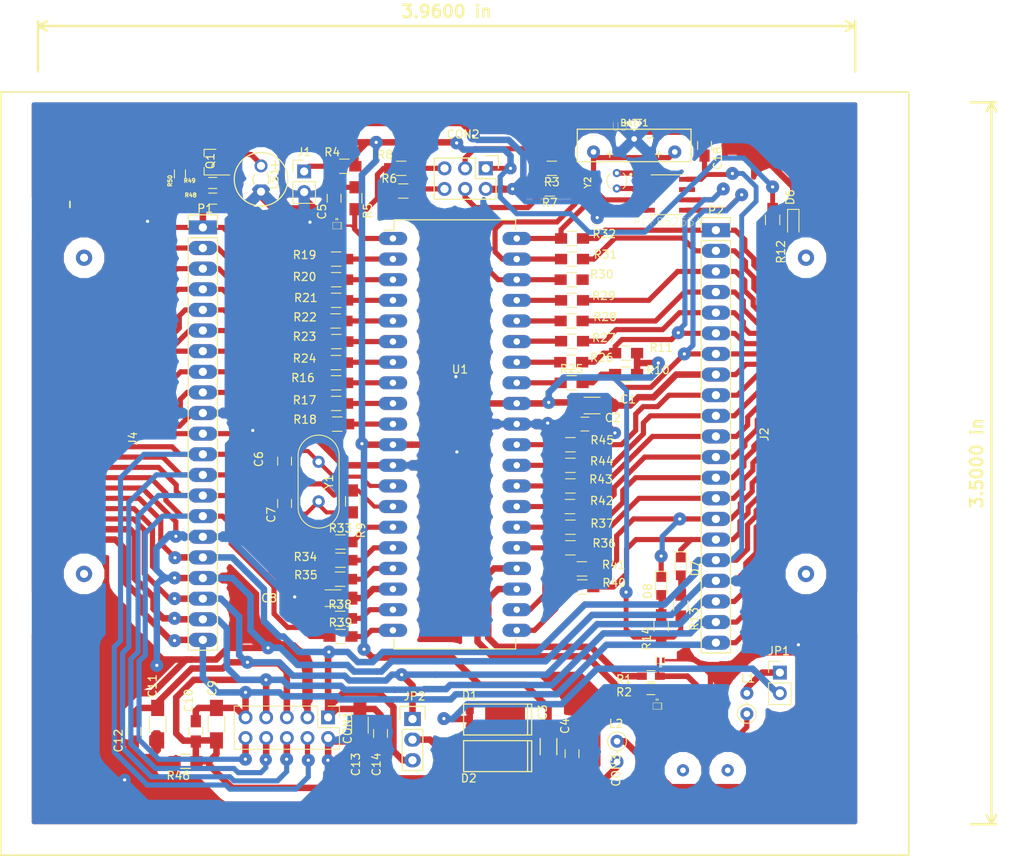
<source format=kicad_pcb>
(kicad_pcb (version 4) (host pcbnew 4.0.6)
  (layers (0 F.Cu signal) (31 B.Cu signal) (34 B.Paste user) (35 F.Paste user) (36 B.SilkS user) (37 F.SilkS user) (38 B.Mask user) (39 F.Mask user) (44 Edge.Cuts user))
  (net 0 "")
  (net 1 VDD)
  (net 2 GNDD)
  (net 3 "Net-(C5-Pad1)")
  (net 4 /OSC1)
  (net 5 "Net-(C7-Pad1)")
  (net 6 /VUSB_CAP)
  (net 7 /VPWR)
  (net 8 GNDPWR)
  (net 9 /VCC_5V)
  (net 10 /VDD_3V)
  (net 11 "Net-(CON3-Pad1)")
  (net 12 "Net-(CON3-Pad5)")
  (net 13 //RST_VIKING)
  (net 14 //CS_VIKING)
  (net 15 /MISO)
  (net 16 /MOSI)
  (net 17 //RST_LAN)
  (net 18 //CS_LAN)
  (net 19 //RST_GPIB)
  (net 20 //RST_KEY)
  (net 21 "Net-(D1-Pad2)")
  (net 22 /USB_D-)
  (net 23 /MCLR_INT)
  (net 24 /USB_VBUS)
  (net 25 /USB_D+)
  (net 26 /LVP)
  (net 27 /OSC2)
  (net 28 "Net-(U3-Pad1)")
  (net 29 "Net-(U3-Pad2)")
  (net 30 "Net-(CON2-Pad3)")
  (net 31 "Net-(CON2-Pad4)")
  (net 32 "Net-(CON2-Pad5)")
  (net 33 "Net-(CON2-Pad6)")
  (net 34 /PA0)
  (net 35 /PA1)
  (net 36 /PA2)
  (net 37 /PA3)
  (net 38 /PA4)
  (net 39 /PA5)
  (net 40 /PE0)
  (net 41 /PE1)
  (net 42 /PE2)
  (net 43 /PC0)
  (net 44 /PC1)
  (net 45 /PC2)
  (net 46 /PD0)
  (net 47 /PD1)
  (net 48 /PB7)
  (net 49 /PB6)
  (net 50 /PB4)
  (net 51 /PB3)
  (net 52 /PB2)
  (net 53 /PB1)
  (net 54 /PB0)
  (net 55 "Net-(D6-Pad2)")
  (net 56 "Net-(D7-Pad2)")
  (net 57 "Net-(LS1-Pad2)")
  (net 58 "Net-(Q1-Pad1)")
  (net 59 "Net-(D2-Pad2)")
  (net 60 /PGD)
  (net 61 /PGC)
  (net 62 /RE0)
  (net 63 /RE1)
  (net 64 /RE2)
  (net 65 /RA0)
  (net 66 /RA1)
  (net 67 /RA2)
  (net 68 /RC0)
  (net 69 /RA3)
  (net 70 /RC1)
  (net 71 /RA4)
  (net 72 /RC2)
  (net 73 /RA5)
  (net 74 /RC6)
  (net 75 /RB0)
  (net 76 /RC7)
  (net 77 /RB1)
  (net 78 /RB2)
  (net 79 /RD0)
  (net 80 /RB3)
  (net 81 /RD1)
  (net 82 /RB4)
  (net 83 /RD2)
  (net 84 /RD3)
  (net 85 /RD4)
  (net 86 /RD5)
  (net 87 /RD6)
  (net 88 /RD7)
  (net 89 /D-)
  (net 90 /D+)
  (net 91 "Net-(Q1-Pad3)")
  (net 92 "Net-(BATT1-Pad1)")
  (net 93 "Net-(D8-Pad2)")
  (module LEDs:LED_0805 (layer F.Cu) (at 218.313 109.22 270)
    (fp_text reference D7 (at 0.254 -1.778 270) (layer F.SilkS))
    (fp_text value LED)
    (pad 2 smd rect (at 1.1 0 90) (size 1.2 1.2) (layers F.Cu F.Paste F.Mask) (net 56 "Net-(D7-Pad2)"))
    (pad 1 smd rect (at -1.1 0 90) (size 1.2 1.2) (layers F.Cu F.Paste F.Mask) (net 20 //RST_KEY))
  )
  (module Inductors_THT:L_Axial_L5.3mm_D2.2mm_P2.54mm_Vertical_Vishay_IM-1 (layer F.Cu) (at 210.4644 130.7592 270)
    (fp_text reference L2 (at -2.159 0.127 360) (layer F.SilkS))
    (fp_text value FERRITE_BEAD)
    (pad 1 thru_hole circle (at 0 0 270) (size 1.6 1.6) (drill 0.8) (layers *.Cu *.Mask) (net 12 "Net-(CON3-Pad5)"))
    (pad 2 thru_hole oval (at 2.54 0 270) (size 1.6 1.6) (drill 0.8) (layers *.Cu *.Mask) (net 8 GNDPWR))
  )
  (module Capacitors_SMD:C_0805_HandSoldering (layer F.Cu) (at 151.003 129.54 270)
    (fp_text reference C12 (at 1.143 1.905 270) (layer F.SilkS))
    (fp_text value 0.1uF)
    (pad 1 smd rect (at -1.25 0 270) (size 1.5 1.25) (layers F.Cu F.Paste F.Mask) (net 9 /VCC_5V))
    (pad 2 smd rect (at 1.25 0 270) (size 1.5 1.25) (layers F.Cu F.Paste F.Mask) (net 2 GNDD))
  )
  (module CenditFootprints2:DEBUG_PIN_HEADER_21P (layer F.Cu) (at 159.4866 67.4751)
    (fp_text reference P1 (at 0.2794 -2.3241) (layer F.SilkS))
    (fp_text value DEBUG_HEADER_21P)
    (pad 1 thru_hole rect (at 0 0) (size 3.5 1.7272) (drill 1.016) (layers *.Cu *.Mask) (net 34 /PA0))
    (pad 2 thru_hole oval (at 0 2.54) (size 3.5 1.7272) (drill 1.016) (layers *.Cu *.Mask) (net 35 /PA1))
    (pad 3 thru_hole oval (at 0 5.08) (size 3.5 1.7272) (drill 1.016) (layers *.Cu *.Mask) (net 36 /PA2))
    (pad 4 thru_hole oval (at 0 7.62) (size 3.5 1.7272) (drill 1.016) (layers *.Cu *.Mask) (net 37 /PA3))
    (pad 5 thru_hole oval (at 0 10.16) (size 3.5 1.7272) (drill 1.016) (layers *.Cu *.Mask) (net 38 /PA4))
    (pad 6 thru_hole oval (at 0 12.7) (size 3.5 1.7272) (drill 1.016) (layers *.Cu *.Mask) (net 39 /PA5))
    (pad 7 thru_hole oval (at 0 15.24) (size 3.5 1.7272) (drill 1.016) (layers *.Cu *.Mask) (net 40 /PE0))
    (pad 8 thru_hole oval (at 0 17.78) (size 3.5 1.7272) (drill 1.016) (layers *.Cu *.Mask) (net 41 /PE1))
    (pad 9 thru_hole oval (at 0 20.32) (size 3.5 1.7272) (drill 1.016) (layers *.Cu *.Mask) (net 42 /PE2))
    (pad 10 thru_hole oval (at 0 22.86) (size 3.5 1.7272) (drill 1.016) (layers *.Cu *.Mask) (net 2 GNDD))
    (pad 11 thru_hole oval (at 0 25.4) (size 3.5 1.7272) (drill 1.016) (layers *.Cu *.Mask) (net 43 /PC0))
    (pad 12 thru_hole oval (at 0 27.94) (size 3.5 1.7272) (drill 1.016) (layers *.Cu *.Mask) (net 44 /PC1))
    (pad 13 thru_hole oval (at 0 30.48) (size 3.5 1.7272) (drill 1.016) (layers *.Cu *.Mask) (net 45 /PC2))
    (pad 14 thru_hole oval (at 0 33.02) (size 3.5 1.7272) (drill 1.016) (layers *.Cu *.Mask) (net 46 /PD0))
    (pad 15 thru_hole oval (at 0 35.56) (size 3.5 1.7272) (drill 1.016) (layers *.Cu *.Mask) (net 47 /PD1))
    (pad 16 thru_hole oval (at 0 38.1) (size 3.5 1.7272) (drill 1.016) (layers *.Cu *.Mask) (net 2 GNDD))
    (pad 17 thru_hole oval (at 0 40.64) (size 3.5 1.7272) (drill 1.016) (layers *.Cu *.Mask) (net 10 /VDD_3V))
    (pad 18 thru_hole oval (at 0 43.18) (size 3.5 1.7272) (drill 1.016) (layers *.Cu *.Mask) (net 2 GNDD))
    (pad 19 thru_hole oval (at 0 45.72) (size 3.5 1.7272) (drill 1.016) (layers *.Cu *.Mask) (net 9 /VCC_5V))
    (pad 20 thru_hole oval (at 0 48.26) (size 3.5 1.7272) (drill 1.016) (layers *.Cu *.Mask) (net 8 GNDPWR))
    (pad 21 thru_hole oval (at 0 50.8) (size 3.5 1.7272) (drill 1.016) (layers *.Cu *.Mask) (net 7 /VPWR))
  )
  (module Resistors_SMD:R_0603_HandSoldering (layer F.Cu) (at 214.63 122.7455)
    (fp_text reference R1 (at -3.302 0.381) (layer F.SilkS))
    (fp_text value 33)
    (pad 1 smd rect (at -1.1 0) (size 1.2 0.9) (layers F.Cu F.Paste F.Mask) (net 22 /USB_D-))
    (pad 2 smd rect (at 1.1 0) (size 1.2 0.9) (layers F.Cu F.Paste F.Mask) (net 89 /D-))
  )
  (module Capacitors_SMD:C_1206_HandSoldering (layer F.Cu) (at 207.391 89.408)
    (fp_text reference C1 (at 4.445 -0.762) (layer F.SilkS))
    (fp_text value 1uF)
    (pad 1 smd rect (at -2 0) (size 2 1.6) (layers F.Cu F.Paste F.Mask) (net 1 VDD))
    (pad 2 smd rect (at 2 0) (size 2 1.6) (layers F.Cu F.Paste F.Mask) (net 2 GNDD))
  )
  (module Capacitors_SMD:C_0805_HandSoldering (layer F.Cu) (at 206.502 91.694)
    (fp_text reference C2 (at 3.429 -0.762) (layer F.SilkS))
    (fp_text value 0.1uF)
    (pad 1 smd rect (at -1.25 0) (size 1.5 1.25) (layers F.Cu F.Paste F.Mask) (net 1 VDD))
    (pad 2 smd rect (at 1.25 0) (size 1.5 1.25) (layers F.Cu F.Paste F.Mask) (net 2 GNDD))
  )
  (module Capacitors_SMD:C_0805_HandSoldering (layer F.Cu) (at 204.9272 132.2832 270)
    (fp_text reference C4 (at -3.4036 0.8636 270) (layer F.SilkS))
    (fp_text value 0.1uF)
    (pad 1 smd rect (at -1.25 0 270) (size 1.5 1.25) (layers F.Cu F.Paste F.Mask) (net 1 VDD))
    (pad 2 smd rect (at 1.25 0 270) (size 1.5 1.25) (layers F.Cu F.Paste F.Mask) (net 2 GNDD))
  )
  (module Capacitors_SMD:C_0805_HandSoldering (layer F.Cu) (at 175.641 63.881 270)
    (fp_text reference C5 (at 1.651 1.4986 270) (layer F.SilkS))
    (fp_text value 0.1uF)
    (pad 1 smd rect (at -1.25 0 270) (size 1.5 1.25) (layers F.Cu F.Paste F.Mask) (net 3 "Net-(C5-Pad1)"))
    (pad 2 smd rect (at 1.25 0 270) (size 1.5 1.25) (layers F.Cu F.Paste F.Mask) (net 2 GNDD))
  )
  (module Capacitors_SMD:C_1206_HandSoldering (layer F.Cu) (at 175.514 113.1316)
    (fp_text reference C8 (at -7.874 0) (layer F.SilkS))
    (fp_text value 0.1uF)
    (pad 1 smd rect (at -2 0) (size 2 1.6) (layers F.Cu F.Paste F.Mask) (net 2 GNDD))
    (pad 2 smd rect (at 2 0) (size 2 1.6) (layers F.Cu F.Paste F.Mask) (net 6 /VUSB_CAP))
  )
  (module Capacitors_SMD:C_1206_HandSoldering (layer F.Cu) (at 161.163 128.651 270)
    (fp_text reference C9 (at -4.445 0.508 270) (layer F.SilkS))
    (fp_text value 1uF)
    (pad 1 smd rect (at -2 0 270) (size 2 1.6) (layers F.Cu F.Paste F.Mask) (net 7 /VPWR))
    (pad 2 smd rect (at 2 0 270) (size 2 1.6) (layers F.Cu F.Paste F.Mask) (net 8 GNDPWR))
  )
  (module Capacitors_SMD:C_0805_HandSoldering (layer F.Cu) (at 158.623 129.54 270)
    (fp_text reference C10 (at -3.81 0.889 270) (layer F.SilkS))
    (fp_text value 0.1uF)
    (pad 1 smd rect (at -1.25 0 270) (size 1.5 1.25) (layers F.Cu F.Paste F.Mask) (net 7 /VPWR))
    (pad 2 smd rect (at 1.25 0 270) (size 1.5 1.25) (layers F.Cu F.Paste F.Mask) (net 8 GNDPWR))
  )
  (module Capacitors_SMD:C_1206_HandSoldering (layer F.Cu) (at 153.924 128.651 270)
    (fp_text reference C11 (at -4.699 0.635 270) (layer F.SilkS))
    (fp_text value 1uF)
    (pad 1 smd rect (at -2 0 270) (size 2 1.6) (layers F.Cu F.Paste F.Mask) (net 9 /VCC_5V))
    (pad 2 smd rect (at 2 0 270) (size 2 1.6) (layers F.Cu F.Paste F.Mask) (net 2 GNDD))
  )
  (module Capacitors_SMD:C_1206_HandSoldering (layer F.Cu) (at 178.816 128.778 270)
    (fp_text reference C13 (at 4.826 0.508 270) (layer F.SilkS))
    (fp_text value 1uF)
    (pad 1 smd rect (at -2 0 270) (size 2 1.6) (layers F.Cu F.Paste F.Mask) (net 10 /VDD_3V))
    (pad 2 smd rect (at 2 0 270) (size 2 1.6) (layers F.Cu F.Paste F.Mask) (net 2 GNDD))
  )
  (module Capacitors_SMD:C_0805_HandSoldering (layer F.Cu) (at 181.356 129.794 270)
    (fp_text reference C14 (at 3.81 0.508 270) (layer F.SilkS))
    (fp_text value 0.1uF)
    (pad 1 smd rect (at -1.25 0 270) (size 1.5 1.25) (layers F.Cu F.Paste F.Mask) (net 10 /VDD_3V))
    (pad 2 smd rect (at 1.25 0 270) (size 1.5 1.25) (layers F.Cu F.Paste F.Mask) (net 2 GNDD))
  )
  (module Capacitors_SMD:C_0805_HandSoldering (layer F.Cu) (at 221.234 57.3786 90)
    (fp_text reference C18 (at -1.5748 1.6256 90) (layer F.SilkS))
    (fp_text value 0.1uF)
    (pad 1 smd rect (at -1.25 0 90) (size 1.5 1.25) (layers F.Cu F.Paste F.Mask) (net 10 /VDD_3V))
    (pad 2 smd rect (at 1.25 0 90) (size 1.5 1.25) (layers F.Cu F.Paste F.Mask) (net 2 GNDD))
  )
  (module Pin_Headers:Pin_Header_Straight_1x02_Pitch2.54mm (layer F.Cu) (at 171.958 60.579)
    (fp_text reference J1 (at 0 -2.39) (layer F.SilkS))
    (fp_text value RESET_CON)
    (pad 1 thru_hole rect (at 0 0) (size 1.7 1.7) (drill 1) (layers *.Cu *.Mask) (net 3 "Net-(C5-Pad1)"))
    (pad 2 thru_hole oval (at 0 2.54) (size 1.7 1.7) (drill 1) (layers *.Cu *.Mask) (net 2 GNDD))
  )
  (module Pin_Headers:Pin_Header_Straight_1x02_Pitch2.54mm (layer F.Cu) (at 230.505 122.301)
    (fp_text reference JP1 (at -0.127 -2.667) (layer F.SilkS))
    (fp_text value JMP_USB_VBUS)
    (pad 1 thru_hole rect (at 0 0) (size 1.7 1.7) (drill 1) (layers *.Cu *.Mask) (net 24 /USB_VBUS))
    (pad 2 thru_hole oval (at 0 2.54) (size 1.7 1.7) (drill 1) (layers *.Cu *.Mask) (net 21 "Net-(D1-Pad2)"))
  )
  (module Resistors_SMD:R_0603_HandSoldering (layer F.Cu) (at 214.63 124.333)
    (fp_text reference R2 (at -3.302 0.381) (layer F.SilkS))
    (fp_text value 33)
    (pad 1 smd rect (at -1.1 0) (size 1.2 0.9) (layers F.Cu F.Paste F.Mask) (net 25 /USB_D+))
    (pad 2 smd rect (at 1.1 0) (size 1.2 0.9) (layers F.Cu F.Paste F.Mask) (net 90 /D+))
  )
  (module Resistors_SMD:R_0805_HandSoldering (layer F.Cu) (at 202.438 60.198 180)
    (fp_text reference R3 (at 0 -1.7 180) (layer F.SilkS))
    (fp_text value 100R)
    (pad 1 smd rect (at -1.35 0 180) (size 1.5 1.3) (layers F.Cu F.Paste F.Mask) (net 60 /PGD))
    (pad 2 smd rect (at 1.35 0 180) (size 1.5 1.3) (layers F.Cu F.Paste F.Mask) (net 30 "Net-(CON2-Pad3)"))
  )
  (module Resistors_SMD:R_0805_HandSoldering (layer F.Cu) (at 176.911 59.944 180)
    (fp_text reference R4 (at 1.4986 1.7272 180) (layer F.SilkS))
    (fp_text value 4,7K)
    (pad 1 smd rect (at -1.35 0 180) (size 1.5 1.3) (layers F.Cu F.Paste F.Mask) (net 1 VDD))
    (pad 2 smd rect (at 1.35 0 180) (size 1.5 1.3) (layers F.Cu F.Paste F.Mask) (net 3 "Net-(C5-Pad1)"))
  )
  (module Resistors_SMD:R_0805_HandSoldering (layer F.Cu) (at 178.181 63.881 90)
    (fp_text reference R5 (at -1.5494 1.6002 90) (layer F.SilkS))
    (fp_text value 100R)
    (pad 1 smd rect (at -1.35 0 90) (size 1.5 1.3) (layers F.Cu F.Paste F.Mask) (net 23 /MCLR_INT))
    (pad 2 smd rect (at 1.35 0 90) (size 1.5 1.3) (layers F.Cu F.Paste F.Mask) (net 3 "Net-(C5-Pad1)"))
  )
  (module Resistors_SMD:R_0805_HandSoldering (layer F.Cu) (at 184.15 62.992)
    (fp_text reference R6 (at -1.7272 -1.524) (layer F.SilkS))
    (fp_text value 100R)
    (pad 1 smd rect (at -1.35 0) (size 1.5 1.3) (layers F.Cu F.Paste F.Mask) (net 26 /LVP))
    (pad 2 smd rect (at 1.35 0) (size 1.5 1.3) (layers F.Cu F.Paste F.Mask) (net 33 "Net-(CON2-Pad6)"))
  )
  (module Resistors_SMD:R_0805_HandSoldering (layer F.Cu) (at 202.184 62.738 180)
    (fp_text reference R7 (at 0 -1.7 180) (layer F.SilkS))
    (fp_text value 100R)
    (pad 1 smd rect (at -1.35 0 180) (size 1.5 1.3) (layers F.Cu F.Paste F.Mask) (net 61 /PGC))
    (pad 2 smd rect (at 1.35 0 180) (size 1.5 1.3) (layers F.Cu F.Paste F.Mask) (net 31 "Net-(CON2-Pad4)"))
  )
  (module Resistors_SMD:R_0805_HandSoldering (layer F.Cu) (at 183.896 60.198)
    (fp_text reference R8 (at -1.9812 -1.6764) (layer F.SilkS))
    (fp_text value 100)
    (pad 1 smd rect (at -1.35 0) (size 1.5 1.3) (layers F.Cu F.Paste F.Mask) (net 23 /MCLR_INT))
    (pad 2 smd rect (at 1.35 0) (size 1.5 1.3) (layers F.Cu F.Paste F.Mask) (net 32 "Net-(CON2-Pad5)"))
  )
  (module Resistors_SMD:R_0805_HandSoldering (layer F.Cu) (at 177.927 101.219 270)
    (fp_text reference R9 (at 3.556 -1.016 270) (layer F.SilkS))
    (fp_text value RS)
    (pad 1 smd rect (at -1.35 0 270) (size 1.5 1.3) (layers F.Cu F.Paste F.Mask) (net 27 /OSC2))
    (pad 2 smd rect (at 1.35 0 270) (size 1.5 1.3) (layers F.Cu F.Paste F.Mask) (net 5 "Net-(C7-Pad1)"))
  )
  (module Crystals:Crystal_HC49-4H_Vertical (layer F.Cu) (at 173.736 101.219 90)
    (fp_text reference Y1 (at 2.413 1.27 90) (layer F.SilkS))
    (fp_text value Crystal)
    (pad 1 thru_hole circle (at 0 0 90) (size 1.5 1.5) (drill 0.8) (layers *.Cu *.Mask) (net 5 "Net-(C7-Pad1)"))
    (pad 2 thru_hole circle (at 4.88 0 90) (size 1.5 1.5) (drill 0.8) (layers *.Cu *.Mask) (net 4 /OSC1))
  )
  (module Crystals:Crystal_C26-LF_d2.1mm_l6.5mm_Vertical (layer F.Cu) (at 210.439 60.7822 270)
    (fp_text reference Y2 (at 1.1684 3.5814 270) (layer F.SilkS) (effects (font (size 0.8 0.8))))
    (fp_text value 32.768KHZ)
    (pad 1 thru_hole circle (at 0 0 270) (size 1 1) (drill 0.5) (layers *.Cu *.Mask) (net 28 "Net-(U3-Pad1)"))
    (pad 2 thru_hole circle (at 1.9 0 270) (size 1 1) (drill 0.5) (layers *.Cu *.Mask) (net 29 "Net-(U3-Pad2)"))
  )
  (module Inductors_THT:L_Axial_L5.3mm_D2.2mm_P2.54mm_Vertical_Vishay_IM-1 (layer F.Cu) (at 226.441 127.381 90)
    (fp_text reference L1 (at 4.3688 0.1524 180) (layer F.SilkS))
    (fp_text value FERRITE_BEAD)
    (pad 1 thru_hole circle (at 0 0 90) (size 1.6 1.6) (drill 0.8) (layers *.Cu *.Mask) (net 11 "Net-(CON3-Pad1)"))
    (pad 2 thru_hole oval (at 2.54 0 90) (size 1.6 1.6) (drill 0.8) (layers *.Cu *.Mask) (net 24 /USB_VBUS))
  )
  (module Capacitors_SMD:C_0805_HandSoldering (layer F.Cu) (at 169.545 96.266 270)
    (fp_text reference C6 (at -0.254 3.175 270) (layer F.SilkS))
    (fp_text value 22p)
    (pad 1 smd rect (at -1.25 0 270) (size 1.5 1.25) (layers F.Cu F.Paste F.Mask) (net 4 /OSC1))
    (pad 2 smd rect (at 1.25 0 270) (size 1.5 1.25) (layers F.Cu F.Paste F.Mask) (net 2 GNDD))
  )
  (module Capacitors_SMD:C_0805_HandSoldering (layer F.Cu) (at 169.545 101.473 90)
    (fp_text reference C7 (at -1.397 -1.651 90) (layer F.SilkS))
    (fp_text value 22p)
    (pad 1 smd rect (at -1.25 0 90) (size 1.5 1.25) (layers F.Cu F.Paste F.Mask) (net 5 "Net-(C7-Pad1)"))
    (pad 2 smd rect (at 1.25 0 90) (size 1.5 1.25) (layers F.Cu F.Paste F.Mask) (net 2 GNDD))
  )
  (module LEDs:LED_0805 (layer F.Cu) (at 232.156 67.056 270)
    (fp_text reference D6 (at -3.302 0.381 270) (layer F.SilkS))
    (fp_text value LED)
    (pad 2 smd rect (at 1.1 0 90) (size 1.2 1.2) (layers F.Cu F.Paste F.Mask) (net 55 "Net-(D6-Pad2)"))
    (pad 1 smd rect (at -1.1 0 90) (size 1.2 1.2) (layers F.Cu F.Paste F.Mask) (net 2 GNDD))
  )
  (module Resistors_SMD:R_0805_HandSoldering (layer F.Cu) (at 229.616 66.548 270)
    (fp_text reference R12 (at 3.937 -1.016 270) (layer F.SilkS))
    (fp_text value 300)
    (pad 1 smd rect (at -1.35 0 270) (size 1.5 1.3) (layers F.Cu F.Paste F.Mask) (net 1 VDD))
    (pad 2 smd rect (at 1.35 0 270) (size 1.5 1.3) (layers F.Cu F.Paste F.Mask) (net 55 "Net-(D6-Pad2)"))
  )
  (module Resistors_SMD:R_0805_HandSoldering (layer F.Cu) (at 218.313 114.046 90)
    (fp_text reference R13 (at -1.651 1.651 90) (layer F.SilkS))
    (fp_text value 300)
    (pad 1 smd rect (at -1.35 0 90) (size 1.5 1.3) (layers F.Cu F.Paste F.Mask) (net 1 VDD))
    (pad 2 smd rect (at 1.35 0 90) (size 1.5 1.3) (layers F.Cu F.Paste F.Mask) (net 56 "Net-(D7-Pad2)"))
  )
  (module Buzzers_Beepers:MagneticBuzzer_Kingstate_KCG0601 (layer F.Cu) (at 166.6494 63.0682 90)
    (fp_text reference LS1 (at 1.6002 1.6256 90) (layer F.SilkS))
    (fp_text value Speaker_Crystal)
    (pad 1 thru_hole circle (at 0 0 90) (size 1.6002 1.6002) (drill 1.00076) (layers *.Cu *.Mask) (net 2 GNDD))
    (pad 2 thru_hole circle (at 3.175 0 90) (size 1.6002 1.6002) (drill 1.00076) (layers *.Cu *.Mask) (net 57 "Net-(LS1-Pad2)"))
  )
  (module Pin_Headers:Pin_Header_Straight_2x03 (layer F.Cu) (at 194.31 60.198 270)
    (fp_text reference CON2 (at -4.191 2.794 360) (layer F.SilkS))
    (fp_text value ICSP_CON)
    (pad 1 thru_hole rect (at 0 0 270) (size 1.7272 1.7272) (drill 1.016) (layers *.Cu *.Mask) (net 1 VDD))
    (pad 2 thru_hole oval (at 2.54 0 270) (size 1.7272 1.7272) (drill 1.016) (layers *.Cu *.Mask) (net 2 GNDD))
    (pad 3 thru_hole oval (at 0 2.54 270) (size 1.7272 1.7272) (drill 1.016) (layers *.Cu *.Mask) (net 30 "Net-(CON2-Pad3)"))
    (pad 4 thru_hole oval (at 2.54 2.54 270) (size 1.7272 1.7272) (drill 1.016) (layers *.Cu *.Mask) (net 31 "Net-(CON2-Pad4)"))
    (pad 5 thru_hole oval (at 0 5.08 270) (size 1.7272 1.7272) (drill 1.016) (layers *.Cu *.Mask) (net 32 "Net-(CON2-Pad5)"))
    (pad 6 thru_hole oval (at 2.54 5.08 270) (size 1.7272 1.7272) (drill 1.016) (layers *.Cu *.Mask) (net 33 "Net-(CON2-Pad6)"))
  )
  (module Resistors_SMD:R_0805_HandSoldering (layer F.Cu) (at 157.353 133.223)
    (fp_text reference R46 (at -0.889 1.778) (layer F.SilkS))
    (fp_text value 0)
    (pad 1 smd rect (at -1.35 0) (size 1.5 1.3) (layers F.Cu F.Paste F.Mask) (net 2 GNDD))
    (pad 2 smd rect (at 1.35 0) (size 1.5 1.3) (layers F.Cu F.Paste F.Mask) (net 8 GNDPWR))
  )
  (module CenditFootprints2:PIC18F4550-PDIP (layer F.Cu) (at 182.88 68.834)
    (fp_text reference U1 (at 8.255 16.129) (layer F.SilkS))
    (fp_text value PIC18F4550-I/P)
    (pad 1 thru_hole oval (at 0 0) (size 3.5 1.6) (drill 0.8) (layers *.Cu *.Mask) (net 23 /MCLR_INT))
    (pad 2 thru_hole oval (at 0 2.54) (size 3.5 1.6) (drill 0.8) (layers *.Cu *.Mask) (net 65 /RA0))
    (pad 3 thru_hole oval (at 0 5.08) (size 3.5 1.6) (drill 0.8) (layers *.Cu *.Mask) (net 66 /RA1))
    (pad 4 thru_hole oval (at 0 7.62) (size 3.5 1.6) (drill 0.8) (layers *.Cu *.Mask) (net 67 /RA2))
    (pad 5 thru_hole oval (at 0 10.16) (size 3.5 1.6) (drill 0.8) (layers *.Cu *.Mask) (net 69 /RA3))
    (pad 6 thru_hole oval (at 0 12.7) (size 3.5 1.6) (drill 0.8) (layers *.Cu *.Mask) (net 71 /RA4))
    (pad 7 thru_hole oval (at 0 15.24) (size 3.5 1.6) (drill 0.8) (layers *.Cu *.Mask) (net 73 /RA5))
    (pad 8 thru_hole oval (at 0 17.78) (size 3.5 1.6) (drill 0.8) (layers *.Cu *.Mask) (net 62 /RE0))
    (pad 9 thru_hole oval (at 0 20.32) (size 3.5 1.6) (drill 0.8) (layers *.Cu *.Mask) (net 63 /RE1))
    (pad 10 thru_hole oval (at 0 22.86) (size 3.5 1.6) (drill 0.8) (layers *.Cu *.Mask) (net 64 /RE2))
    (pad 11 thru_hole oval (at 0 25.4) (size 3.5 1.6) (drill 0.8) (layers *.Cu *.Mask) (net 1 VDD))
    (pad 12 thru_hole oval (at 0 27.94) (size 3.5 1.6) (drill 0.8) (layers *.Cu *.Mask) (net 2 GNDD))
    (pad 13 thru_hole oval (at 0 30.48) (size 3.5 1.6) (drill 0.8) (layers *.Cu *.Mask) (net 4 /OSC1))
    (pad 14 thru_hole oval (at 0 33.02) (size 3.5 1.6) (drill 0.8) (layers *.Cu *.Mask) (net 27 /OSC2))
    (pad 15 thru_hole oval (at 0 35.56) (size 3.5 1.6) (drill 0.8) (layers *.Cu *.Mask) (net 68 /RC0))
    (pad 16 thru_hole oval (at 0 38.1) (size 3.5 1.6) (drill 0.8) (layers *.Cu *.Mask) (net 70 /RC1))
    (pad 17 thru_hole oval (at 0 40.64) (size 3.5 1.6) (drill 0.8) (layers *.Cu *.Mask) (net 72 /RC2))
    (pad 18 thru_hole oval (at 0 43.18) (size 3.5 1.6) (drill 0.8) (layers *.Cu *.Mask) (net 6 /VUSB_CAP))
    (pad 19 thru_hole oval (at 0 45.72) (size 3.5 1.6) (drill 0.8) (layers *.Cu *.Mask) (net 79 /RD0))
    (pad 20 thru_hole oval (at 0 48.26) (size 3.5 1.6) (drill 0.8) (layers *.Cu *.Mask) (net 81 /RD1))
    (pad 21 thru_hole oval (at 15.24 48.26) (size 3.5 1.6) (drill 0.8) (layers *.Cu *.Mask) (net 83 /RD2))
    (pad 22 thru_hole oval (at 15.24 45.72) (size 3.5 1.6) (drill 0.8) (layers *.Cu *.Mask) (net 84 /RD3))
    (pad 23 thru_hole oval (at 15.24 43.18) (size 3.5 1.6) (drill 0.8) (layers *.Cu *.Mask) (net 22 /USB_D-))
    (pad 24 thru_hole oval (at 15.24 40.64) (size 3.5 1.6) (drill 0.8) (layers *.Cu *.Mask) (net 25 /USB_D+))
    (pad 25 thru_hole oval (at 15.24 38.1) (size 3.5 1.6) (drill 0.8) (layers *.Cu *.Mask) (net 74 /RC6))
    (pad 26 thru_hole oval (at 15.24 35.56) (size 3.5 1.6) (drill 0.8) (layers *.Cu *.Mask) (net 76 /RC7))
    (pad 27 thru_hole oval (at 15.24 33.02) (size 3.5 1.6) (drill 0.8) (layers *.Cu *.Mask) (net 85 /RD4))
    (pad 28 thru_hole oval (at 15.24 30.48) (size 3.5 1.6) (drill 0.8) (layers *.Cu *.Mask) (net 86 /RD5))
    (pad 29 thru_hole oval (at 15.24 27.94) (size 3.5 1.6) (drill 0.8) (layers *.Cu *.Mask) (net 87 /RD6))
    (pad 30 thru_hole oval (at 15.24 25.4) (size 3.5 1.6) (drill 0.8) (layers *.Cu *.Mask) (net 88 /RD7))
    (pad 31 thru_hole oval (at 15.24 22.86) (size 3.5 1.6) (drill 0.8) (layers *.Cu *.Mask) (net 2 GNDD))
    (pad 32 thru_hole oval (at 15.24 20.32) (size 3.5 1.6) (drill 0.8) (layers *.Cu *.Mask) (net 1 VDD))
    (pad 33 thru_hole oval (at 15.24 17.78) (size 3.5 1.6) (drill 0.8) (layers *.Cu *.Mask) (net 75 /RB0))
    (pad 34 thru_hole oval (at 15.24 15.24) (size 3.5 1.6) (drill 0.8) (layers *.Cu *.Mask) (net 77 /RB1))
    (pad 35 thru_hole oval (at 15.24 12.7) (size 3.5 1.6) (drill 0.8) (layers *.Cu *.Mask) (net 78 /RB2))
    (pad 36 thru_hole oval (at 15.24 10.16) (size 3.5 1.6) (drill 0.8) (layers *.Cu *.Mask) (net 80 /RB3))
    (pad 37 thru_hole oval (at 15.24 7.62) (size 3.5 1.6) (drill 0.8) (layers *.Cu *.Mask) (net 82 /RB4))
    (pad 38 thru_hole oval (at 15.24 5.08) (size 3.5 1.6) (drill 0.8) (layers *.Cu *.Mask) (net 26 /LVP))
    (pad 39 thru_hole oval (at 15.24 2.54) (size 3.5 1.6) (drill 0.8) (layers *.Cu *.Mask) (net 61 /PGC))
    (pad 40 thru_hole oval (at 15.24 0) (size 3.5 1.6) (drill 0.8) (layers *.Cu *.Mask) (net 60 /PGD))
  )
  (module CenditFootprints2:SP1003-01ETG (layer F.Cu) (at 215.392 126.4285 180)
    (fp_text reference D3 (at 0 0.8 180) (layer F.SilkS) (effects (font (size 0.2 0.2) (thickness 0.05))))
    (fp_text value SP1003-01ETG)
    (pad 1 smd rect (at -0.325 0 180) (size 0.325 0.65) (layers F.Cu F.Paste F.Mask) (net 90 /D+))
    (pad 2 smd rect (at 0.325 0 180) (size 0.325 0.65) (layers F.Cu F.Paste F.Mask) (net 2 GNDD))
  )
  (module CenditFootprints2:SP1003-01ETG (layer F.Cu) (at 215.8365 120.777)
    (fp_text reference D4 (at 0 0.8) (layer F.SilkS) (effects (font (size 0.2 0.2) (thickness 0.05))))
    (fp_text value SP1003-01ETG)
    (pad 1 smd rect (at -0.325 0) (size 0.325 0.65) (layers F.Cu F.Paste F.Mask) (net 89 /D-))
    (pad 2 smd rect (at 0.325 0) (size 0.325 0.65) (layers F.Cu F.Paste F.Mask) (net 2 GNDD))
  )
  (module CenditFootprints2:SP1003-01ETG (layer F.Cu) (at 175.9712 67.2592 180)
    (fp_text reference D5 (at 0 0.8 180) (layer F.SilkS) (effects (font (size 0.2 0.2) (thickness 0.05))))
    (fp_text value SP1003-01ETG)
    (pad 1 smd rect (at -0.325 0 180) (size 0.325 0.65) (layers F.Cu F.Paste F.Mask) (net 23 /MCLR_INT))
    (pad 2 smd rect (at 0.325 0 180) (size 0.325 0.65) (layers F.Cu F.Paste F.Mask) (net 2 GNDD))
  )
  (module CenditFootprints2:SATA_PLUG_22P_SMT (layer F.Cu) (at 233.172 105.918 90)
    (fp_text reference J2 (at 12.954 -4.572 90) (layer F.SilkS))
    (fp_text value "SATA_PLUG _22P_SMT")
    (pad 1 smd rect (at 0 0 90) (size 0.6 1.7) (layers F.Cu F.Paste F.Mask) (net 7 /VPWR))
    (pad 2 smd rect (at 1.27 0 90) (size 0.6 1.7) (layers F.Cu F.Paste F.Mask) (net 8 GNDPWR))
    (pad 3 smd rect (at 2.54 0 90) (size 0.6 1.7) (layers F.Cu F.Paste F.Mask) (net 9 /VCC_5V))
    (pad 4 smd rect (at 3.81 0 90) (size 0.6 1.7) (layers F.Cu F.Paste F.Mask) (net 2 GNDD))
    (pad 5 smd rect (at 5.08 0 90) (size 0.6 1.7) (layers F.Cu F.Paste F.Mask) (net 10 /VDD_3V))
    (pad 6 smd rect (at 6.35 0 90) (size 0.6 1.7) (layers F.Cu F.Paste F.Mask) (net 20 //RST_KEY))
    (pad 7 smd rect (at 7.62 0 90) (size 0.6 1.7) (layers F.Cu F.Paste F.Mask) (net 19 //RST_GPIB))
    (pad 8 smd rect (at 13.97 0 90) (size 0.6 1.7) (layers F.Cu F.Paste F.Mask) (net 15 /MISO))
    (pad 9 smd rect (at 15.24 0 90) (size 0.6 1.7) (layers F.Cu F.Paste F.Mask) (net 16 /MOSI))
    (pad 10 smd rect (at 16.51 0 90) (size 0.6 1.7) (layers F.Cu F.Paste F.Mask) (net 17 //RST_LAN))
    (pad 11 smd rect (at 17.78 0 90) (size 0.6 1.7) (layers F.Cu F.Paste F.Mask) (net 13 //RST_VIKING))
    (pad 12 smd rect (at 19.05 0 90) (size 0.6 1.7) (layers F.Cu F.Paste F.Mask) (net 18 //CS_LAN))
    (pad 13 smd rect (at 20.32 0 90) (size 0.6 1.7) (layers F.Cu F.Paste F.Mask) (net 14 //CS_VIKING))
    (pad 14 smd rect (at 21.59 0 90) (size 0.6 1.7) (layers F.Cu F.Paste F.Mask) (net 2 GNDD))
    (pad 15 smd rect (at 22.86 0 90) (size 0.6 1.7) (layers F.Cu F.Paste F.Mask) (net 54 /PB0))
    (pad 16 smd rect (at 24.13 0 90) (size 0.6 1.7) (layers F.Cu F.Paste F.Mask) (net 53 /PB1))
    (pad 17 smd rect (at 25.4 0 90) (size 0.6 1.7) (layers F.Cu F.Paste F.Mask) (net 52 /PB2))
    (pad 18 smd rect (at 26.67 0 90) (size 0.6 1.7) (layers F.Cu F.Paste F.Mask) (net 51 /PB3))
    (pad 19 smd rect (at 27.94 0 90) (size 0.6 1.7) (layers F.Cu F.Paste F.Mask) (net 50 /PB4))
    (pad 20 smd rect (at 29.21 0 90) (size 0.6 1.7) (layers F.Cu F.Paste F.Mask) (net 49 /PB6))
    (pad 21 smd rect (at 30.48 0 90) (size 0.6 1.7) (layers F.Cu F.Paste F.Mask) (net 48 /PB7))
    (pad "" np_thru_hole circle (at 34.71 0.55 90) (size 2 2) (drill 1) (layers *.Cu *.Mask))
    (pad "" np_thru_hole circle (at -4.23 0.55 90) (size 2 2) (drill 1) (layers *.Cu *.Mask))
    (pad 24 smd rect (at 39.54 5.2 90) (size 2 2) (layers F.Cu F.Paste F.Mask))
    (pad 23 smd rect (at -9.06 5.2 90) (size 2 2) (layers F.Cu F.Paste F.Mask))
  )
  (module CenditFootprints2:SATA_PLUG_22P_SMT (layer F.Cu) (at 145.415 75.438 270)
    (fp_text reference J4 (at 18.034 -5.461 270) (layer F.SilkS))
    (fp_text value "SATA_PLUG _22P_SMT")
    (pad 1 smd rect (at 0 0 270) (size 0.6 1.7) (layers F.Cu F.Paste F.Mask) (net 34 /PA0))
    (pad 2 smd rect (at 1.27 0 270) (size 0.6 1.7) (layers F.Cu F.Paste F.Mask) (net 35 /PA1))
    (pad 3 smd rect (at 2.54 0 270) (size 0.6 1.7) (layers F.Cu F.Paste F.Mask) (net 36 /PA2))
    (pad 4 smd rect (at 3.81 0 270) (size 0.6 1.7) (layers F.Cu F.Paste F.Mask) (net 37 /PA3))
    (pad 5 smd rect (at 5.08 0 270) (size 0.6 1.7) (layers F.Cu F.Paste F.Mask) (net 38 /PA4))
    (pad 6 smd rect (at 6.35 0 270) (size 0.6 1.7) (layers F.Cu F.Paste F.Mask) (net 39 /PA5))
    (pad 7 smd rect (at 7.62 0 270) (size 0.6 1.7) (layers F.Cu F.Paste F.Mask) (net 40 /PE0))
    (pad 8 smd rect (at 13.97 0 270) (size 0.6 1.7) (layers F.Cu F.Paste F.Mask) (net 41 /PE1))
    (pad 9 smd rect (at 15.24 0 270) (size 0.6 1.7) (layers F.Cu F.Paste F.Mask) (net 42 /PE2))
    (pad 10 smd rect (at 16.51 0 270) (size 0.6 1.7) (layers F.Cu F.Paste F.Mask) (net 2 GNDD))
    (pad 11 smd rect (at 17.78 0 270) (size 0.6 1.7) (layers F.Cu F.Paste F.Mask) (net 43 /PC0))
    (pad 12 smd rect (at 19.05 0 270) (size 0.6 1.7) (layers F.Cu F.Paste F.Mask) (net 44 /PC1))
    (pad 13 smd rect (at 20.32 0 270) (size 0.6 1.7) (layers F.Cu F.Paste F.Mask) (net 45 /PC2))
    (pad 14 smd rect (at 21.59 0 270) (size 0.6 1.7) (layers F.Cu F.Paste F.Mask) (net 46 /PD0))
    (pad 15 smd rect (at 22.86 0 270) (size 0.6 1.7) (layers F.Cu F.Paste F.Mask) (net 47 /PD1))
    (pad 16 smd rect (at 24.13 0 270) (size 0.6 1.7) (layers F.Cu F.Paste F.Mask) (net 2 GNDD))
    (pad 17 smd rect (at 25.4 0 270) (size 0.6 1.7) (layers F.Cu F.Paste F.Mask) (net 10 /VDD_3V))
    (pad 18 smd rect (at 26.67 0 270) (size 0.6 1.7) (layers F.Cu F.Paste F.Mask) (net 2 GNDD))
    (pad 19 smd rect (at 27.94 0 270) (size 0.6 1.7) (layers F.Cu F.Paste F.Mask) (net 9 /VCC_5V))
    (pad 20 smd rect (at 29.21 0 270) (size 0.6 1.7) (layers F.Cu F.Paste F.Mask) (net 8 GNDPWR))
    (pad 21 smd rect (at 30.48 0 270) (size 0.6 1.7) (layers F.Cu F.Paste F.Mask) (net 7 /VPWR))
    (pad "" np_thru_hole circle (at 34.71 0.55 270) (size 2 2) (drill 1) (layers *.Cu *.Mask))
    (pad "" np_thru_hole circle (at -4.23 0.55 270) (size 2 2) (drill 1) (layers *.Cu *.Mask))
    (pad 24 smd rect (at 39.54 5.2 270) (size 2 2) (layers F.Cu F.Paste F.Mask))
    (pad 23 smd rect (at -9.06 5.2 270) (size 2 2) (layers F.Cu F.Paste F.Mask))
  )
  (module CenditFootprints2:DEBUG_PIN_HEADER_21P (layer F.Cu) (at 222.631 67.818)
    (fp_text reference P2 (at 0 -2.3876) (layer F.SilkS))
    (fp_text value DEBUG_HEADER_21P)
    (pad 1 thru_hole rect (at 0 0) (size 3.5 1.7272) (drill 1.016) (layers *.Cu *.Mask) (net 48 /PB7))
    (pad 2 thru_hole oval (at 0 2.54) (size 3.5 1.7272) (drill 1.016) (layers *.Cu *.Mask) (net 49 /PB6))
    (pad 3 thru_hole oval (at 0 5.08) (size 3.5 1.7272) (drill 1.016) (layers *.Cu *.Mask) (net 50 /PB4))
    (pad 4 thru_hole oval (at 0 7.62) (size 3.5 1.7272) (drill 1.016) (layers *.Cu *.Mask) (net 51 /PB3))
    (pad 5 thru_hole oval (at 0 10.16) (size 3.5 1.7272) (drill 1.016) (layers *.Cu *.Mask) (net 52 /PB2))
    (pad 6 thru_hole oval (at 0 12.7) (size 3.5 1.7272) (drill 1.016) (layers *.Cu *.Mask) (net 53 /PB1))
    (pad 7 thru_hole oval (at 0 15.24) (size 3.5 1.7272) (drill 1.016) (layers *.Cu *.Mask) (net 54 /PB0))
    (pad 8 thru_hole oval (at 0 17.78) (size 3.5 1.7272) (drill 1.016) (layers *.Cu *.Mask) (net 2 GNDD))
    (pad 9 thru_hole oval (at 0 20.32) (size 3.5 1.7272) (drill 1.016) (layers *.Cu *.Mask) (net 14 //CS_VIKING))
    (pad 10 thru_hole oval (at 0 22.86) (size 3.5 1.7272) (drill 1.016) (layers *.Cu *.Mask) (net 18 //CS_LAN))
    (pad 11 thru_hole oval (at 0 25.4) (size 3.5 1.7272) (drill 1.016) (layers *.Cu *.Mask) (net 13 //RST_VIKING))
    (pad 12 thru_hole oval (at 0 27.94) (size 3.5 1.7272) (drill 1.016) (layers *.Cu *.Mask) (net 17 //RST_LAN))
    (pad 13 thru_hole oval (at 0 30.48) (size 3.5 1.7272) (drill 1.016) (layers *.Cu *.Mask) (net 16 /MOSI))
    (pad 14 thru_hole oval (at 0 33.02) (size 3.5 1.7272) (drill 1.016) (layers *.Cu *.Mask) (net 15 /MISO))
    (pad 15 thru_hole oval (at 0 35.56) (size 3.5 1.7272) (drill 1.016) (layers *.Cu *.Mask) (net 19 //RST_GPIB))
    (pad 16 thru_hole oval (at 0 38.1) (size 3.5 1.7272) (drill 1.016) (layers *.Cu *.Mask) (net 20 //RST_KEY))
    (pad 17 thru_hole oval (at 0 40.64) (size 3.5 1.7272) (drill 1.016) (layers *.Cu *.Mask) (net 10 /VDD_3V))
    (pad 18 thru_hole oval (at 0 43.18) (size 3.5 1.7272) (drill 1.016) (layers *.Cu *.Mask) (net 2 GNDD))
    (pad 19 thru_hole oval (at 0 45.72) (size 3.5 1.7272) (drill 1.016) (layers *.Cu *.Mask) (net 9 /VCC_5V))
    (pad 20 thru_hole oval (at 0 48.26) (size 3.5 1.7272) (drill 1.016) (layers *.Cu *.Mask) (net 8 GNDPWR))
    (pad 21 thru_hole oval (at 0 50.8) (size 3.5 1.7272) (drill 1.016) (layers *.Cu *.Mask) (net 7 /VPWR))
  )
  (module CenditFootprints2:PCF85263A_SO8 (layer F.Cu) (at 216.6112 63.4492)
    (fp_text reference U3 (at -5.842 -8.382) (layer F.SilkS) (effects (font (size 1.00152 1.00152) (thickness 0.05))))
    (fp_text value PCF85263A (at 0.0508 3.3528) (layer F.SilkS) (effects (font (size 1.00204 1.00204) (thickness 0.05))))
    (pad 1 smd rect (at -2.475 -1.905) (size 1.97 0.6) (layers F.Cu F.Paste F.Mask) (net 28 "Net-(U3-Pad1)"))
    (pad 2 smd rect (at -2.475 -0.635) (size 1.97 0.6) (layers F.Cu F.Paste F.Mask) (net 29 "Net-(U3-Pad2)"))
    (pad 3 smd rect (at -2.475 0.635) (size 1.97 0.6) (layers F.Cu F.Paste F.Mask) (net 92 "Net-(BATT1-Pad1)"))
    (pad 4 smd rect (at -2.475 1.905) (size 1.97 0.6) (layers F.Cu F.Paste F.Mask) (net 2 GNDD))
    (pad 5 smd rect (at 2.475 1.905) (size 1.97 0.6) (layers F.Cu F.Paste F.Mask) (net 54 /PB0))
    (pad 6 smd rect (at 2.475 0.635) (size 1.97 0.6) (layers F.Cu F.Paste F.Mask) (net 53 /PB1))
    (pad 7 smd rect (at 2.475 -0.635) (size 1.97 0.6) (layers F.Cu F.Paste F.Mask))
    (pad 8 smd rect (at 2.475 -1.905) (size 1.97 0.6) (layers F.Cu F.Paste F.Mask) (net 10 /VDD_3V))
  )
  (module Pin_Headers:Pin_Header_Straight_1x03 (layer F.Cu) (at 185.293 128.016)
    (fp_text reference JP2 (at 0.254 -2.794) (layer F.SilkS))
    (fp_text value JMP_3V_5V)
    (pad 1 thru_hole rect (at 0 0) (size 2.032 1.7272) (drill 1.016) (layers *.Cu *.Mask) (net 9 /VCC_5V))
    (pad 2 thru_hole oval (at 0 2.54) (size 2.032 1.7272) (drill 1.016) (layers *.Cu *.Mask) (net 59 "Net-(D2-Pad2)"))
    (pad 3 thru_hole oval (at 0 5.08) (size 2.032 1.7272) (drill 1.016) (layers *.Cu *.Mask) (net 10 /VDD_3V))
  )
  (module CenditFootprints:DST5100S-TO-277B (layer F.Cu) (at 191.8335 126.4285)
    (fp_text reference D1 (at 0.508 -1.3335) (layer F.SilkS))
    (fp_text value DST5100S)
    (pad 2 connect rect (at 0.5 0.475) (size 1 0.95) (layers F.Cu F.Mask) (net 21 "Net-(D1-Pad2)"))
    (pad 2 connect rect (at 0.5 2.725) (size 1 0.95) (layers F.Cu F.Mask) (net 21 "Net-(D1-Pad2)"))
    (pad 1 connect rect (at 4.85 1.6) (size 4.9 3.2) (layers F.Cu F.Mask) (net 1 VDD))
  )
  (module CenditFootprints:DST5100S-TO-277B (layer F.Cu) (at 191.8335 130.937)
    (fp_text reference D2 (at 0.381 4.3815) (layer F.SilkS))
    (fp_text value DST5100S)
    (pad 2 connect rect (at 0.5 0.475) (size 1 0.95) (layers F.Cu F.Mask) (net 59 "Net-(D2-Pad2)"))
    (pad 2 connect rect (at 0.5 2.725) (size 1 0.95) (layers F.Cu F.Mask) (net 59 "Net-(D2-Pad2)"))
    (pad 1 connect rect (at 4.85 1.6) (size 4.9 3.2) (layers F.Cu F.Mask) (net 1 VDD))
  )
  (module Capacitors_SMD:C_1206_HandSoldering (layer F.Cu) (at 202.0316 131.4196 270)
    (fp_text reference C3 (at -4.2164 0.7112 270) (layer F.SilkS))
    (fp_text value 1uF)
    (pad 1 smd rect (at -2 0 270) (size 2 1.6) (layers F.Cu F.Paste F.Mask) (net 1 VDD))
    (pad 2 smd rect (at 2 0 270) (size 2 1.6) (layers F.Cu F.Paste F.Mask) (net 2 GNDD))
  )
  (module Pin_Headers:Pin_Header_Straight_2x05_Pitch2.54mm (layer F.Cu) (at 174.9044 127.8128 270)
    (fp_text reference CON1 (at 1.27 -2.39 270) (layer F.SilkS))
    (fp_text value POWER_BUS)
    (pad 1 thru_hole rect (at 0 0 270) (size 1.7 1.7) (drill 1) (layers *.Cu *.Mask) (net 10 /VDD_3V))
    (pad 2 thru_hole oval (at 2.54 0 270) (size 1.7 1.7) (drill 1) (layers *.Cu *.Mask) (net 2 GNDD))
    (pad 3 thru_hole oval (at 0 2.54 270) (size 1.7 1.7) (drill 1) (layers *.Cu *.Mask) (net 2 GNDD))
    (pad 4 thru_hole oval (at 2.54 2.54 270) (size 1.7 1.7) (drill 1) (layers *.Cu *.Mask) (net 44 /PC1))
    (pad 5 thru_hole oval (at 0 5.08 270) (size 1.7 1.7) (drill 1) (layers *.Cu *.Mask) (net 9 /VCC_5V))
    (pad 6 thru_hole oval (at 2.54 5.08 270) (size 1.7 1.7) (drill 1) (layers *.Cu *.Mask) (net 45 /PC2))
    (pad 7 thru_hole oval (at 0 7.62 270) (size 1.7 1.7) (drill 1) (layers *.Cu *.Mask) (net 8 GNDPWR))
    (pad 8 thru_hole oval (at 2.54 7.62 270) (size 1.7 1.7) (drill 1) (layers *.Cu *.Mask) (net 46 /PD0))
    (pad 9 thru_hole oval (at 0 10.16 270) (size 1.7 1.7) (drill 1) (layers *.Cu *.Mask) (net 7 /VPWR))
    (pad 10 thru_hole oval (at 2.54 10.16 270) (size 1.7 1.7) (drill 1) (layers *.Cu *.Mask) (net 47 /PD1))
  )
  (module Resistors_SMD:R_0603_HandSoldering (layer F.Cu) (at 160.7058 63.9318 180)
    (fp_text reference R48 (at 2.7178 0.4318 180) (layer F.SilkS) (effects (font (size 0.5 0.5) (thickness 0.125))))
    (fp_text value 300)
    (pad 1 smd rect (at -1.1 0 180) (size 1.2 0.9) (layers F.Cu F.Paste F.Mask) (net 58 "Net-(Q1-Pad1)"))
    (pad 2 smd rect (at 1.1 0 180) (size 1.2 0.9) (layers F.Cu F.Paste F.Mask) (net 34 /PA0))
  )
  (module Resistors_SMD:R_0603_HandSoldering (layer F.Cu) (at 160.7058 62.0014 180)
    (fp_text reference R49 (at 2.8448 0.2794 180) (layer F.SilkS) (effects (font (size 0.5 0.5) (thickness 0.125))))
    (fp_text value 10k)
    (pad 1 smd rect (at -1.1 0 180) (size 1.2 0.9) (layers F.Cu F.Paste F.Mask) (net 58 "Net-(Q1-Pad1)"))
    (pad 2 smd rect (at 1.1 0 180) (size 1.2 0.9) (layers F.Cu F.Paste F.Mask) (net 91 "Net-(Q1-Pad3)"))
  )
  (module Resistors_SMD:R_0603_HandSoldering (layer F.Cu) (at 156.6672 60.8838 90)
    (fp_text reference R50 (at -0.8636 -1.2192 90) (layer F.SilkS) (effects (font (size 0.5 0.5) (thickness 0.125))))
    (fp_text value 1k)
    (pad 1 smd rect (at -1.1 0 90) (size 1.2 0.9) (layers F.Cu F.Paste F.Mask) (net 91 "Net-(Q1-Pad3)"))
    (pad 2 smd rect (at 1.1 0 90) (size 1.2 0.9) (layers F.Cu F.Paste F.Mask) (net 1 VDD))
  )
  (module CenditFootprints:BATTERY_HOLDER_VERT_CR2032 (layer F.Cu) (at 212.5726 57.3786)
    (fp_text reference BATT1 (at 0.0254 -2.7686) (layer F.SilkS) (effects (font (size 0.8 0.8))))
    (fp_text value BATT_HLD_VERT_CR2032)
    (fp_text user + (at 3 1) (layer F.SilkS))
    (fp_text user + (at -3 1) (layer F.SilkS))
    (fp_text user - (at 2 -1) (layer F.SilkS))
    (pad 2 thru_hole circle (at 0 -0.8) (size 1.6 1.6) (drill 0.7) (layers *.Cu *.Mask) (net 2 GNDD))
    (pad 3 thru_hole circle (at 5 0.8) (size 1.6 1.6) (drill 0.7) (layers *.Cu *.Mask) (net 92 "Net-(BATT1-Pad1)"))
    (pad 1 thru_hole circle (at -5 0.8) (size 1.6 1.6) (drill 0.7) (layers *.Cu *.Mask) (net 92 "Net-(BATT1-Pad1)"))
  )
  (module Resistors_SMD:R_0805_HandSoldering (layer F.Cu) (at 175.895 86.614)
    (fp_text reference R16 (at -4.0894 -0.6096) (layer F.SilkS))
    (fp_text value RP)
    (pad 1 smd rect (at -1.35 0) (size 1.5 1.3) (layers F.Cu F.Paste F.Mask) (net 40 /PE0))
    (pad 2 smd rect (at 1.35 0) (size 1.5 1.3) (layers F.Cu F.Paste F.Mask) (net 62 /RE0))
  )
  (module Resistors_SMD:R_0805_HandSoldering (layer F.Cu) (at 175.895 89.154)
    (fp_text reference R17 (at -3.8862 -0.4064) (layer F.SilkS))
    (fp_text value RP)
    (pad 1 smd rect (at -1.35 0) (size 1.5 1.3) (layers F.Cu F.Paste F.Mask) (net 41 /PE1))
    (pad 2 smd rect (at 1.35 0) (size 1.5 1.3) (layers F.Cu F.Paste F.Mask) (net 63 /RE1))
  )
  (module Resistors_SMD:R_0805_HandSoldering (layer F.Cu) (at 176.022 91.694)
    (fp_text reference R18 (at -3.9624 -0.5588) (layer F.SilkS))
    (fp_text value RP)
    (pad 1 smd rect (at -1.35 0) (size 1.5 1.3) (layers F.Cu F.Paste F.Mask) (net 42 /PE2))
    (pad 2 smd rect (at 1.35 0) (size 1.5 1.3) (layers F.Cu F.Paste F.Mask) (net 64 /RE2))
  )
  (module Resistors_SMD:R_0805_HandSoldering (layer F.Cu) (at 175.895 71.374 180)
    (fp_text reference R19 (at 3.8862 0.508 180) (layer F.SilkS))
    (fp_text value RP)
    (pad 1 smd rect (at -1.35 0 180) (size 1.5 1.3) (layers F.Cu F.Paste F.Mask) (net 65 /RA0))
    (pad 2 smd rect (at 1.35 0 180) (size 1.5 1.3) (layers F.Cu F.Paste F.Mask) (net 34 /PA0))
  )
  (module Resistors_SMD:R_0805_HandSoldering (layer F.Cu) (at 175.895 73.914 180)
    (fp_text reference R20 (at 3.8862 0.3556 180) (layer F.SilkS))
    (fp_text value RP)
    (pad 1 smd rect (at -1.35 0 180) (size 1.5 1.3) (layers F.Cu F.Paste F.Mask) (net 66 /RA1))
    (pad 2 smd rect (at 1.35 0 180) (size 1.5 1.3) (layers F.Cu F.Paste F.Mask) (net 35 /PA1))
  )
  (module Resistors_SMD:R_0805_HandSoldering (layer F.Cu) (at 175.895 76.454 180)
    (fp_text reference R21 (at 3.7338 0.3048 180) (layer F.SilkS))
    (fp_text value RP)
    (pad 1 smd rect (at -1.35 0 180) (size 1.5 1.3) (layers F.Cu F.Paste F.Mask) (net 67 /RA2))
    (pad 2 smd rect (at 1.35 0 180) (size 1.5 1.3) (layers F.Cu F.Paste F.Mask) (net 36 /PA2))
  )
  (module Resistors_SMD:R_0805_HandSoldering (layer F.Cu) (at 175.8188 78.994 180)
    (fp_text reference R22 (at 3.7592 0.4572 180) (layer F.SilkS))
    (fp_text value RP)
    (pad 1 smd rect (at -1.35 0 180) (size 1.5 1.3) (layers F.Cu F.Paste F.Mask) (net 69 /RA3))
    (pad 2 smd rect (at 1.35 0 180) (size 1.5 1.3) (layers F.Cu F.Paste F.Mask) (net 37 /PA3))
  )
  (module Resistors_SMD:R_0805_HandSoldering (layer F.Cu) (at 175.9204 81.534 180)
    (fp_text reference R23 (at 3.9116 0.6096 180) (layer F.SilkS))
    (fp_text value RP)
    (pad 1 smd rect (at -1.35 0 180) (size 1.5 1.3) (layers F.Cu F.Paste F.Mask) (net 71 /RA4))
    (pad 2 smd rect (at 1.35 0 180) (size 1.5 1.3) (layers F.Cu F.Paste F.Mask) (net 38 /PA4))
  )
  (module Resistors_SMD:R_0805_HandSoldering (layer F.Cu) (at 175.8696 84.1248 180)
    (fp_text reference R24 (at 3.8608 0.508 180) (layer F.SilkS))
    (fp_text value RP)
    (pad 1 smd rect (at -1.35 0 180) (size 1.5 1.3) (layers F.Cu F.Paste F.Mask) (net 73 /RA5))
    (pad 2 smd rect (at 1.35 0 180) (size 1.5 1.3) (layers F.Cu F.Paste F.Mask) (net 39 /PA5))
  )
  (module Resistors_SMD:R_0805_HandSoldering (layer F.Cu) (at 204.8764 86.614)
    (fp_text reference R25 (at 0 -1.7) (layer F.SilkS))
    (fp_text value RP)
    (pad 1 smd rect (at -1.35 0) (size 1.5 1.3) (layers F.Cu F.Paste F.Mask) (net 75 /RB0))
    (pad 2 smd rect (at 1.35 0) (size 1.5 1.3) (layers F.Cu F.Paste F.Mask) (net 54 /PB0))
  )
  (module Resistors_SMD:R_0805_HandSoldering (layer F.Cu) (at 204.8256 84.074)
    (fp_text reference R26 (at 3.7592 -0.5588) (layer F.SilkS))
    (fp_text value RP)
    (pad 1 smd rect (at -1.35 0) (size 1.5 1.3) (layers F.Cu F.Paste F.Mask) (net 77 /RB1))
    (pad 2 smd rect (at 1.35 0) (size 1.5 1.3) (layers F.Cu F.Paste F.Mask) (net 53 /PB1))
  )
  (module Resistors_SMD:R_0805_HandSoldering (layer F.Cu) (at 204.9272 81.4832)
    (fp_text reference R27 (at 3.9116 -0.4064) (layer F.SilkS))
    (fp_text value RP)
    (pad 1 smd rect (at -1.35 0) (size 1.5 1.3) (layers F.Cu F.Paste F.Mask) (net 78 /RB2))
    (pad 2 smd rect (at 1.35 0) (size 1.5 1.3) (layers F.Cu F.Paste F.Mask) (net 52 /PB2))
  )
  (module Resistors_SMD:R_0805_HandSoldering (layer F.Cu) (at 204.8764 78.994)
    (fp_text reference R28 (at 4.1148 -0.508) (layer F.SilkS))
    (fp_text value RP)
    (pad 1 smd rect (at -1.35 0) (size 1.5 1.3) (layers F.Cu F.Paste F.Mask) (net 80 /RB3))
    (pad 2 smd rect (at 1.35 0) (size 1.5 1.3) (layers F.Cu F.Paste F.Mask) (net 51 /PB3))
  )
  (module Resistors_SMD:R_0805_HandSoldering (layer F.Cu) (at 204.9272 76.454)
    (fp_text reference R29 (at 3.9116 -0.5588) (layer F.SilkS))
    (fp_text value RP)
    (pad 1 smd rect (at -1.35 0) (size 1.5 1.3) (layers F.Cu F.Paste F.Mask) (net 82 /RB4))
    (pad 2 smd rect (at 1.35 0) (size 1.5 1.3) (layers F.Cu F.Paste F.Mask) (net 50 /PB4))
  )
  (module Resistors_SMD:R_0805_HandSoldering (layer F.Cu) (at 204.8764 73.914)
    (fp_text reference R30 (at 3.7084 -0.6604) (layer F.SilkS))
    (fp_text value RP)
    (pad 1 smd rect (at -1.35 0) (size 1.5 1.3) (layers F.Cu F.Paste F.Mask) (net 26 /LVP))
    (pad 2 smd rect (at 1.35 0) (size 1.5 1.3) (layers F.Cu F.Paste F.Mask))
  )
  (module Resistors_SMD:R_0805_HandSoldering (layer F.Cu) (at 204.9272 71.374)
    (fp_text reference R31 (at 4.1148 -0.5588) (layer F.SilkS))
    (fp_text value RP)
    (pad 1 smd rect (at -1.35 0) (size 1.5 1.3) (layers F.Cu F.Paste F.Mask) (net 61 /PGC))
    (pad 2 smd rect (at 1.35 0) (size 1.5 1.3) (layers F.Cu F.Paste F.Mask) (net 49 /PB6))
  )
  (module Resistors_SMD:R_0805_HandSoldering (layer F.Cu) (at 204.9272 68.834)
    (fp_text reference R32 (at 3.9624 -0.5588) (layer F.SilkS))
    (fp_text value RP)
    (pad 1 smd rect (at -1.35 0) (size 1.5 1.3) (layers F.Cu F.Paste F.Mask) (net 60 /PGD))
    (pad 2 smd rect (at 1.35 0) (size 1.5 1.3) (layers F.Cu F.Paste F.Mask) (net 48 /PB7))
  )
  (module Resistors_SMD:R_0805_HandSoldering (layer F.Cu) (at 176.4284 106.2228)
    (fp_text reference R33 (at 0 -1.7) (layer F.SilkS))
    (fp_text value RP)
    (pad 1 smd rect (at -1.35 0) (size 1.5 1.3) (layers F.Cu F.Paste F.Mask) (net 43 /PC0))
    (pad 2 smd rect (at 1.35 0) (size 1.5 1.3) (layers F.Cu F.Paste F.Mask) (net 68 /RC0))
  )
  (module Resistors_SMD:R_0805_HandSoldering (layer F.Cu) (at 176.4284 108.458)
    (fp_text reference R34 (at -4.318 -0.4064) (layer F.SilkS))
    (fp_text value RP)
    (pad 1 smd rect (at -1.35 0) (size 1.5 1.3) (layers F.Cu F.Paste F.Mask) (net 44 /PC1))
    (pad 2 smd rect (at 1.35 0) (size 1.5 1.3) (layers F.Cu F.Paste F.Mask) (net 70 /RC1))
  )
  (module Resistors_SMD:R_0805_HandSoldering (layer F.Cu) (at 176.3776 110.7948)
    (fp_text reference R35 (at -4.2164 -0.508) (layer F.SilkS))
    (fp_text value RP)
    (pad 1 smd rect (at -1.35 0) (size 1.5 1.3) (layers F.Cu F.Paste F.Mask) (net 45 /PC2))
    (pad 2 smd rect (at 1.35 0) (size 1.5 1.3) (layers F.Cu F.Paste F.Mask) (net 72 /RC2))
  )
  (module Resistors_SMD:R_0805_HandSoldering (layer F.Cu) (at 204.724 106.934 180)
    (fp_text reference R36 (at -4.1656 0.5588 180) (layer F.SilkS))
    (fp_text value RP)
    (pad 1 smd rect (at -1.35 0 180) (size 1.5 1.3) (layers F.Cu F.Paste F.Mask) (net 15 /MISO))
    (pad 2 smd rect (at 1.35 0 180) (size 1.5 1.3) (layers F.Cu F.Paste F.Mask) (net 74 /RC6))
  )
  (module Resistors_SMD:R_0805_HandSoldering (layer F.Cu) (at 204.724 104.394 180)
    (fp_text reference R37 (at -3.9116 0.4572 180) (layer F.SilkS))
    (fp_text value RP)
    (pad 1 smd rect (at -1.35 0 180) (size 1.5 1.3) (layers F.Cu F.Paste F.Mask) (net 16 /MOSI))
    (pad 2 smd rect (at 1.35 0 180) (size 1.5 1.3) (layers F.Cu F.Paste F.Mask) (net 76 /RC7))
  )
  (module Resistors_SMD:R_0805_HandSoldering (layer F.Cu) (at 176.3776 115.6208)
    (fp_text reference R38 (at 0 -1.7) (layer F.SilkS))
    (fp_text value RP)
    (pad 1 smd rect (at -1.35 0) (size 1.5 1.3) (layers F.Cu F.Paste F.Mask) (net 46 /PD0))
    (pad 2 smd rect (at 1.35 0) (size 1.5 1.3) (layers F.Cu F.Paste F.Mask) (net 79 /RD0))
  )
  (module Resistors_SMD:R_0805_HandSoldering (layer F.Cu) (at 176.4284 117.856)
    (fp_text reference R39 (at 0 -1.7) (layer F.SilkS))
    (fp_text value RP)
    (pad 1 smd rect (at -1.35 0) (size 1.5 1.3) (layers F.Cu F.Paste F.Mask) (net 47 /PD1))
    (pad 2 smd rect (at 1.35 0) (size 1.5 1.3) (layers F.Cu F.Paste F.Mask) (net 81 /RD1))
  )
  (module Resistors_SMD:R_0805_HandSoldering (layer F.Cu) (at 206.1972 111.76 180)
    (fp_text reference R40 (at -3.9116 0.508 180) (layer F.SilkS))
    (fp_text value RP)
    (pad 1 smd rect (at -1.35 0 180) (size 1.5 1.3) (layers F.Cu F.Paste F.Mask) (net 20 //RST_KEY))
    (pad 2 smd rect (at 1.35 0 180) (size 1.5 1.3) (layers F.Cu F.Paste F.Mask) (net 83 /RD2))
  )
  (module Resistors_SMD:R_0805_HandSoldering (layer F.Cu) (at 206.1464 109.5248 180)
    (fp_text reference R41 (at -3.9116 0.508 180) (layer F.SilkS))
    (fp_text value RP)
    (pad 1 smd rect (at -1.35 0 180) (size 1.5 1.3) (layers F.Cu F.Paste F.Mask) (net 19 //RST_GPIB))
    (pad 2 smd rect (at 1.35 0 180) (size 1.5 1.3) (layers F.Cu F.Paste F.Mask) (net 84 /RD3))
  )
  (module Resistors_SMD:R_0805_HandSoldering (layer F.Cu) (at 204.6732 101.854 180)
    (fp_text reference R42 (at -3.9116 0.7112 180) (layer F.SilkS))
    (fp_text value RP)
    (pad 1 smd rect (at -1.35 0 180) (size 1.5 1.3) (layers F.Cu F.Paste F.Mask) (net 17 //RST_LAN))
    (pad 2 smd rect (at 1.35 0 180) (size 1.5 1.3) (layers F.Cu F.Paste F.Mask) (net 85 /RD4))
  )
  (module Resistors_SMD:R_0805_HandSoldering (layer F.Cu) (at 204.724 99.314 180)
    (fp_text reference R43 (at -3.7592 0.8128 180) (layer F.SilkS))
    (fp_text value RP)
    (pad 1 smd rect (at -1.35 0 180) (size 1.5 1.3) (layers F.Cu F.Paste F.Mask) (net 13 //RST_VIKING))
    (pad 2 smd rect (at 1.35 0 180) (size 1.5 1.3) (layers F.Cu F.Paste F.Mask) (net 86 /RD5))
  )
  (module Resistors_SMD:R_0805_HandSoldering (layer F.Cu) (at 204.724 96.774 180)
    (fp_text reference R44 (at -3.8608 0.508 180) (layer F.SilkS))
    (fp_text value RP)
    (pad 1 smd rect (at -1.35 0 180) (size 1.5 1.3) (layers F.Cu F.Paste F.Mask) (net 18 //CS_LAN))
    (pad 2 smd rect (at 1.35 0 180) (size 1.5 1.3) (layers F.Cu F.Paste F.Mask) (net 87 /RD6))
  )
  (module Resistors_SMD:R_0805_HandSoldering (layer F.Cu) (at 204.724 94.234 180)
    (fp_text reference R45 (at -3.9116 0.5588 180) (layer F.SilkS))
    (fp_text value RP)
    (pad 1 smd rect (at -1.35 0 180) (size 1.5 1.3) (layers F.Cu F.Paste F.Mask) (net 14 //CS_VIKING))
    (pad 2 smd rect (at 1.35 0 180) (size 1.5 1.3) (layers F.Cu F.Paste F.Mask) (net 88 /RD7))
  )
  (module Resistors_SMD:R_0805_HandSoldering (layer F.Cu) (at 211.582 85.5472 180)
    (fp_text reference R10 (at -3.9116 0.508 180) (layer F.SilkS))
    (fp_text value 4.7K)
    (pad 1 smd rect (at -1.35 0 180) (size 1.5 1.3) (layers F.Cu F.Paste F.Mask) (net 1 VDD))
    (pad 2 smd rect (at 1.35 0 180) (size 1.5 1.3) (layers F.Cu F.Paste F.Mask) (net 54 /PB0))
  )
  (module Resistors_SMD:R_0805_HandSoldering (layer F.Cu) (at 211.582 82.9564 180)
    (fp_text reference R11 (at -4.318 0.6604 180) (layer F.SilkS))
    (fp_text value 4.7K)
    (pad 1 smd rect (at -1.35 0 180) (size 1.5 1.3) (layers F.Cu F.Paste F.Mask) (net 1 VDD))
    (pad 2 smd rect (at 1.35 0 180) (size 1.5 1.3) (layers F.Cu F.Paste F.Mask) (net 53 /PB1))
  )
  (module LEDs:LED_0805 (layer F.Cu) (at 215.9 111.633 270)
    (fp_text reference D8 (at 0.635 1.651 270) (layer F.SilkS))
    (fp_text value LED)
    (pad 2 smd rect (at 1.1 0 90) (size 1.2 1.2) (layers F.Cu F.Paste F.Mask) (net 93 "Net-(D8-Pad2)"))
    (pad 1 smd rect (at -1.1 0 90) (size 1.2 1.2) (layers F.Cu F.Paste F.Mask) (net 19 //RST_GPIB))
  )
  (module Resistors_SMD:R_0805_HandSoldering (layer F.Cu) (at 215.9 116.586 90)
    (fp_text reference R14 (at -1.524 -1.778 90) (layer F.SilkS))
    (fp_text value 300)
    (pad 1 smd rect (at -1.35 0 90) (size 1.5 1.3) (layers F.Cu F.Paste F.Mask) (net 1 VDD))
    (pad 2 smd rect (at 1.35 0 90) (size 1.5 1.3) (layers F.Cu F.Paste F.Mask) (net 93 "Net-(D8-Pad2)"))
  )
  (module CenditFootprints:USB_SMT_B (layer F.Cu) (at 221.3356 127.3302 270)
    (fp_text reference CON3 (at 7 11 270) (layer F.SilkS))
    (fp_text value USB_CON)
    (pad 1 smd rect (at 0 -1.87 270) (size 3 0.7) (layers F.Cu F.Paste F.Mask) (net 11 "Net-(CON3-Pad1)"))
    (pad 4 smd rect (at 0 -0.62 270) (size 3 0.7) (layers F.Cu F.Paste F.Mask) (net 2 GNDD))
    (pad 2 smd rect (at 0 0.62 270) (size 3 0.7) (layers F.Cu F.Paste F.Mask) (net 89 /D-))
    (pad 3 smd rect (at 0 1.87 270) (size 3 0.7) (layers F.Cu F.Paste F.Mask) (net 90 /D+))
    (pad 5 smd rect (at 6.42 -6.92 270) (size 6.04 3.4) (layers F.Cu F.Paste F.Mask) (net 12 "Net-(CON3-Pad5)"))
    (pad 5 smd rect (at 6.42 6.92 270) (size 6.04 3.4) (layers F.Cu F.Paste F.Mask) (net 12 "Net-(CON3-Pad5)"))
    (pad "" np_thru_hole circle (at 7 -2.75 270) (size 1.5 1.5) (drill 0.7) (layers *.Cu *.Mask))
    (pad "" np_thru_hole circle (at 7 2.75 270) (size 1.5 1.5) (drill 0.7) (layers *.Cu *.Mask))
  )
  (module TO_SOT_Packages_SMD:SOT-23_Handsoldering (layer F.Cu) (at 160.401 59.436 180)
    (fp_text reference Q1 (at 0 0.127 270) (layer F.SilkS))
    (fp_text value 2N2222-SOT23)
    (pad 1 smd rect (at -1.5 -0.95 180) (size 1.9 0.8) (layers F.Cu F.Paste F.Mask) (net 58 "Net-(Q1-Pad1)"))
    (pad 2 smd rect (at -1.5 0.95 180) (size 1.9 0.8) (layers F.Cu F.Paste F.Mask) (net 57 "Net-(LS1-Pad2)"))
    (pad 3 smd rect (at 1.5 0 180) (size 1.9 0.8) (layers F.Cu F.Paste F.Mask) (net 91 "Net-(Q1-Pad3)"))
  )
  (dimension 88.9 (width 0.3) (layer F.SilkS) (gr_text 88,900mm (at 257.89 96.52 270) (layer F.SilkS) (effects (font (size 1.5 1.5) (thickness 0.3)))) (feature1 (pts (xy 254 140.97) (xy 259.24 140.97))) (feature2 (pts (xy 254 52.07) (xy 259.24 52.07))) (crossbar (pts (xy 256.54 52.07) (xy 256.54 140.97))) (arrow1a (pts (xy 256.54 140.97) (xy 255.953579 139.843496))) (arrow1b (pts (xy 256.54 140.97) (xy 257.126421 139.843496))) (arrow2a (pts (xy 256.54 52.07) (xy 255.953579 53.196504))) (arrow2b (pts (xy 256.54 52.07) (xy 257.126421 53.196504))))
  (dimension 100.584 (width 0.3) (layer F.SilkS) (gr_text "100,584 mm" (at 189.484 41.322001) (layer F.SilkS) (effects (font (size 1.5 1.5) (thickness 0.3)))) (feature1 (pts (xy 239.776 48.26) (xy 239.776 39.972001))) (feature2 (pts (xy 139.192 48.26) (xy 139.192 39.972001))) (crossbar (pts (xy 139.192 42.672001) (xy 239.776 42.672001))) (arrow1a (pts (xy 239.776 42.672001) (xy 238.649496 43.258422))) (arrow1b (pts (xy 239.776 42.672001) (xy 238.649496 42.08558))) (arrow2a (pts (xy 139.192 42.672001) (xy 140.318504 43.258422))) (arrow2b (pts (xy 139.192 42.672001) (xy 140.318504 42.08558))))
  (gr_line (start 134.62 144.78) (end 134.62 50.8) (angle 90) (layer F.SilkS) (width 0.2))
  (gr_line (start 246.38 144.78) (end 134.62 144.78) (angle 90) (layer F.SilkS) (width 0.2))
  (gr_line (start 246.38 50.8) (end 246.38 144.78) (angle 90) (layer F.SilkS) (width 0.2))
  (gr_line (start 134.62 50.8) (end 246.38 50.8) (angle 90) (layer F.SilkS) (width 0.2))
  (gr_line (start 143.129 65.024) (end 143.129 64.2747) (angle 90) (layer F.SilkS) (width 0.2))
  (segment (start 159.385 56.9976) (end 158.5214 56.9976) (width 0.8) (layer F.Cu) (net 1))
  (segment (start 156.6672 58.8518) (end 156.6672 59.7838) (width 0.8) (layer F.Cu) (net 1))
  (segment (start 158.5214 56.9976) (end 156.6672 58.8518) (width 0.8) (layer F.Cu) (net 1))
  (segment (start 197.358 60.198) (end 197.104 60.198) (width 0.8) (layer B.Cu) (net 1))
  (segment (start 213.868 68.072) (end 215.5444 66.3956) (width 0.635) (layer B.Cu) (net 1))
  (segment (start 207.01 68.072) (end 213.868 68.072) (width 0.635) (layer B.Cu) (net 1))
  (segment (start 204.724 65.786) (end 207.01 68.072) (width 0.635) (layer B.Cu) (net 1))
  (segment (start 198.12 65.786) (end 204.724 65.786) (width 0.635) (layer B.Cu) (net 1))
  (segment (start 196.088 63.754) (end 198.12 65.786) (width 0.635) (layer B.Cu) (net 1))
  (segment (start 196.088 61.214) (end 196.088 63.754) (width 0.635) (layer B.Cu) (net 1))
  (segment (start 197.104 60.198) (end 196.088 61.214) (width 0.635) (layer B.Cu) (net 1))
  (segment (start 215.9 117.936) (end 217.4075 117.936) (width 0.6) (layer F.Cu) (net 1))
  (segment (start 218.313 117.0305) (end 218.313 115.396) (width 0.6) (layer F.Cu) (net 1))
  (segment (start 217.4075 117.936) (end 218.313 117.0305) (width 0.6) (layer F.Cu) (net 1))
  (segment (start 209.8675 85.9536) (end 210.0326 85.9536) (width 0.6) (layer B.Cu) (net 1))
  (segment (start 212.551 117.936) (end 211.582 116.967) (width 0.6) (layer F.Cu) (net 1))
  (segment (start 211.582 116.967) (end 211.582 112.395) (width 0.6) (layer F.Cu) (net 1))
  (via (at 211.582 112.395) (size 1.6) (drill 0.4) (layers F.Cu B.Cu) (net 1))
  (segment (start 212.551 117.936) (end 215.9 117.936) (width 0.6) (layer F.Cu) (net 1))
  (segment (start 211.6455 112.3315) (end 211.582 112.395) (width 0.6) (layer B.Cu) (net 1))
  (segment (start 211.6455 87.5665) (end 211.6455 112.3315) (width 0.6) (layer B.Cu) (net 1))
  (segment (start 210.0326 85.9536) (end 211.6455 87.5665) (width 0.6) (layer B.Cu) (net 1))
  (segment (start 229.616 65.198) (end 229.616 62.484) (width 0.6) (layer F.Cu) (net 1))
  (via (at 229.616 62.484) (size 1.6) (drill 0.4) (layers F.Cu B.Cu) (net 1))
  (segment (start 226.06 58.928) (end 229.616 62.484) (width 0.635) (layer B.Cu) (net 1))
  (segment (start 223.012 58.928) (end 226.06 58.928) (width 0.635) (layer B.Cu) (net 1))
  (segment (start 215.5444 66.3956) (end 223.012 58.928) (width 0.635) (layer B.Cu) (net 1))
  (segment (start 180.8226 56.9976) (end 190.6524 56.9976) (width 0.8) (layer F.Cu) (net 1))
  (via (at 197.358 60.198) (size 1.5) (drill 0.4) (layers F.Cu B.Cu) (net 1))
  (segment (start 197.358 60.198) (end 194.31 60.198) (width 0.6) (layer F.Cu) (net 1))
  (segment (start 197.358 58.6486) (end 197.358 60.198) (width 0.8) (layer B.Cu) (net 1))
  (segment (start 196.596 57.8866) (end 197.358 58.6486) (width 0.8) (layer B.Cu) (net 1))
  (segment (start 191.5414 57.8866) (end 196.596 57.8866) (width 0.8) (layer B.Cu) (net 1))
  (segment (start 190.7286 57.0738) (end 191.5414 57.8866) (width 0.8) (layer B.Cu) (net 1))
  (via (at 190.7286 57.0738) (size 1.6) (drill 0.4) (layers F.Cu B.Cu) (net 1))
  (segment (start 190.6524 56.9976) (end 190.7286 57.0738) (width 0.8) (layer F.Cu) (net 1))
  (segment (start 156.6672 59.7838) (end 156.6672 59.563) (width 0.8) (layer F.Cu) (net 1))
  (segment (start 159.2326 56.9976) (end 159.385 56.9976) (width 0.8) (layer F.Cu) (net 1))
  (segment (start 159.385 56.9976) (end 179.6542 56.9976) (width 0.8) (layer F.Cu) (net 1))
  (segment (start 178.261 59.944) (end 178.261 58.3908) (width 0.8) (layer F.Cu) (net 1))
  (via (at 180.8226 56.9976) (size 1.6) (drill 0.4) (layers F.Cu B.Cu) (net 1))
  (segment (start 179.07 60.9854) (end 179.07 94.107) (width 0.8) (layer B.Cu) (net 1))
  (segment (start 180.8226 59.2328) (end 180.8226 56.9976) (width 0.8) (layer B.Cu) (net 1))
  (segment (start 179.07 60.9854) (end 180.8226 59.2328) (width 0.8) (layer B.Cu) (net 1))
  (segment (start 179.6542 56.9976) (end 180.8226 56.9976) (width 0.8) (layer F.Cu) (net 1))
  (segment (start 178.261 58.3908) (end 179.6542 56.9976) (width 0.8) (layer F.Cu) (net 1))
  (segment (start 215.5444 84.1756) (end 215.5444 85.0392) (width 0.8) (layer B.Cu) (net 1))
  (segment (start 215.5444 85.0392) (end 214.63 85.9536) (width 0.8) (layer B.Cu) (net 1))
  (segment (start 214.63 85.9536) (end 212.8774 85.9536) (width 0.8) (layer B.Cu) (net 1))
  (segment (start 215.5444 84.1756) (end 212.932 84.1756) (width 0.8) (layer F.Cu) (net 1))
  (via (at 215.5444 84.1756) (size 1.6) (drill 0.4) (layers F.Cu B.Cu) (net 1))
  (segment (start 202.057 89.027) (end 202.057 87.8078) (width 0.8) (layer B.Cu) (net 1))
  (via (at 202.057 89.027) (size 1.6) (drill 0.4) (layers F.Cu B.Cu) (net 1))
  (segment (start 203.9112 85.9536) (end 209.8675 85.9536) (width 0.8) (layer B.Cu) (net 1))
  (segment (start 209.8675 85.9536) (end 212.8774 85.9536) (width 0.8) (layer B.Cu) (net 1))
  (segment (start 202.057 87.8078) (end 203.9112 85.9536) (width 0.8) (layer B.Cu) (net 1))
  (segment (start 212.932 85.5472) (end 212.932 84.1756) (width 0.8) (layer F.Cu) (net 1))
  (segment (start 212.932 84.1756) (end 212.932 82.9564) (width 0.8) (layer F.Cu) (net 1))
  (segment (start 179.324 119.4308) (end 179.324 94.361) (width 0.8) (layer B.Cu) (net 1))
  (segment (start 179.324 94.361) (end 179.07 94.107) (width 0.8) (layer B.Cu) (net 1))
  (segment (start 188.214 120.4468) (end 180.34 120.4468) (width 0.8) (layer F.Cu) (net 1))
  (via (at 179.324 119.4308) (size 1.6) (drill 0.4) (layers F.Cu B.Cu) (net 1))
  (segment (start 180.34 120.4468) (end 179.324 119.4308) (width 0.8) (layer F.Cu) (net 1))
  (segment (start 179.0192 94.1578) (end 179.07 94.107) (width 0.8) (layer B.Cu) (net 1))
  (segment (start 202.0316 129.4196) (end 202.0316 126.6444) (width 0.8) (layer F.Cu) (net 1))
  (segment (start 190.1952 120.4468) (end 188.214 120.4468) (width 0.8) (layer F.Cu) (net 1))
  (segment (start 188.214 120.4468) (end 188.1632 120.4468) (width 0.8) (layer F.Cu) (net 1))
  (segment (start 193.548 123.7996) (end 190.1952 120.4468) (width 0.8) (layer F.Cu) (net 1))
  (segment (start 199.1868 123.7996) (end 193.548 123.7996) (width 0.8) (layer F.Cu) (net 1))
  (segment (start 202.0316 126.6444) (end 199.1868 123.7996) (width 0.8) (layer F.Cu) (net 1))
  (segment (start 204.9272 131.0332) (end 204.9272 129.9464) (width 0.8) (layer F.Cu) (net 1))
  (segment (start 204.4004 129.4196) (end 202.0316 129.4196) (width 0.8) (layer F.Cu) (net 1))
  (segment (start 204.9272 129.9464) (end 204.4004 129.4196) (width 0.8) (layer F.Cu) (net 1))
  (segment (start 196.6835 130.3528) (end 201.0984 130.3528) (width 0.8) (layer F.Cu) (net 1))
  (segment (start 201.0984 130.3528) (end 202.0316 129.4196) (width 0.8) (layer F.Cu) (net 1))
  (segment (start 196.6835 132.537) (end 196.6835 130.3528) (width 0.8) (layer F.Cu) (net 1))
  (segment (start 196.6835 130.3528) (end 196.6835 128.0285) (width 0.8) (layer F.Cu) (net 1))
  (segment (start 185.1914 94.234) (end 186.8932 94.234) (width 0.8) (layer F.Cu) (net 1))
  (segment (start 191.9732 89.154) (end 198.12 89.154) (width 0.8) (layer F.Cu) (net 1))
  (segment (start 186.8932 94.234) (end 191.9732 89.154) (width 0.8) (layer F.Cu) (net 1))
  (segment (start 182.88 94.234) (end 185.1914 94.234) (width 0.8) (layer F.Cu) (net 1))
  (segment (start 205.391 89.408) (end 205.391 91.555) (width 0.8) (layer F.Cu) (net 1))
  (segment (start 205.391 91.555) (end 205.252 91.694) (width 0.6) (layer F.Cu) (net 1))
  (segment (start 205.01 89.027) (end 202.057 89.027) (width 0.8) (layer F.Cu) (net 1))
  (segment (start 201.93 89.154) (end 202.057 89.027) (width 0.6) (layer F.Cu) (net 1))
  (segment (start 201.93 89.154) (end 198.12 89.154) (width 0.8) (layer F.Cu) (net 1))
  (segment (start 205.01 89.027) (end 205.391 89.408) (width 0.6) (layer F.Cu) (net 1))
  (segment (start 182.88 94.234) (end 179.07 94.234) (width 0.8) (layer F.Cu) (net 1))
  (via (at 179.07 94.107) (size 1.6) (drill 0.4) (layers F.Cu B.Cu) (net 1))
  (segment (start 179.07 94.234) (end 179.07 94.107) (width 0.6) (layer F.Cu) (net 1))
  (segment (start 179.07 94.107) (end 178.943 94.107) (width 0.6) (layer B.Cu) (net 1))
  (segment (start 177.292 137.795) (end 178.181 138.684) (width 0.8) (layer B.Cu) (net 2))
  (segment (start 232.8164 119.888) (end 232.8164 118.9736) (width 0.8) (layer F.Cu) (net 2))
  (segment (start 232.8164 118.8974) (end 232.8164 118.9736) (width 0.8) (layer F.Cu) (net 2))
  (segment (start 232.791 118.872) (end 232.8164 118.8974) (width 0.8) (layer F.Cu) (net 2))
  (via (at 232.791 118.872) (size 1.5) (drill 0.4) (layers F.Cu B.Cu) (net 2))
  (segment (start 232.791 135.509) (end 232.791 118.872) (width 0.8) (layer B.Cu) (net 2))
  (segment (start 230.505 137.795) (end 232.791 135.509) (width 0.8) (layer B.Cu) (net 2))
  (segment (start 177.292 137.795) (end 174.879 135.382) (width 0.8) (layer B.Cu) (net 2))
  (segment (start 229.616 138.684) (end 230.505 137.795) (width 0.8) (layer B.Cu) (net 2))
  (segment (start 178.181 138.684) (end 229.616 138.684) (width 0.8) (layer B.Cu) (net 2))
  (segment (start 172.466 137.795) (end 171.704 138.557) (width 0.8) (layer B.Cu) (net 2))
  (segment (start 171.704 138.557) (end 152.781 138.557) (width 0.8) (layer B.Cu) (net 2))
  (segment (start 152.781 138.557) (end 152.019 137.795) (width 0.8) (layer B.Cu) (net 2))
  (segment (start 172.466 137.795) (end 174.879 135.382) (width 0.8) (layer B.Cu) (net 2))
  (segment (start 152.019 137.795) (end 149.86 135.636) (width 0.8) (layer B.Cu) (net 2))
  (segment (start 149.86 135.636) (end 149.86 135.509) (width 0.8) (layer B.Cu) (net 2))
  (via (at 149.86 135.509) (size 1.5) (drill 0.4) (layers F.Cu B.Cu) (net 2))
  (segment (start 149.86 135.509) (end 149.9235 135.4455) (width 0.8) (layer F.Cu) (net 2))
  (segment (start 149.9235 132.1435) (end 149.9235 135.4455) (width 0.8) (layer F.Cu) (net 2))
  (segment (start 229.743 138.557) (end 232.8164 135.4836) (width 0.8) (layer F.Cu) (net 2))
  (segment (start 232.8164 119.888) (end 232.8164 121.158) (width 0.8) (layer F.Cu) (net 2))
  (segment (start 232.8164 135.4836) (end 232.8164 121.158) (width 0.8) (layer F.Cu) (net 2))
  (segment (start 156.003 135.556) (end 156.003 136.953) (width 0.8) (layer F.Cu) (net 2))
  (segment (start 156.003 134.8702) (end 156.003 133.223) (width 0.8) (layer F.Cu) (net 2))
  (segment (start 156.003 134.8702) (end 156.003 135.556) (width 0.8) (layer F.Cu) (net 2))
  (segment (start 157.607 138.557) (end 204.47 138.557) (width 0.8) (layer F.Cu) (net 2))
  (segment (start 156.003 136.953) (end 157.607 138.557) (width 0.8) (layer F.Cu) (net 2))
  (segment (start 204.47 138.557) (end 229.743 138.557) (width 0.8) (layer F.Cu) (net 2))
  (segment (start 191.135 54.61) (end 210.604 54.61) (width 0.8) (layer F.Cu) (net 2))
  (segment (start 210.604 54.61) (end 212.5726 56.5786) (width 0.8) (layer F.Cu) (net 2))
  (segment (start 159.0548 54.61) (end 157.861 54.61) (width 0.8) (layer F.Cu) (net 2))
  (segment (start 192.786 56.2102) (end 192.786 56.007) (width 0.8) (layer F.Cu) (net 2))
  (segment (start 155.1432 62.5348) (end 155.1432 58.5216) (width 0.8) (layer F.Cu) (net 2))
  (segment (start 152.6794 64.9986) (end 155.1432 62.5348) (width 0.8) (layer F.Cu) (net 2))
  (segment (start 152.6794 64.9986) (end 152.6794 66.7258) (width 0.8) (layer F.Cu) (net 2))
  (segment (start 191.389 54.61) (end 191.135 54.61) (width 0.8) (layer F.Cu) (net 2))
  (segment (start 191.135 54.61) (end 159.0548 54.61) (width 0.8) (layer F.Cu) (net 2))
  (segment (start 192.786 56.007) (end 191.389 54.61) (width 0.8) (layer F.Cu) (net 2))
  (segment (start 155.1432 57.3278) (end 155.1432 58.5216) (width 0.8) (layer F.Cu) (net 2))
  (segment (start 157.861 54.61) (end 155.1432 57.3278) (width 0.8) (layer F.Cu) (net 2))
  (segment (start 174.879 133.096) (end 174.879 135.382) (width 0.8) (layer B.Cu) (net 2))
  (via (at 174.879 133.096) (size 1.5) (drill 0.4) (layers F.Cu B.Cu) (net 2))
  (segment (start 177.927 135.3312) (end 177.1142 135.3312) (width 0.8) (layer F.Cu) (net 2))
  (segment (start 177.1142 135.3312) (end 174.879 133.096) (width 0.8) (layer F.Cu) (net 2))
  (segment (start 174.9044 133.0706) (end 174.879 133.096) (width 0.8) (layer F.Cu) (net 2))
  (segment (start 174.9044 130.3528) (end 174.9044 133.0706) (width 0.8) (layer F.Cu) (net 2))
  (segment (start 185.3184 135.3312) (end 200.12 135.3312) (width 0.8) (layer F.Cu) (net 2))
  (segment (start 185.3184 135.3312) (end 177.927 135.3312) (width 0.8) (layer F.Cu) (net 2))
  (segment (start 177.927 135.3312) (end 177.8 135.3312) (width 0.8) (layer F.Cu) (net 2))
  (segment (start 178.816 130.778) (end 175.3296 130.778) (width 0.8) (layer F.Cu) (net 2))
  (segment (start 175.3296 130.778) (end 174.9044 130.3528) (width 0.8) (layer F.Cu) (net 2))
  (segment (start 172.3644 127.8128) (end 172.3644 121.0564) (width 0.8) (layer F.Cu) (net 2))
  (segment (start 172.3644 121.0564) (end 170.561 119.253) (width 0.8) (layer F.Cu) (net 2))
  (segment (start 170.561 119.253) (end 167.513 119.253) (width 0.8) (layer F.Cu) (net 2))
  (segment (start 182.88 96.774) (end 189.103 96.774) (width 0.8) (layer F.Cu) (net 2))
  (segment (start 189.103 96.774) (end 190.754 95.123) (width 0.8) (layer F.Cu) (net 2))
  (segment (start 215.067 126.4285) (end 209.2325 126.4285) (width 0.3) (layer F.Cu) (net 2))
  (segment (start 209.2325 126.4285) (end 208.28 127.381) (width 0.3) (layer F.Cu) (net 2))
  (segment (start 208.28 127.381) (end 208.28 133.731) (width 0.3) (layer F.Cu) (net 2))
  (segment (start 208.28 133.731) (end 206.6798 135.3312) (width 0.3) (layer F.Cu) (net 2))
  (segment (start 206.6798 135.3312) (end 200.12 135.3312) (width 0.3) (layer F.Cu) (net 2))
  (segment (start 216.1615 120.777) (end 220.091 120.777) (width 0.3) (layer F.Cu) (net 2))
  (segment (start 220.091 120.777) (end 221.9556 122.6416) (width 0.3) (layer F.Cu) (net 2))
  (segment (start 221.9556 122.6416) (end 221.9556 122.4684) (width 0.3) (layer F.Cu) (net 2))
  (segment (start 223.2152 121.2088) (end 224.6122 121.2088) (width 0.635) (layer F.Cu) (net 2))
  (segment (start 225.933 119.888) (end 232.8164 119.888) (width 0.635) (layer F.Cu) (net 2))
  (segment (start 224.6122 121.2088) (end 225.933 119.888) (width 0.635) (layer F.Cu) (net 2))
  (segment (start 221.9556 127.3302) (end 221.9556 122.6416) (width 0.635) (layer F.Cu) (net 2))
  (segment (start 221.9556 122.6416) (end 221.9556 122.4684) (width 0.635) (layer F.Cu) (net 2))
  (segment (start 221.9556 122.4684) (end 223.2152 121.2088) (width 0.635) (layer F.Cu) (net 2))
  (segment (start 165.6334 92.4814) (end 164.3634 92.4814) (width 0.635) (layer B.Cu) (net 2))
  (segment (start 164.3634 92.4814) (end 162.56 90.678) (width 0.8) (layer B.Cu) (net 2))
  (segment (start 162.56 66.548) (end 163.7792 65.3288) (width 0.8) (layer B.Cu) (net 2))
  (segment (start 162.56 90.678) (end 162.56 66.548) (width 0.8) (layer B.Cu) (net 2))
  (segment (start 202.0316 133.4196) (end 200.12 135.3312) (width 0.8) (layer F.Cu) (net 2))
  (segment (start 178.3908 130.3528) (end 178.816 130.778) (width 0.8) (layer F.Cu) (net 2))
  (segment (start 180.906602 122.174) (end 181.4576 122.174) (width 0.8) (layer B.Cu) (net 2))
  (segment (start 177.292 121.3612) (end 178.1048 122.174) (width 0.8) (layer B.Cu) (net 2))
  (segment (start 178.1048 122.174) (end 180.906602 122.174) (width 0.8) (layer B.Cu) (net 2))
  (segment (start 169.037 119.253) (end 168.656 119.253) (width 0.8) (layer B.Cu) (net 2))
  (segment (start 167.513 119.253) (end 168.656 119.253) (width 0.8) (layer B.Cu) (net 2))
  (segment (start 169.037 119.253) (end 171.1452 121.3612) (width 0.8) (layer B.Cu) (net 2))
  (segment (start 171.1452 121.3612) (end 175.4124 121.3612) (width 0.8) (layer B.Cu) (net 2))
  (segment (start 175.4124 121.3612) (end 177.292 121.3612) (width 0.8) (layer B.Cu) (net 2))
  (segment (start 181.4576 122.174) (end 182.7276 120.904) (width 0.8) (layer B.Cu) (net 2))
  (segment (start 203.962 118.618) (end 207.391 115.189) (width 0.8) (layer B.Cu) (net 2))
  (segment (start 207.391 115.189) (end 217.17 115.189) (width 0.8) (layer B.Cu) (net 2))
  (segment (start 217.17 115.189) (end 221.361 110.998) (width 0.8) (layer B.Cu) (net 2))
  (segment (start 182.7276 120.904) (end 201.676 120.904) (width 0.8) (layer B.Cu) (net 2))
  (segment (start 201.676 120.904) (end 203.962 118.618) (width 0.8) (layer B.Cu) (net 2))
  (segment (start 221.361 110.998) (end 222.631 110.998) (width 0.8) (layer B.Cu) (net 2))
  (segment (start 221.361 110.998) (end 222.631 110.998) (width 0.8) (layer B.Cu) (net 2))
  (segment (start 232.156 65.956) (end 232.156 62.484) (width 0.8) (layer F.Cu) (net 2))
  (segment (start 225.8006 56.1286) (end 221.234 56.1286) (width 0.8) (layer F.Cu) (net 2))
  (segment (start 232.156 62.484) (end 225.8006 56.1286) (width 0.8) (layer F.Cu) (net 2))
  (via (at 165.6334 92.4814) (size 1.6) (drill 0.4) (layers F.Cu B.Cu) (net 2))
  (segment (start 162.5981 94.2467) (end 162.5981 105.5751) (width 0.8) (layer B.Cu) (net 2))
  (segment (start 164.3634 92.4814) (end 162.5981 94.2467) (width 0.8) (layer B.Cu) (net 2))
  (segment (start 153.8224 121.412) (end 153.5938 121.412) (width 0.8) (layer B.Cu) (net 2))
  (segment (start 152.5016 66.9036) (end 152.6794 66.7258) (width 0.8) (layer B.Cu) (net 2))
  (segment (start 214.1362 65.3542) (end 208.915 65.3542) (width 0.635) (layer F.Cu) (net 2))
  (segment (start 208.915 65.3542) (end 208.026 66.2432) (width 0.635) (layer F.Cu) (net 2))
  (segment (start 208.026 66.2432) (end 208.026 66.2686) (width 0.635) (layer F.Cu) (net 2))
  (via (at 208.026 66.2686) (size 1.6) (drill 0.4) (layers F.Cu B.Cu) (net 2))
  (segment (start 208.026 66.2686) (end 206.0702 64.3128) (width 0.635) (layer B.Cu) (net 2))
  (segment (start 206.0702 64.3128) (end 199.1868 64.3128) (width 0.635) (layer B.Cu) (net 2))
  (segment (start 199.1868 64.3128) (end 197.612 62.738) (width 0.635) (layer B.Cu) (net 2))
  (segment (start 212.5726 56.5786) (end 212.5726 56.4642) (width 0.8) (layer F.Cu) (net 2))
  (segment (start 212.5726 56.4642) (end 213.36 55.6768) (width 0.8) (layer F.Cu) (net 2))
  (segment (start 213.36 55.6768) (end 220.7822 55.6768) (width 0.8) (layer F.Cu) (net 2))
  (segment (start 220.7822 55.6768) (end 221.234 56.1286) (width 0.8) (layer F.Cu) (net 2))
  (segment (start 192.786 56.2102) (end 192.786 55.9816) (width 0.8) (layer F.Cu) (net 2))
  (via (at 197.612 62.738) (size 1.5) (drill 0.4) (layers F.Cu B.Cu) (net 2))
  (segment (start 197.612 62.738) (end 194.31 62.738) (width 0.8) (layer F.Cu) (net 2))
  (segment (start 198.9328 61.4172) (end 197.612 62.738) (width 0.8) (layer B.Cu) (net 2))
  (via (at 192.786 56.2102) (size 1.6) (drill 0.4) (layers F.Cu B.Cu) (net 2))
  (segment (start 192.786 56.2102) (end 193.2686 56.6928) (width 0.8) (layer B.Cu) (net 2))
  (segment (start 193.2686 56.6928) (end 197.1294 56.6928) (width 0.8) (layer B.Cu) (net 2))
  (segment (start 197.1294 56.6928) (end 198.9328 58.4962) (width 0.8) (layer B.Cu) (net 2))
  (segment (start 198.9328 58.4962) (end 198.9328 61.4172) (width 0.8) (layer B.Cu) (net 2))
  (segment (start 172.6692 66.8274) (end 173.9446 66.8274) (width 0.8) (layer F.Cu) (net 2))
  (segment (start 173.9446 66.8274) (end 175.641 65.131) (width 0.8) (layer F.Cu) (net 2))
  (segment (start 152.6794 66.7258) (end 152.6794 66.4464) (width 0.8) (layer B.Cu) (net 2))
  (segment (start 153.797 65.3288) (end 163.7792 65.3288) (width 0.8) (layer B.Cu) (net 2))
  (segment (start 152.6794 66.4464) (end 153.797 65.3288) (width 0.8) (layer B.Cu) (net 2))
  (via (at 172.6692 66.8274) (size 1.6) (drill 0.4) (layers F.Cu B.Cu) (net 2))
  (segment (start 167.7416 66.8274) (end 172.6692 66.8274) (width 0.8) (layer B.Cu) (net 2))
  (segment (start 166.243 65.3288) (end 167.7416 66.8274) (width 0.8) (layer B.Cu) (net 2))
  (segment (start 163.7792 65.3288) (end 166.243 65.3288) (width 0.8) (layer B.Cu) (net 2))
  (via (at 152.6794 66.7258) (size 1.6) (drill 0.4) (layers F.Cu B.Cu) (net 2))
  (segment (start 153.8224 121.412) (end 153.7208 121.412) (width 0.8) (layer B.Cu) (net 2))
  (segment (start 152.6794 66.7258) (end 152.654 66.7258) (width 0.8) (layer F.Cu) (net 2))
  (segment (start 166.6494 63.0682) (end 166.6494 63.6778) (width 0.8) (layer F.Cu) (net 2))
  (segment (start 166.6494 63.6778) (end 168.1026 65.131) (width 0.8) (layer F.Cu) (net 2))
  (segment (start 168.1026 65.131) (end 173.208 65.131) (width 0.8) (layer F.Cu) (net 2))
  (segment (start 175.6462 67.2592) (end 175.6462 65.1362) (width 0.3) (layer F.Cu) (net 2))
  (segment (start 175.6462 65.1362) (end 175.641 65.131) (width 0.3) (layer F.Cu) (net 2))
  (segment (start 169.926 112.903) (end 170.7134 112.903) (width 0.635) (layer B.Cu) (net 2))
  (segment (start 170.7134 112.903) (end 170.7896 112.9792) (width 0.635) (layer B.Cu) (net 2))
  (segment (start 170.942 113.1316) (end 173.514 113.1316) (width 0.635) (layer F.Cu) (net 2))
  (via (at 170.7896 112.9792) (size 1.6) (drill 0.4) (layers F.Cu B.Cu) (net 2))
  (segment (start 170.942 113.1316) (end 170.7896 112.9792) (width 0.635) (layer F.Cu) (net 2))
  (segment (start 162.5981 105.5751) (end 169.926 112.903) (width 0.8) (layer B.Cu) (net 2))
  (segment (start 159.4866 105.5751) (end 162.5981 105.5751) (width 0.8) (layer B.Cu) (net 2))
  (segment (start 190.627 85.852) (end 190.627 68.58) (width 0.8) (layer F.Cu) (net 2))
  (segment (start 190.627 68.58) (end 190.5 68.453) (width 0.8) (layer F.Cu) (net 2))
  (segment (start 190.754 95.123) (end 190.754 85.979) (width 0.8) (layer B.Cu) (net 2))
  (via (at 190.627 85.852) (size 1.6) (drill 0.4) (layers F.Cu B.Cu) (net 2))
  (segment (start 190.754 85.979) (end 190.627 85.852) (width 0.8) (layer B.Cu) (net 2))
  (segment (start 190.754 95.123) (end 190.881 95.123) (width 0.8) (layer F.Cu) (net 2))
  (segment (start 190.881 95.123) (end 194.31 91.694) (width 0.8) (layer F.Cu) (net 2))
  (segment (start 194.31 91.694) (end 198.12 91.694) (width 0.8) (layer F.Cu) (net 2))
  (segment (start 190.754 95.123) (end 190.754 94.996) (width 0.8) (layer B.Cu) (net 2))
  (via (at 190.754 95.123) (size 1.6) (drill 0.4) (layers F.Cu B.Cu) (net 2))
  (segment (start 169.2783 98.5647) (end 171.0817 98.5647) (width 0.635) (layer F.Cu) (net 2))
  (segment (start 174.244 99.06) (end 175.641 100.457) (width 0.635) (layer F.Cu) (net 2))
  (segment (start 171.577 99.06) (end 174.244 99.06) (width 0.635) (layer F.Cu) (net 2))
  (segment (start 171.0817 98.5647) (end 171.577 99.06) (width 0.635) (layer F.Cu) (net 2))
  (segment (start 167.9448 97.028) (end 167.9448 104.1908) (width 0.635) (layer F.Cu) (net 2))
  (segment (start 172.593 104.775) (end 173.482 103.886) (width 0.635) (layer F.Cu) (net 2))
  (segment (start 168.529 104.775) (end 172.593 104.775) (width 0.635) (layer F.Cu) (net 2))
  (segment (start 167.9448 104.1908) (end 168.529 104.775) (width 0.635) (layer F.Cu) (net 2))
  (segment (start 222.631 110.998) (end 225.044 110.998) (width 0.635) (layer F.Cu) (net 2))
  (segment (start 229.160292 102.108) (end 233.172 102.108) (width 0.635) (layer F.Cu) (net 2))
  (segment (start 228.6 102.668292) (end 229.160292 102.108) (width 0.635) (layer F.Cu) (net 2))
  (segment (start 228.6 103.378) (end 228.6 102.668292) (width 0.635) (layer F.Cu) (net 2))
  (segment (start 227.584 104.394) (end 228.6 103.378) (width 0.635) (layer F.Cu) (net 2))
  (segment (start 227.584 107.569) (end 227.584 104.394) (width 0.635) (layer F.Cu) (net 2))
  (segment (start 226.314 108.839) (end 227.584 107.569) (width 0.635) (layer F.Cu) (net 2))
  (segment (start 226.314 109.728) (end 226.314 108.839) (width 0.635) (layer F.Cu) (net 2))
  (segment (start 225.044 110.998) (end 226.314 109.728) (width 0.635) (layer F.Cu) (net 2))
  (segment (start 145.415 102.108) (end 151.003 102.108) (width 0.635) (layer F.Cu) (net 2))
  (segment (start 154.7114 110.6424) (end 156.0068 110.6424) (width 0.635) (layer F.Cu) (net 2))
  (segment (start 153.289 109.22) (end 154.7114 110.6424) (width 0.635) (layer F.Cu) (net 2))
  (segment (start 153.289 104.394) (end 153.289 109.22) (width 0.635) (layer F.Cu) (net 2))
  (segment (start 151.003 102.108) (end 153.289 104.394) (width 0.635) (layer F.Cu) (net 2))
  (segment (start 145.415 99.568) (end 152.019 99.568) (width 0.635) (layer F.Cu) (net 2))
  (segment (start 156.1592 103.7082) (end 156.1592 105.5116) (width 0.635) (layer F.Cu) (net 2))
  (segment (start 152.019 99.568) (end 156.1592 103.7082) (width 0.635) (layer F.Cu) (net 2))
  (segment (start 159.4866 90.3351) (end 158.2039 90.3351) (width 0.635) (layer F.Cu) (net 2))
  (segment (start 158.2039 90.3351) (end 156.591 91.948) (width 0.635) (layer F.Cu) (net 2))
  (segment (start 156.591 91.948) (end 145.415 91.948) (width 0.635) (layer F.Cu) (net 2))
  (segment (start 154.7876 110.6424) (end 154.5844 110.6424) (width 0.8) (layer B.Cu) (net 2))
  (segment (start 154.541402 120.692998) (end 158.115 120.692998) (width 0.8) (layer F.Cu) (net 2))
  (segment (start 153.8224 121.412) (end 154.541402 120.692998) (width 0.8) (layer F.Cu) (net 2))
  (via (at 153.8224 121.412) (size 1.6) (drill 0.4) (layers F.Cu B.Cu) (net 2))
  (segment (start 153.8224 111.4044) (end 153.8224 121.412) (width 0.8) (layer B.Cu) (net 2))
  (segment (start 154.5844 110.6424) (end 153.8224 111.4044) (width 0.8) (layer B.Cu) (net 2))
  (segment (start 155.2956 105.5116) (end 156.1592 105.5116) (width 0.8) (layer B.Cu) (net 2))
  (segment (start 155.2956 105.5116) (end 155.2448 105.5116) (width 0.8) (layer B.Cu) (net 2))
  (segment (start 156.0195 110.6551) (end 156.0068 110.6424) (width 0.8) (layer F.Cu) (net 2))
  (via (at 156.0068 110.6424) (size 1.6) (drill 0.4) (layers F.Cu B.Cu) (net 2))
  (segment (start 159.4866 110.6551) (end 156.0195 110.6551) (width 0.8) (layer F.Cu) (net 2))
  (segment (start 156.2227 105.5751) (end 156.1592 105.5116) (width 0.8) (layer F.Cu) (net 2))
  (via (at 156.1592 105.5116) (size 1.6) (drill 0.4) (layers F.Cu B.Cu) (net 2))
  (segment (start 156.2227 105.5751) (end 159.4866 105.5751) (width 0.8) (layer F.Cu) (net 2))
  (segment (start 154.7876 110.6424) (end 156.0068 110.6424) (width 0.8) (layer B.Cu) (net 2))
  (segment (start 153.7716 109.6264) (end 154.7876 110.6424) (width 0.8) (layer B.Cu) (net 2))
  (segment (start 153.7716 106.9848) (end 153.7716 109.6264) (width 0.8) (layer B.Cu) (net 2))
  (segment (start 155.2448 105.5116) (end 153.7716 106.9848) (width 0.8) (layer B.Cu) (net 2))
  (segment (start 182.7276 120.861002) (end 182.7276 120.904) (width 0.8) (layer B.Cu) (net 2))
  (segment (start 182.7276 120.904) (end 182.7276 120.904) (width 0.8) (layer B.Cu) (net 2))
  (segment (start 202.0316 133.4196) (end 204.8136 133.4196) (width 0.8) (layer F.Cu) (net 2))
  (segment (start 204.8136 133.4196) (end 204.9272 133.5332) (width 0.8) (layer F.Cu) (net 2))
  (segment (start 179.07 96.774) (end 176.784 96.774) (width 0.8) (layer F.Cu) (net 2))
  (segment (start 182.88 96.774) (end 179.07 96.774) (width 0.8) (layer F.Cu) (net 2))
  (segment (start 173.5836 93.5736) (end 171.6786 93.5736) (width 0.8) (layer F.Cu) (net 2))
  (segment (start 176.784 96.774) (end 173.5836 93.5736) (width 0.8) (layer F.Cu) (net 2))
  (segment (start 171.6786 93.5736) (end 170.9801 92.8751) (width 0.8) (layer F.Cu) (net 2))
  (segment (start 170.9801 92.8751) (end 165.6334 92.8751) (width 0.8) (layer F.Cu) (net 2))
  (segment (start 165.6334 92.8751) (end 167.9448 95.1865) (width 0.8) (layer F.Cu) (net 2))
  (segment (start 167.9448 95.1865) (end 167.9448 97.028) (width 0.8) (layer F.Cu) (net 2))
  (segment (start 167.9448 97.028) (end 167.9448 97.2312) (width 0.8) (layer F.Cu) (net 2))
  (segment (start 167.9448 97.2312) (end 169.2783 98.5647) (width 0.8) (layer F.Cu) (net 2))
  (segment (start 169.2783 98.5647) (end 169.545 98.8314) (width 0.8) (layer F.Cu) (net 2))
  (segment (start 169.545 98.8314) (end 169.5958 98.8822) (width 0.8) (layer F.Cu) (net 2))
  (segment (start 169.5958 98.8822) (end 169.545 98.8822) (width 0.8) (layer F.Cu) (net 2))
  (segment (start 159.4866 90.3351) (end 163.4871 90.3351) (width 0.8) (layer F.Cu) (net 2))
  (segment (start 163.4871 90.3351) (end 165.6334 92.4814) (width 0.8) (layer F.Cu) (net 2))
  (segment (start 165.6334 92.4814) (end 165.6334 92.8751) (width 0.8) (layer F.Cu) (net 2))
  (segment (start 171.704 93.599) (end 171.6786 93.5736) (width 0.8) (layer F.Cu) (net 2))
  (segment (start 153.035 132.715) (end 153.797 133.477) (width 0.8) (layer F.Cu) (net 2))
  (segment (start 153.797 133.477) (end 155.749 133.477) (width 0.8) (layer F.Cu) (net 2))
  (segment (start 155.749 133.477) (end 156.003 133.223) (width 0.8) (layer F.Cu) (net 2))
  (segment (start 178.816 130.778) (end 181.09 130.778) (width 0.8) (layer F.Cu) (net 2))
  (segment (start 181.09 130.778) (end 181.356 131.044) (width 0.8) (layer F.Cu) (net 2))
  (segment (start 151.003 130.79) (end 151.003 131.064) (width 0.8) (layer F.Cu) (net 2))
  (segment (start 151.003 131.064) (end 149.9235 132.1435) (width 0.8) (layer F.Cu) (net 2))
  (segment (start 149.9235 132.1435) (end 149.6695 132.3975) (width 0.8) (layer F.Cu) (net 2))
  (segment (start 167.513 119.253) (end 162.56 119.253) (width 0.8) (layer F.Cu) (net 2))
  (segment (start 161.120002 120.692998) (end 158.115 120.692998) (width 0.8) (layer F.Cu) (net 2))
  (segment (start 162.56 119.253) (end 161.120002 120.692998) (width 0.8) (layer F.Cu) (net 2))
  (segment (start 158.115 120.692998) (end 157.437002 120.692998) (width 0.8) (layer F.Cu) (net 2))
  (segment (start 149.225 131.953) (end 149.6695 132.3975) (width 0.8) (layer F.Cu) (net 2))
  (segment (start 149.225 126.873) (end 149.225 131.953) (width 0.8) (layer F.Cu) (net 2))
  (segment (start 151.257 124.841) (end 149.225 126.873) (width 0.8) (layer F.Cu) (net 2))
  (segment (start 153.289 124.841) (end 151.257 124.841) (width 0.8) (layer F.Cu) (net 2))
  (segment (start 157.437002 120.692998) (end 153.289 124.841) (width 0.8) (layer F.Cu) (net 2))
  (segment (start 153.924 131.826) (end 153.924 130.651) (width 0.8) (layer F.Cu) (net 2))
  (segment (start 153.035 132.715) (end 153.924 131.826) (width 0.8) (layer F.Cu) (net 2))
  (segment (start 149.987 132.715) (end 153.035 132.715) (width 0.8) (layer F.Cu) (net 2))
  (segment (start 149.6695 132.3975) (end 149.987 132.715) (width 0.8) (layer F.Cu) (net 2))
  (segment (start 163.1061 110.6551) (end 159.4866 110.6551) (width 0.8) (layer B.Cu) (net 2))
  (segment (start 165.354 112.903) (end 163.1061 110.6551) (width 0.8) (layer B.Cu) (net 2))
  (segment (start 165.354 117.094) (end 165.354 112.903) (width 0.8) (layer B.Cu) (net 2))
  (segment (start 167.513 119.253) (end 165.354 117.094) (width 0.8) (layer B.Cu) (net 2))
  (via (at 167.513 119.253) (size 1.6) (drill 0.4) (layers F.Cu B.Cu) (net 2))
  (segment (start 222.631 85.598) (end 225.0694 85.598) (width 0.635) (layer F.Cu) (net 2))
  (segment (start 226.3394 84.328) (end 233.172 84.328) (width 0.635) (layer F.Cu) (net 2))
  (segment (start 225.0694 85.598) (end 226.3394 84.328) (width 0.635) (layer F.Cu) (net 2))
  (segment (start 209.391 89.408) (end 212.0773 89.408) (width 0.8) (layer F.Cu) (net 2))
  (segment (start 217.7542 85.598) (end 222.631 85.598) (width 0.8) (layer F.Cu) (net 2))
  (segment (start 214.9602 88.392) (end 217.7542 85.598) (width 0.8) (layer F.Cu) (net 2))
  (segment (start 213.0933 88.392) (end 214.9602 88.392) (width 0.8) (layer F.Cu) (net 2))
  (segment (start 212.0773 89.408) (end 213.0933 88.392) (width 0.8) (layer F.Cu) (net 2))
  (segment (start 159.5247 90.297) (end 159.4866 90.3351) (width 0.8) (layer F.Cu) (net 2))
  (via (at 201.93 91.567) (size 1.5) (drill 0.4) (layers F.Cu B.Cu) (net 2))
  (segment (start 209.391 89.408) (end 209.391 91.9668) (width 0.8) (layer F.Cu) (net 2))
  (segment (start 208.8134 91.567) (end 201.93 91.567) (width 0.8) (layer B.Cu) (net 2))
  (segment (start 201.93 91.567) (end 202.2856 91.567) (width 0.3) (layer F.Cu) (net 2))
  (segment (start 198.12 91.694) (end 201.803 91.694) (width 0.8) (layer F.Cu) (net 2))
  (segment (start 201.803 91.694) (end 201.93 91.567) (width 0.8) (layer F.Cu) (net 2))
  (segment (start 171.958 63.119) (end 171.958 63.881) (width 0.8) (layer F.Cu) (net 2))
  (segment (start 171.958 63.881) (end 173.208 65.131) (width 0.8) (layer F.Cu) (net 2))
  (segment (start 173.208 65.131) (end 175.641 65.131) (width 0.8) (layer F.Cu) (net 2))
  (segment (start 169.545 100.223) (end 169.545 98.8822) (width 0.8) (layer F.Cu) (net 2))
  (segment (start 169.545 98.8822) (end 169.545 97.516) (width 0.8) (layer F.Cu) (net 2))
  (segment (start 209.391 89.408) (end 209.391 90.055) (width 0.8) (layer F.Cu) (net 2))
  (segment (start 209.391 90.055) (end 207.752 91.694) (width 0.8) (layer F.Cu) (net 2))
  (segment (start 209.391 91.9668) (end 210.2104 92.7862) (width 0.8) (layer F.Cu) (net 2))
  (segment (start 210.0326 92.7862) (end 208.8134 91.567) (width 0.8) (layer B.Cu) (net 2))
  (segment (start 210.2104 92.7862) (end 210.0326 92.7862) (width 0.8) (layer B.Cu) (net 2))
  (via (at 210.2104 92.7862) (size 1.5) (drill 0.4) (layers F.Cu B.Cu) (net 2))
  (segment (start 221.8436 110.998) (end 222.631 110.998) (width 0.635) (layer F.Cu) (net 2))
  (segment (start 175.561 59.944) (end 172.593 59.944) (width 0.635) (layer F.Cu) (net 3))
  (segment (start 172.593 59.944) (end 171.958 60.579) (width 0.635) (layer F.Cu) (net 3))
  (segment (start 175.641 62.631) (end 175.641 60.024) (width 0.635) (layer F.Cu) (net 3))
  (segment (start 175.641 60.024) (end 175.561 59.944) (width 0.635) (layer F.Cu) (net 3))
  (segment (start 178.181 62.531) (end 175.741 62.531) (width 0.635) (layer F.Cu) (net 3))
  (segment (start 175.741 62.531) (end 175.641 62.631) (width 0.635) (layer F.Cu) (net 3))
  (segment (start 169.545 95.016) (end 172.413 95.016) (width 0.5) (layer F.Cu) (net 4))
  (segment (start 172.413 95.016) (end 173.736 96.339) (width 0.5) (layer F.Cu) (net 4))
  (segment (start 182.88 99.314) (end 180.086 99.314) (width 0.5) (layer F.Cu) (net 4))
  (segment (start 175.568 98.171) (end 173.736 96.339) (width 0.5) (layer F.Cu) (net 4))
  (segment (start 178.943 98.171) (end 175.568 98.171) (width 0.5) (layer F.Cu) (net 4))
  (segment (start 180.086 99.314) (end 178.943 98.171) (width 0.5) (layer F.Cu) (net 4))
  (segment (start 169.545 102.723) (end 172.232 102.723) (width 0.5) (layer F.Cu) (net 5))
  (segment (start 172.232 102.723) (end 173.736 101.219) (width 0.5) (layer F.Cu) (net 5))
  (segment (start 173.736 101.219) (end 173.736 101.6) (width 0.5) (layer F.Cu) (net 5))
  (segment (start 173.736 101.6) (end 174.705 102.569) (width 0.5) (layer F.Cu) (net 5))
  (segment (start 174.705 102.569) (end 177.927 102.569) (width 0.5) (layer F.Cu) (net 5))
  (segment (start 177.514 113.1316) (end 179.324 113.1316) (width 0.8) (layer F.Cu) (net 6))
  (segment (start 179.324 113.1316) (end 180.4416 112.014) (width 0.8) (layer F.Cu) (net 6))
  (segment (start 180.4416 112.014) (end 182.88 112.014) (width 0.8) (layer F.Cu) (net 6))
  (segment (start 160.274 126.651) (end 163.5826 126.651) (width 0.8) (layer F.Cu) (net 7))
  (segment (start 163.5826 126.651) (end 164.7444 127.8128) (width 0.8) (layer F.Cu) (net 7))
  (segment (start 164.7444 127.8128) (end 164.7444 124.7394) (width 0.8) (layer F.Cu) (net 7))
  (segment (start 207.899 120.142) (end 209.169 118.872) (width 0.8) (layer B.Cu) (net 7))
  (segment (start 168.9354 124.7394) (end 169.418 125.222) (width 0.8) (layer B.Cu) (net 7))
  (segment (start 169.418 125.222) (end 176.022 125.222) (width 0.8) (layer B.Cu) (net 7))
  (segment (start 176.022 125.222) (end 176.403 125.603) (width 0.8) (layer B.Cu) (net 7))
  (segment (start 176.403 125.603) (end 189.992 125.603) (width 0.8) (layer B.Cu) (net 7))
  (segment (start 189.992 125.603) (end 190.627 124.968) (width 0.8) (layer B.Cu) (net 7))
  (segment (start 190.627 124.968) (end 203.073 124.968) (width 0.8) (layer B.Cu) (net 7))
  (segment (start 203.073 124.968) (end 207.899 120.142) (width 0.8) (layer B.Cu) (net 7))
  (segment (start 164.7444 124.7394) (end 168.9354 124.7394) (width 0.8) (layer B.Cu) (net 7))
  (segment (start 209.169 118.872) (end 222.377 118.872) (width 0.8) (layer B.Cu) (net 7))
  (segment (start 222.377 118.872) (end 222.631 118.618) (width 0.8) (layer B.Cu) (net 7))
  (segment (start 222.631 118.618) (end 225.044 118.618) (width 0.635) (layer F.Cu) (net 7))
  (segment (start 231.267 105.918) (end 233.172 105.918) (width 0.635) (layer F.Cu) (net 7))
  (segment (start 230.632 106.553) (end 231.267 105.918) (width 0.635) (layer F.Cu) (net 7))
  (segment (start 230.632 108.966) (end 230.632 106.553) (width 0.635) (layer F.Cu) (net 7))
  (segment (start 229.489 110.109) (end 230.632 108.966) (width 0.635) (layer F.Cu) (net 7))
  (segment (start 229.489 110.744) (end 229.489 110.109) (width 0.635) (layer F.Cu) (net 7))
  (segment (start 228.092 112.141) (end 229.489 110.744) (width 0.635) (layer F.Cu) (net 7))
  (segment (start 228.092 113.082292) (end 228.092 112.141) (width 0.635) (layer F.Cu) (net 7))
  (segment (start 227.203 113.971292) (end 228.092 113.082292) (width 0.635) (layer F.Cu) (net 7))
  (segment (start 227.203 115.443) (end 227.203 113.971292) (width 0.635) (layer F.Cu) (net 7))
  (segment (start 226.314 116.332) (end 227.203 115.443) (width 0.635) (layer F.Cu) (net 7))
  (segment (start 226.314 117.348) (end 226.314 116.332) (width 0.635) (layer F.Cu) (net 7))
  (segment (start 225.044 118.618) (end 226.314 117.348) (width 0.635) (layer F.Cu) (net 7))
  (segment (start 145.415 105.918) (end 148.717 105.918) (width 0.8) (layer F.Cu) (net 7))
  (segment (start 155.575 118.364) (end 156.0068 118.364) (width 0.8) (layer F.Cu) (net 7))
  (segment (start 152.146 114.935) (end 155.575 118.364) (width 0.8) (layer F.Cu) (net 7))
  (segment (start 152.146 113.411) (end 152.146 114.935) (width 0.8) (layer F.Cu) (net 7))
  (segment (start 149.86 111.125) (end 152.146 113.411) (width 0.8) (layer F.Cu) (net 7))
  (segment (start 149.86 107.061) (end 149.86 111.125) (width 0.8) (layer F.Cu) (net 7))
  (segment (start 148.717 105.918) (end 149.86 107.061) (width 0.8) (layer F.Cu) (net 7))
  (segment (start 159.4866 118.2751) (end 156.0957 118.2751) (width 0.8) (layer F.Cu) (net 7))
  (segment (start 156.0957 118.2751) (end 156.0068 118.364) (width 0.8) (layer F.Cu) (net 7))
  (segment (start 155.956 118.3132) (end 155.8544 118.3132) (width 0.8) (layer B.Cu) (net 7))
  (segment (start 156.0068 118.364) (end 155.956 118.3132) (width 0.8) (layer B.Cu) (net 7))
  (via (at 156.0068 118.364) (size 1.6) (drill 0.4) (layers F.Cu B.Cu) (net 7))
  (segment (start 221.234 118.618) (end 222.631 118.618) (width 0.8) (layer B.Cu) (net 7))
  (segment (start 158.623 128.29) (end 158.623 127) (width 0.8) (layer F.Cu) (net 7))
  (segment (start 158.972 126.651) (end 160.274 126.651) (width 0.8) (layer F.Cu) (net 7))
  (segment (start 160.274 126.651) (end 161.163 126.651) (width 0.8) (layer F.Cu) (net 7))
  (segment (start 158.623 127) (end 158.972 126.651) (width 0.8) (layer F.Cu) (net 7))
  (segment (start 159.4866 118.2751) (end 159.4866 122.9106) (width 0.8) (layer B.Cu) (net 7))
  (segment (start 159.4866 122.9106) (end 161.3154 124.7394) (width 0.8) (layer B.Cu) (net 7))
  (segment (start 161.3154 124.7394) (end 164.7444 124.7394) (width 0.8) (layer B.Cu) (net 7))
  (via (at 164.7444 124.7394) (size 1.6) (drill 0.4) (layers F.Cu B.Cu) (net 7))
  (segment (start 164.7444 124.7394) (end 164.719 124.714) (width 0.8) (layer F.Cu) (net 7))
  (segment (start 164.7444 124.7394) (end 164.719 124.714) (width 0.8) (layer B.Cu) (net 7))
  (segment (start 145.415 105.918) (end 146.1643 105.918) (width 0.635) (layer F.Cu) (net 7))
  (segment (start 167.2844 123.2154) (end 167.259 123.19) (width 0.8) (layer F.Cu) (net 8))
  (segment (start 167.2844 123.2154) (end 167.2844 127.8128) (width 0.8) (layer F.Cu) (net 8))
  (segment (start 206.502 119.761) (end 208.788 117.475) (width 0.8) (layer B.Cu) (net 8))
  (segment (start 186.7535 124.333) (end 189.4205 124.333) (width 0.8) (layer B.Cu) (net 8))
  (segment (start 189.4205 124.333) (end 189.9285 123.825) (width 0.8) (layer B.Cu) (net 8))
  (segment (start 189.9285 123.825) (end 202.438 123.825) (width 0.8) (layer B.Cu) (net 8))
  (segment (start 202.438 123.825) (end 202.946 123.317) (width 0.8) (layer B.Cu) (net 8))
  (segment (start 202.946 123.317) (end 206.502 119.761) (width 0.8) (layer B.Cu) (net 8))
  (segment (start 220.853 116.078) (end 222.631 116.078) (width 0.8) (layer B.Cu) (net 8))
  (segment (start 219.456 117.475) (end 220.853 116.078) (width 0.8) (layer B.Cu) (net 8))
  (segment (start 208.788 117.475) (end 219.456 117.475) (width 0.8) (layer B.Cu) (net 8))
  (segment (start 183.0705 124.4092) (end 186.6773 124.4092) (width 0.8) (layer B.Cu) (net 8))
  (segment (start 186.6773 124.4092) (end 186.7535 124.333) (width 0.8) (layer B.Cu) (net 8))
  (segment (start 176.44745 123.92025) (end 176.9364 124.4092) (width 0.8) (layer B.Cu) (net 8))
  (segment (start 176.9364 124.4092) (end 183.0705 124.4092) (width 0.8) (layer B.Cu) (net 8))
  (segment (start 183.0705 124.4092) (end 183.134 124.4092) (width 0.8) (layer B.Cu) (net 8))
  (segment (start 174.66945 123.92025) (end 170.02125 123.92025) (width 0.8) (layer B.Cu) (net 8))
  (segment (start 174.66945 123.92025) (end 176.44745 123.92025) (width 0.8) (layer B.Cu) (net 8))
  (segment (start 186.6773 124.4092) (end 186.7535 124.333) (width 0.635) (layer B.Cu) (net 8))
  (segment (start 184.7596 136.4996) (end 163.068 136.4996) (width 0.8) (layer F.Cu) (net 8))
  (segment (start 160.2867 133.7183) (end 161.5948 135.0264) (width 0.8) (layer F.Cu) (net 8))
  (segment (start 202.1332 136.4996) (end 184.7596 136.4996) (width 0.8) (layer F.Cu) (net 8))
  (segment (start 160.2867 133.7183) (end 160.2867 133.2103) (width 0.8) (layer F.Cu) (net 8))
  (segment (start 163.068 136.4996) (end 161.5948 135.0264) (width 0.8) (layer F.Cu) (net 8))
  (segment (start 222.631 116.078) (end 225.171 116.078) (width 0.635) (layer F.Cu) (net 8))
  (segment (start 230.378 104.648) (end 233.172 104.648) (width 0.635) (layer F.Cu) (net 8))
  (segment (start 229.616 105.41) (end 230.378 104.648) (width 0.635) (layer F.Cu) (net 8))
  (segment (start 229.616 108.458) (end 229.616 105.41) (width 0.635) (layer F.Cu) (net 8))
  (segment (start 228.346 109.728) (end 229.616 108.458) (width 0.635) (layer F.Cu) (net 8))
  (segment (start 228.346 110.49) (end 228.346 109.728) (width 0.635) (layer F.Cu) (net 8))
  (segment (start 227.084648 111.751352) (end 228.346 110.49) (width 0.635) (layer F.Cu) (net 8))
  (segment (start 227.084648 112.767352) (end 227.084648 111.751352) (width 0.635) (layer F.Cu) (net 8))
  (segment (start 226.213146 113.638854) (end 227.084648 112.767352) (width 0.635) (layer F.Cu) (net 8))
  (segment (start 226.213146 115.035854) (end 226.213146 113.638854) (width 0.635) (layer F.Cu) (net 8))
  (segment (start 225.171 116.078) (end 226.213146 115.035854) (width 0.635) (layer F.Cu) (net 8))
  (segment (start 145.415 104.648) (end 150.495 104.648) (width 0.8) (layer F.Cu) (net 8))
  (segment (start 156.1211 115.7351) (end 156.0068 115.6208) (width 0.8) (layer F.Cu) (net 8))
  (via (at 156.0068 115.6208) (size 1.6) (drill 0.4) (layers F.Cu B.Cu) (net 8))
  (segment (start 156.1211 115.7351) (end 159.4866 115.7351) (width 0.8) (layer F.Cu) (net 8))
  (segment (start 154.6098 115.6208) (end 156.0068 115.6208) (width 0.8) (layer F.Cu) (net 8))
  (segment (start 153.416 114.427) (end 154.6098 115.6208) (width 0.8) (layer F.Cu) (net 8))
  (segment (start 153.416 113.03) (end 153.416 114.427) (width 0.8) (layer F.Cu) (net 8))
  (segment (start 151.13 110.744) (end 153.416 113.03) (width 0.8) (layer F.Cu) (net 8))
  (segment (start 151.13 105.283) (end 151.13 110.744) (width 0.8) (layer F.Cu) (net 8))
  (segment (start 150.495 104.648) (end 151.13 105.283) (width 0.8) (layer F.Cu) (net 8))
  (segment (start 210.4644 133.2992) (end 210.4644 133.9088) (width 0.635) (layer F.Cu) (net 8))
  (segment (start 210.4644 133.9088) (end 207.8736 136.4996) (width 0.8) (layer F.Cu) (net 8))
  (segment (start 202.1332 136.4996) (end 207.8736 136.4996) (width 0.8) (layer F.Cu) (net 8))
  (segment (start 202.1332 136.4996) (end 202.184 136.4488) (width 0.8) (layer F.Cu) (net 8))
  (segment (start 158.623 130.79) (end 158.623 133.143) (width 0.8) (layer F.Cu) (net 8))
  (segment (start 158.623 133.143) (end 158.703 133.223) (width 0.8) (layer F.Cu) (net 8))
  (segment (start 167.259 123.19) (end 169.291 123.19) (width 0.8) (layer B.Cu) (net 8))
  (segment (start 169.291 123.19) (end 170.02125 123.92025) (width 0.8) (layer B.Cu) (net 8))
  (segment (start 170.02125 123.92025) (end 170.053 123.952) (width 0.8) (layer B.Cu) (net 8))
  (segment (start 156.21 129.794) (end 157.099 130.683) (width 0.8) (layer F.Cu) (net 8))
  (segment (start 156.21 125.349) (end 156.21 129.794) (width 0.8) (layer F.Cu) (net 8))
  (segment (start 158.369 123.19) (end 156.21 125.349) (width 0.8) (layer F.Cu) (net 8))
  (segment (start 167.259 123.19) (end 158.369 123.19) (width 0.8) (layer F.Cu) (net 8))
  (segment (start 157.099 130.683) (end 158.516 130.683) (width 0.8) (layer F.Cu) (net 8))
  (segment (start 158.516 130.683) (end 158.623 130.79) (width 0.8) (layer F.Cu) (net 8))
  (segment (start 158.516 130.683) (end 158.548 130.651) (width 0.8) (layer F.Cu) (net 8))
  (segment (start 158.548 130.651) (end 161.163 130.651) (width 0.8) (layer F.Cu) (net 8))
  (segment (start 161.163 130.651) (end 161.163 132.334) (width 0.8) (layer F.Cu) (net 8))
  (segment (start 161.163 132.334) (end 160.2867 133.2103) (width 0.8) (layer F.Cu) (net 8))
  (segment (start 160.2867 133.2103) (end 160.274 133.223) (width 0.8) (layer F.Cu) (net 8))
  (segment (start 160.274 133.223) (end 158.703 133.223) (width 0.8) (layer F.Cu) (net 8))
  (segment (start 161.024 130.79) (end 161.163 130.651) (width 0.8) (layer F.Cu) (net 8))
  (segment (start 167.259 123.19) (end 167.767 123.19) (width 0.8) (layer B.Cu) (net 8))
  (segment (start 162.433 121.539) (end 162.433 121.666) (width 0.8) (layer B.Cu) (net 8))
  (segment (start 161.3281 115.7351) (end 162.433 116.84) (width 0.8) (layer B.Cu) (net 8))
  (segment (start 162.433 116.84) (end 162.433 121.539) (width 0.8) (layer B.Cu) (net 8))
  (segment (start 159.4866 115.7351) (end 161.3281 115.7351) (width 0.635) (layer B.Cu) (net 8))
  (via (at 167.259 123.19) (size 1.6) (drill 0.4) (layers F.Cu B.Cu) (net 8))
  (segment (start 163.957 123.19) (end 167.259 123.19) (width 0.8) (layer B.Cu) (net 8))
  (segment (start 162.433 121.666) (end 163.957 123.19) (width 0.8) (layer B.Cu) (net 8))
  (segment (start 168.656 121.158) (end 168.783 121.158) (width 0.8) (layer F.Cu) (net 9))
  (segment (start 169.8244 122.1994) (end 169.8244 127.8128) (width 0.8) (layer F.Cu) (net 9))
  (segment (start 168.783 121.158) (end 169.8244 122.1994) (width 0.8) (layer F.Cu) (net 9))
  (segment (start 164.973 121.031) (end 165.1 121.158) (width 0.8) (layer F.Cu) (net 9))
  (segment (start 165.1 121.158) (end 168.656 121.158) (width 0.8) (layer F.Cu) (net 9))
  (segment (start 205.232 119.126) (end 208.026 116.332) (width 0.8) (layer B.Cu) (net 9))
  (segment (start 183.9595 122.555) (end 188.087 122.555) (width 0.8) (layer B.Cu) (net 9))
  (segment (start 188.087 122.555) (end 201.803 122.555) (width 0.8) (layer B.Cu) (net 9))
  (segment (start 201.803 122.555) (end 205.232 119.126) (width 0.8) (layer B.Cu) (net 9))
  (segment (start 218.186 116.332) (end 220.98 113.538) (width 0.8) (layer B.Cu) (net 9))
  (segment (start 208.026 116.332) (end 218.186 116.332) (width 0.8) (layer B.Cu) (net 9))
  (segment (start 220.98 113.538) (end 222.631 113.538) (width 0.8) (layer B.Cu) (net 9))
  (segment (start 220.98 113.538) (end 222.631 113.538) (width 0.6) (layer B.Cu) (net 9))
  (segment (start 185.293 128.016) (end 185.293 123.8885) (width 0.8) (layer F.Cu) (net 9))
  (via (at 183.9595 122.555) (size 1.6) (drill 0.4) (layers F.Cu B.Cu) (net 9))
  (segment (start 185.293 123.8885) (end 183.9595 122.555) (width 0.8) (layer F.Cu) (net 9))
  (segment (start 222.631 113.538) (end 224.917 113.538) (width 0.635) (layer F.Cu) (net 9))
  (segment (start 230.124 103.378) (end 233.172 103.378) (width 0.635) (layer F.Cu) (net 9))
  (segment (start 228.6 104.902) (end 230.124 103.378) (width 0.635) (layer F.Cu) (net 9))
  (segment (start 228.6 107.95) (end 228.6 104.902) (width 0.635) (layer F.Cu) (net 9))
  (segment (start 227.33 109.22) (end 228.6 107.95) (width 0.635) (layer F.Cu) (net 9))
  (segment (start 227.33 110.109) (end 227.33 109.22) (width 0.635) (layer F.Cu) (net 9))
  (segment (start 226.149646 111.289354) (end 227.33 110.109) (width 0.635) (layer F.Cu) (net 9))
  (segment (start 226.149646 112.305354) (end 226.149646 111.289354) (width 0.635) (layer F.Cu) (net 9))
  (segment (start 224.917 113.538) (end 226.149646 112.305354) (width 0.635) (layer F.Cu) (net 9))
  (segment (start 156.0068 113.1824) (end 155.3464 113.1824) (width 0.635) (layer F.Cu) (net 9))
  (segment (start 156.0195 113.1951) (end 156.0068 113.1824) (width 0.8) (layer F.Cu) (net 9))
  (via (at 156.0068 113.1824) (size 1.6) (drill 0.4) (layers F.Cu B.Cu) (net 9))
  (segment (start 159.4866 113.1951) (end 156.0195 113.1951) (width 0.8) (layer F.Cu) (net 9))
  (segment (start 150.950708 103.378) (end 145.415 103.378) (width 0.635) (layer F.Cu) (net 9))
  (segment (start 152.273 104.700292) (end 150.950708 103.378) (width 0.635) (layer F.Cu) (net 9))
  (segment (start 152.273 110.109) (end 152.273 104.700292) (width 0.635) (layer F.Cu) (net 9))
  (segment (start 155.3464 113.1824) (end 152.273 110.109) (width 0.635) (layer F.Cu) (net 9))
  (segment (start 175.006 122.682) (end 176.9364 122.682) (width 0.8) (layer B.Cu) (net 9))
  (segment (start 182.753 122.555) (end 183.9595 122.555) (width 0.8) (layer B.Cu) (net 9))
  (segment (start 182.033998 123.274002) (end 182.753 122.555) (width 0.8) (layer B.Cu) (net 9))
  (segment (start 177.528402 123.274002) (end 182.033998 123.274002) (width 0.8) (layer B.Cu) (net 9))
  (segment (start 176.9364 122.682) (end 177.528402 123.274002) (width 0.8) (layer B.Cu) (net 9))
  (segment (start 170.561 122.682) (end 175.006 122.682) (width 0.8) (layer B.Cu) (net 9))
  (segment (start 175.006 122.682) (end 175.0568 122.682) (width 0.8) (layer B.Cu) (net 9))
  (segment (start 164.973 121.031) (end 168.91 121.031) (width 0.8) (layer B.Cu) (net 9))
  (segment (start 168.91 121.031) (end 170.561 122.682) (width 0.8) (layer B.Cu) (net 9))
  (segment (start 164.973 121.031) (end 162.687 121.031) (width 0.8) (layer F.Cu) (net 9))
  (segment (start 158.115 121.793) (end 153.924 125.984) (width 0.8) (layer F.Cu) (net 9))
  (segment (start 161.925 121.793) (end 158.115 121.793) (width 0.8) (layer F.Cu) (net 9))
  (segment (start 162.687 121.031) (end 161.925 121.793) (width 0.8) (layer F.Cu) (net 9))
  (segment (start 153.924 125.984) (end 153.924 126.651) (width 0.8) (layer F.Cu) (net 9))
  (segment (start 153.924 126.651) (end 151.606 126.651) (width 0.8) (layer F.Cu) (net 9))
  (segment (start 151.003 127.254) (end 151.003 128.29) (width 0.8) (layer F.Cu) (net 9))
  (segment (start 151.606 126.651) (end 151.003 127.254) (width 0.8) (layer F.Cu) (net 9))
  (segment (start 163.957 119.761) (end 163.957 120.142) (width 0.8) (layer B.Cu) (net 9))
  (segment (start 163.957 120.142) (end 164.846 121.031) (width 0.8) (layer B.Cu) (net 9))
  (segment (start 164.846 121.031) (end 164.973 121.031) (width 0.8) (layer B.Cu) (net 9))
  (segment (start 161.7091 113.1951) (end 163.957 115.443) (width 0.8) (layer B.Cu) (net 9))
  (segment (start 163.957 115.443) (end 163.957 119.761) (width 0.8) (layer B.Cu) (net 9))
  (segment (start 159.4866 113.1951) (end 161.7091 113.1951) (width 0.8) (layer B.Cu) (net 9))
  (via (at 164.973 121.031) (size 1.6) (drill 0.4) (layers F.Cu B.Cu) (net 9))
  (segment (start 221.5896 113.538) (end 222.631 113.538) (width 0.635) (layer F.Cu) (net 9))
  (segment (start 221.361 113.538) (end 222.631 113.538) (width 0.635) (layer F.Cu) (net 9))
  (segment (start 169.799 127.7874) (end 169.8244 127.8128) (width 0.635) (layer F.Cu) (net 9))
  (segment (start 216.281 113.919) (end 220.091 110.109) (width 0.8) (layer B.Cu) (net 10))
  (segment (start 177.3174 119.761) (end 178.562 121.0056) (width 0.8) (layer B.Cu) (net 10))
  (segment (start 175.006 119.761) (end 177.3174 119.761) (width 0.8) (layer B.Cu) (net 10))
  (segment (start 220.091 110.109) (end 220.091 108.839) (width 0.8) (layer B.Cu) (net 10))
  (segment (start 220.091 108.839) (end 220.472 108.458) (width 0.8) (layer B.Cu) (net 10))
  (segment (start 220.472 108.458) (end 222.631 108.458) (width 0.8) (layer B.Cu) (net 10))
  (segment (start 202.819 117.602) (end 206.502 113.919) (width 0.8) (layer B.Cu) (net 10))
  (segment (start 178.562 121.0056) (end 180.3908 121.0056) (width 0.8) (layer B.Cu) (net 10))
  (segment (start 180.3908 121.0056) (end 181.6354 119.761) (width 0.8) (layer B.Cu) (net 10))
  (segment (start 181.6354 119.761) (end 182.1434 119.761) (width 0.8) (layer B.Cu) (net 10))
  (segment (start 200.66 119.761) (end 202.819 117.602) (width 0.8) (layer B.Cu) (net 10))
  (segment (start 182.1434 119.761) (end 200.66 119.761) (width 0.8) (layer B.Cu) (net 10))
  (segment (start 206.502 113.919) (end 216.281 113.919) (width 0.8) (layer B.Cu) (net 10))
  (segment (start 184.0865 133.096) (end 185.293 133.096) (width 0.8) (layer F.Cu) (net 10))
  (segment (start 174.9044 126.6571) (end 176.784 124.7775) (width 0.8) (layer F.Cu) (net 10))
  (segment (start 174.9044 127.8128) (end 174.9044 126.6571) (width 0.8) (layer F.Cu) (net 10))
  (segment (start 176.784 124.7775) (end 181.1655 124.7775) (width 0.8) (layer F.Cu) (net 10))
  (segment (start 181.1655 124.7775) (end 182.9435 126.5555) (width 0.8) (layer F.Cu) (net 10))
  (segment (start 182.9435 126.5555) (end 182.9435 131.953) (width 0.8) (layer F.Cu) (net 10))
  (segment (start 182.9435 131.953) (end 184.0865 133.096) (width 0.8) (layer F.Cu) (net 10))
  (segment (start 178.816 126.778) (end 175.9392 126.778) (width 0.8) (layer F.Cu) (net 10))
  (segment (start 175.9392 126.778) (end 174.9044 127.8128) (width 0.8) (layer F.Cu) (net 10))
  (segment (start 159.4866 108.1151) (end 163.1061 108.1151) (width 0.8) (layer B.Cu) (net 10))
  (segment (start 167.005 112.014) (end 167.005 115.951) (width 0.8) (layer B.Cu) (net 10))
  (segment (start 167.005 115.951) (end 168.91 117.856) (width 0.8) (layer B.Cu) (net 10))
  (segment (start 168.91 117.856) (end 169.418 117.856) (width 0.8) (layer B.Cu) (net 10))
  (segment (start 169.418 117.856) (end 171.323 119.761) (width 0.8) (layer B.Cu) (net 10))
  (segment (start 171.323 119.761) (end 175.006 119.761) (width 0.8) (layer B.Cu) (net 10))
  (via (at 175.006 119.761) (size 1.6) (drill 0.4) (layers F.Cu B.Cu) (net 10))
  (segment (start 175.006 119.761) (end 174.9044 119.8626) (width 0.8) (layer F.Cu) (net 10))
  (segment (start 174.9044 119.8626) (end 174.9044 127.8128) (width 0.8) (layer F.Cu) (net 10))
  (segment (start 163.1061 108.1151) (end 167.005 112.014) (width 0.8) (layer B.Cu) (net 10))
  (segment (start 221.742 108.458) (end 222.631 108.458) (width 0.6) (layer B.Cu) (net 10))
  (segment (start 225.806 107.188) (end 225.806 66.04) (width 0.6) (layer B.Cu) (net 10))
  (segment (start 225.806 66.04) (end 227.584 64.262) (width 0.6) (layer B.Cu) (net 10))
  (segment (start 227.584 64.262) (end 227.584 62.484) (width 0.6) (layer B.Cu) (net 10))
  (segment (start 227.584 62.484) (end 225.933 60.833) (width 0.6) (layer B.Cu) (net 10))
  (segment (start 225.933 60.833) (end 224.663 60.833) (width 0.6) (layer B.Cu) (net 10))
  (via (at 224.663 60.833) (size 1.6) (drill 0.4) (layers F.Cu B.Cu) (net 10))
  (segment (start 224.663 60.833) (end 224.536 60.96) (width 0.6) (layer F.Cu) (net 10))
  (segment (start 224.536 60.96) (end 221.234 60.96) (width 0.6) (layer F.Cu) (net 10))
  (segment (start 222.631 108.458) (end 224.536 108.458) (width 0.6) (layer B.Cu) (net 10))
  (segment (start 224.536 108.458) (end 225.806 107.188) (width 0.6) (layer B.Cu) (net 10))
  (segment (start 221.234 58.6286) (end 221.234 60.96) (width 0.635) (layer F.Cu) (net 10))
  (segment (start 221.234 60.96) (end 221.234 61.087) (width 0.635) (layer F.Cu) (net 10))
  (segment (start 221.234 61.087) (end 220.7768 61.5442) (width 0.635) (layer F.Cu) (net 10))
  (segment (start 220.7768 61.5442) (end 219.0862 61.5442) (width 0.635) (layer F.Cu) (net 10))
  (segment (start 222.631 108.458) (end 225.171 108.458) (width 0.635) (layer F.Cu) (net 10))
  (segment (start 225.171 108.458) (end 226.525102 107.103898) (width 0.635) (layer F.Cu) (net 10))
  (segment (start 226.525102 107.103898) (end 226.525102 104.07009) (width 0.635) (layer F.Cu) (net 10))
  (segment (start 226.525102 104.07009) (end 227.584 103.011192) (width 0.635) (layer F.Cu) (net 10))
  (segment (start 227.584 103.011192) (end 227.584 102.362) (width 0.635) (layer F.Cu) (net 10))
  (segment (start 227.584 102.362) (end 229.108 100.838) (width 0.635) (layer F.Cu) (net 10))
  (segment (start 229.108 100.838) (end 233.172 100.838) (width 0.635) (layer F.Cu) (net 10))
  (segment (start 145.415 100.838) (end 151.638 100.838) (width 0.635) (layer F.Cu) (net 10))
  (segment (start 156.0957 108.1151) (end 156.0576 108.1532) (width 0.8) (layer F.Cu) (net 10))
  (via (at 156.0576 108.1532) (size 1.6) (drill 0.4) (layers F.Cu B.Cu) (net 10))
  (segment (start 156.0957 108.1151) (end 159.4866 108.1151) (width 0.8) (layer F.Cu) (net 10))
  (segment (start 154.305 106.4006) (end 156.0576 108.1532) (width 0.635) (layer F.Cu) (net 10))
  (segment (start 154.305 103.505) (end 154.305 106.4006) (width 0.635) (layer F.Cu) (net 10))
  (segment (start 151.638 100.838) (end 154.305 103.505) (width 0.635) (layer F.Cu) (net 10))
  (segment (start 181.356 128.544) (end 181.356 127.508) (width 0.8) (layer F.Cu) (net 10))
  (segment (start 180.626 126.778) (end 178.816 126.778) (width 0.8) (layer F.Cu) (net 10))
  (segment (start 181.356 127.508) (end 180.626 126.778) (width 0.8) (layer F.Cu) (net 10))
  (segment (start 221.2086 108.458) (end 222.631 108.458) (width 0.635) (layer F.Cu) (net 10))
  (segment (start 221.615 108.458) (end 222.631 108.458) (width 0.635) (layer F.Cu) (net 10))
  (segment (start 223.2056 127.3302) (end 223.2056 129.5558) (width 0.635) (layer F.Cu) (net 11))
  (segment (start 226.441 129.0066) (end 226.441 127.381) (width 0.635) (layer F.Cu) (net 11))
  (segment (start 225.425 130.0226) (end 226.441 129.0066) (width 0.635) (layer F.Cu) (net 11))
  (segment (start 223.6724 130.0226) (end 225.425 130.0226) (width 0.635) (layer F.Cu) (net 11))
  (segment (start 223.2056 129.5558) (end 223.6724 130.0226) (width 0.635) (layer F.Cu) (net 11))
  (segment (start 226.3902 127.3302) (end 226.441 127.381) (width 0.635) (layer F.Cu) (net 11))
  (segment (start 210.4644 130.7592) (end 211.4246 130.7592) (width 0.8) (layer F.Cu) (net 12))
  (segment (start 211.4246 130.7592) (end 214.4156 133.7502) (width 0.8) (layer F.Cu) (net 12))
  (segment (start 213.1518 132.4864) (end 214.4156 133.7502) (width 0.8) (layer F.Cu) (net 12))
  (segment (start 228.2556 133.7502) (end 228.2556 134.7612) (width 0.8) (layer F.Cu) (net 12))
  (segment (start 228.2556 134.7612) (end 226.6061 136.4107) (width 0.8) (layer F.Cu) (net 12))
  (segment (start 226.6061 136.4107) (end 217.0761 136.4107) (width 0.8) (layer F.Cu) (net 12))
  (segment (start 217.0761 136.4107) (end 214.4156 133.7502) (width 0.8) (layer F.Cu) (net 12))
  (segment (start 213.0756 132.4102) (end 214.4156 133.7502) (width 0.635) (layer F.Cu) (net 12))
  (segment (start 222.631 93.218) (end 225.1456 93.218) (width 0.635) (layer F.Cu) (net 13))
  (segment (start 229.235 88.138) (end 233.172 88.138) (width 0.635) (layer F.Cu) (net 13))
  (segment (start 226.5426 90.8304) (end 229.235 88.138) (width 0.635) (layer F.Cu) (net 13))
  (segment (start 226.5426 91.821) (end 226.5426 90.8304) (width 0.635) (layer F.Cu) (net 13))
  (segment (start 225.1456 93.218) (end 226.5426 91.821) (width 0.635) (layer F.Cu) (net 13))
  (segment (start 205.824 99.314) (end 208.7245 99.314) (width 0.635) (layer F.Cu) (net 13))
  (segment (start 214.8205 93.218) (end 222.631 93.218) (width 0.635) (layer F.Cu) (net 13))
  (segment (start 208.7245 99.314) (end 214.8205 93.218) (width 0.635) (layer F.Cu) (net 13))
  (segment (start 222.631 88.138) (end 225.2726 88.138) (width 0.635) (layer F.Cu) (net 14))
  (segment (start 227.8126 85.598) (end 233.172 85.598) (width 0.635) (layer F.Cu) (net 14))
  (segment (start 225.2726 88.138) (end 227.8126 85.598) (width 0.635) (layer F.Cu) (net 14))
  (segment (start 205.824 94.234) (end 211.0105 94.234) (width 0.635) (layer F.Cu) (net 14))
  (segment (start 216.8525 88.138) (end 222.631 88.138) (width 0.635) (layer F.Cu) (net 14))
  (segment (start 215.4428 89.5477) (end 216.8525 88.138) (width 0.635) (layer F.Cu) (net 14))
  (segment (start 213.6775 89.5477) (end 215.4428 89.5477) (width 0.635) (layer F.Cu) (net 14))
  (segment (start 212.7631 90.4621) (end 213.6775 89.5477) (width 0.635) (layer F.Cu) (net 14))
  (segment (start 212.7631 92.4814) (end 212.7631 90.4621) (width 0.635) (layer F.Cu) (net 14))
  (segment (start 211.0105 94.234) (end 212.7631 92.4814) (width 0.635) (layer F.Cu) (net 14))
  (segment (start 206.074 106.934) (end 208.1276 106.934) (width 0.635) (layer F.Cu) (net 15))
  (segment (start 213.1568 100.838) (end 222.631 100.838) (width 0.635) (layer F.Cu) (net 15))
  (segment (start 209.185191 104.809609) (end 213.1568 100.838) (width 0.635) (layer F.Cu) (net 15))
  (segment (start 209.185191 105.876409) (end 209.185191 104.809609) (width 0.635) (layer F.Cu) (net 15))
  (segment (start 208.1276 106.934) (end 209.185191 105.876409) (width 0.635) (layer F.Cu) (net 15))
  (segment (start 222.631 100.838) (end 224.8027 100.838) (width 0.635) (layer F.Cu) (net 15))
  (segment (start 231.3305 91.948) (end 233.172 91.948) (width 0.635) (layer F.Cu) (net 15))
  (segment (start 228.4857 94.7928) (end 231.3305 91.948) (width 0.635) (layer F.Cu) (net 15))
  (segment (start 228.4857 95.1738) (end 228.4857 94.7928) (width 0.635) (layer F.Cu) (net 15))
  (segment (start 227.1903 96.4692) (end 228.4857 95.1738) (width 0.635) (layer F.Cu) (net 15))
  (segment (start 227.1903 97.3836) (end 227.1903 96.4692) (width 0.635) (layer F.Cu) (net 15))
  (segment (start 225.9711 98.6028) (end 227.1903 97.3836) (width 0.635) (layer F.Cu) (net 15))
  (segment (start 225.9711 99.6696) (end 225.9711 98.6028) (width 0.635) (layer F.Cu) (net 15))
  (segment (start 224.8027 100.838) (end 225.9711 99.6696) (width 0.635) (layer F.Cu) (net 15))
  (segment (start 222.631 100.838) (end 223.774 100.838) (width 0.635) (layer F.Cu) (net 15))
  (segment (start 206.074 104.394) (end 208.1276 104.394) (width 0.635) (layer F.Cu) (net 16))
  (segment (start 212.7504 98.298) (end 222.631 98.298) (width 0.635) (layer F.Cu) (net 16))
  (segment (start 211.1756 99.8728) (end 212.7504 98.298) (width 0.635) (layer F.Cu) (net 16))
  (segment (start 211.1756 101.346) (end 211.1756 99.8728) (width 0.635) (layer F.Cu) (net 16))
  (segment (start 208.1276 104.394) (end 211.1756 101.346) (width 0.635) (layer F.Cu) (net 16))
  (segment (start 222.631 98.298) (end 224.6757 98.298) (width 0.635) (layer F.Cu) (net 16))
  (segment (start 229.743 90.678) (end 233.172 90.678) (width 0.635) (layer F.Cu) (net 16))
  (segment (start 228.9048 91.5162) (end 229.743 90.678) (width 0.635) (layer F.Cu) (net 16))
  (segment (start 228.9048 92.8116) (end 228.9048 91.5162) (width 0.635) (layer F.Cu) (net 16))
  (segment (start 227.3046 94.4118) (end 228.9048 92.8116) (width 0.635) (layer F.Cu) (net 16))
  (segment (start 227.3046 94.869) (end 227.3046 94.4118) (width 0.635) (layer F.Cu) (net 16))
  (segment (start 226.0854 96.0882) (end 227.3046 94.869) (width 0.635) (layer F.Cu) (net 16))
  (segment (start 226.0854 96.8883) (end 226.0854 96.0882) (width 0.635) (layer F.Cu) (net 16))
  (segment (start 224.6757 98.298) (end 226.0854 96.8883) (width 0.635) (layer F.Cu) (net 16))
  (segment (start 210.1088 99.4664) (end 210.1596 99.4664) (width 0.635) (layer F.Cu) (net 17))
  (segment (start 208.6356 101.854) (end 210.1088 100.3808) (width 0.635) (layer F.Cu) (net 17))
  (segment (start 210.1088 100.3808) (end 210.1088 99.4664) (width 0.635) (layer F.Cu) (net 17))
  (segment (start 206.0232 101.854) (end 208.6356 101.854) (width 0.635) (layer F.Cu) (net 17))
  (segment (start 213.868 95.758) (end 222.631 95.758) (width 0.635) (layer F.Cu) (net 17))
  (segment (start 210.1596 99.4664) (end 213.868 95.758) (width 0.635) (layer F.Cu) (net 17))
  (segment (start 222.631 95.758) (end 224.8154 95.758) (width 0.635) (layer F.Cu) (net 17))
  (segment (start 229.489 89.408) (end 233.172 89.408) (width 0.635) (layer F.Cu) (net 17))
  (segment (start 227.7237 91.1733) (end 229.489 89.408) (width 0.635) (layer F.Cu) (net 17))
  (segment (start 227.7237 92.3163) (end 227.7237 91.1733) (width 0.635) (layer F.Cu) (net 17))
  (segment (start 226.1997 93.8403) (end 227.7237 92.3163) (width 0.635) (layer F.Cu) (net 17))
  (segment (start 226.1997 94.3737) (end 226.1997 93.8403) (width 0.635) (layer F.Cu) (net 17))
  (segment (start 224.8154 95.758) (end 226.1997 94.3737) (width 0.635) (layer F.Cu) (net 17))
  (segment (start 222.631 90.678) (end 224.9043 90.678) (width 0.635) (layer F.Cu) (net 18))
  (segment (start 228.7143 86.868) (end 233.172 86.868) (width 0.635) (layer F.Cu) (net 18))
  (segment (start 224.9043 90.678) (end 228.7143 86.868) (width 0.635) (layer F.Cu) (net 18))
  (segment (start 205.824 96.774) (end 209.8294 96.774) (width 0.635) (layer F.Cu) (net 18))
  (segment (start 214.5665 90.678) (end 222.631 90.678) (width 0.635) (layer F.Cu) (net 18))
  (segment (start 213.7156 91.5289) (end 214.5665 90.678) (width 0.635) (layer F.Cu) (net 18))
  (segment (start 213.7156 92.8878) (end 213.7156 91.5289) (width 0.635) (layer F.Cu) (net 18))
  (segment (start 209.8294 96.774) (end 213.7156 92.8878) (width 0.635) (layer F.Cu) (net 18))
  (segment (start 215.9 110.533) (end 215.9 107.95) (width 0.635) (layer F.Cu) (net 19))
  (via (at 218.186 103.378) (size 1.6) (drill 0.4) (layers F.Cu B.Cu) (net 19))
  (segment (start 216.027 105.537) (end 218.186 103.378) (width 0.635) (layer B.Cu) (net 19))
  (segment (start 216.027 107.823) (end 216.027 105.537) (width 0.635) (layer B.Cu) (net 19))
  (segment (start 215.9 107.95) (end 216.027 107.823) (width 0.635) (layer B.Cu) (net 19))
  (via (at 215.9 107.95) (size 1.6) (drill 0.4) (layers F.Cu B.Cu) (net 19))
  (segment (start 207.4964 109.5248) (end 209.3468 109.5248) (width 0.635) (layer F.Cu) (net 19))
  (segment (start 212.4964 103.378) (end 218.186 103.378) (width 0.635) (layer F.Cu) (net 19))
  (segment (start 218.186 103.378) (end 218.567 103.378) (width 0.635) (layer F.Cu) (net 19))
  (segment (start 218.567 103.378) (end 219.202 103.378) (width 0.635) (layer F.Cu) (net 19))
  (segment (start 219.202 103.378) (end 222.631 103.378) (width 0.635) (layer F.Cu) (net 19))
  (segment (start 210.4136 105.4608) (end 212.4964 103.378) (width 0.635) (layer F.Cu) (net 19))
  (segment (start 210.4136 108.458) (end 210.4136 105.4608) (width 0.635) (layer F.Cu) (net 19))
  (segment (start 209.3468 109.5248) (end 210.4136 108.458) (width 0.635) (layer F.Cu) (net 19))
  (segment (start 222.631 103.378) (end 224.4725 103.378) (width 0.635) (layer F.Cu) (net 19))
  (segment (start 227.7618 98.298) (end 233.172 98.298) (width 0.635) (layer F.Cu) (net 19))
  (segment (start 227.1014 98.9584) (end 227.7618 98.298) (width 0.635) (layer F.Cu) (net 19))
  (segment (start 227.1014 99.9998) (end 227.1014 98.9584) (width 0.635) (layer F.Cu) (net 19))
  (segment (start 225.6409 101.4603) (end 227.1014 99.9998) (width 0.635) (layer F.Cu) (net 19))
  (segment (start 225.6409 102.2096) (end 225.6409 101.4603) (width 0.635) (layer F.Cu) (net 19))
  (segment (start 224.4725 103.378) (end 225.6409 102.2096) (width 0.635) (layer F.Cu) (net 19))
  (segment (start 218.313 108.12) (end 218.313 107.188) (width 0.635) (layer F.Cu) (net 20))
  (segment (start 218.313 107.188) (end 219.583 105.918) (width 0.635) (layer F.Cu) (net 20))
  (segment (start 212.8012 105.918) (end 219.583 105.918) (width 0.635) (layer F.Cu) (net 20))
  (segment (start 219.583 105.918) (end 220.218 105.918) (width 0.635) (layer F.Cu) (net 20))
  (segment (start 211.6328 107.0864) (end 212.8012 105.918) (width 0.635) (layer F.Cu) (net 20))
  (segment (start 211.6328 110.1344) (end 211.6328 107.0864) (width 0.635) (layer F.Cu) (net 20))
  (segment (start 210.0072 111.76) (end 211.6328 110.1344) (width 0.635) (layer F.Cu) (net 20))
  (segment (start 207.5472 111.76) (end 210.0072 111.76) (width 0.635) (layer F.Cu) (net 20))
  (segment (start 220.218 105.918) (end 222.631 105.918) (width 0.635) (layer F.Cu) (net 20))
  (segment (start 222.631 105.918) (end 224.7265 105.918) (width 0.635) (layer F.Cu) (net 20))
  (segment (start 228.4222 99.568) (end 233.172 99.568) (width 0.635) (layer F.Cu) (net 20))
  (segment (start 227.9904 99.9998) (end 228.4222 99.568) (width 0.635) (layer F.Cu) (net 20))
  (segment (start 227.9904 100.5586) (end 227.9904 99.9998) (width 0.635) (layer F.Cu) (net 20))
  (segment (start 226.5934 101.9556) (end 227.9904 100.5586) (width 0.635) (layer F.Cu) (net 20))
  (segment (start 226.5934 102.6795) (end 226.5934 101.9556) (width 0.635) (layer F.Cu) (net 20))
  (segment (start 225.5901 103.6828) (end 226.5934 102.6795) (width 0.635) (layer F.Cu) (net 20))
  (segment (start 225.5901 105.0544) (end 225.5901 103.6828) (width 0.635) (layer F.Cu) (net 20))
  (segment (start 224.7265 105.918) (end 225.5901 105.0544) (width 0.635) (layer F.Cu) (net 20))
  (segment (start 192.3335 128.016) (end 189.2046 128.016) (width 0.8) (layer F.Cu) (net 21))
  (segment (start 189.2046 128.016) (end 189.1538 127.9652) (width 0.8) (layer F.Cu) (net 21))
  (via (at 189.1538 127.9652) (size 1.6) (drill 0.4) (layers F.Cu B.Cu) (net 21))
  (segment (start 189.1538 127.9652) (end 189.2046 128.016) (width 0.8) (layer B.Cu) (net 21))
  (segment (start 189.2046 128.016) (end 190.2206 128.016) (width 0.8) (layer B.Cu) (net 21))
  (segment (start 227.1522 121.8184) (end 230.1748 124.841) (width 0.8) (layer B.Cu) (net 21))
  (segment (start 208.026 121.8184) (end 227.1522 121.8184) (width 0.8) (layer B.Cu) (net 21))
  (segment (start 203.6572 126.1872) (end 208.026 121.8184) (width 0.8) (layer B.Cu) (net 21))
  (segment (start 192.0494 126.1872) (end 203.6572 126.1872) (width 0.8) (layer B.Cu) (net 21))
  (segment (start 190.2206 128.016) (end 192.0494 126.1872) (width 0.8) (layer B.Cu) (net 21))
  (segment (start 230.1748 124.841) (end 230.505 124.841) (width 0.8) (layer B.Cu) (net 21))
  (segment (start 192.3335 129.1535) (end 192.3335 128.016) (width 0.8) (layer F.Cu) (net 21))
  (segment (start 192.3335 128.016) (end 192.3335 126.9035) (width 0.8) (layer F.Cu) (net 21))
  (segment (start 213.53 122.7455) (end 210.8835 122.7455) (width 0.8) (layer F.Cu) (net 22))
  (segment (start 210.8835 122.7455) (end 207.264 119.126) (width 0.8) (layer F.Cu) (net 22))
  (segment (start 207.264 119.126) (end 195.7324 119.126) (width 0.8) (layer F.Cu) (net 22))
  (segment (start 195.834 112.014) (end 198.12 112.014) (width 0.8) (layer F.Cu) (net 22))
  (segment (start 194.6148 113.2332) (end 195.834 112.014) (width 0.8) (layer F.Cu) (net 22))
  (segment (start 194.6148 118.0084) (end 194.6148 113.2332) (width 0.8) (layer F.Cu) (net 22))
  (segment (start 195.7324 119.126) (end 194.6148 118.0084) (width 0.8) (layer F.Cu) (net 22))
  (segment (start 176.2962 67.2592) (end 177.7492 67.2592) (width 0.3) (layer F.Cu) (net 23))
  (segment (start 177.7492 67.2592) (end 178.181 67.691) (width 0.3) (layer F.Cu) (net 23))
  (segment (start 178.181 65.231) (end 179.625 65.231) (width 0.635) (layer F.Cu) (net 23))
  (segment (start 181.737 60.198) (end 182.546 60.198) (width 0.635) (layer F.Cu) (net 23))
  (segment (start 180.975 60.96) (end 181.737 60.198) (width 0.635) (layer F.Cu) (net 23))
  (segment (start 180.975 63.881) (end 180.975 60.96) (width 0.635) (layer F.Cu) (net 23))
  (segment (start 179.625 65.231) (end 180.975 63.881) (width 0.635) (layer F.Cu) (net 23))
  (segment (start 182.88 68.834) (end 179.324 68.834) (width 0.635) (layer F.Cu) (net 23))
  (segment (start 179.324 68.834) (end 178.181 67.691) (width 0.635) (layer F.Cu) (net 23))
  (segment (start 178.181 67.691) (end 178.181 65.231) (width 0.635) (layer F.Cu) (net 23))
  (segment (start 226.441 124.841) (end 226.441 124.206) (width 0.8) (layer F.Cu) (net 24))
  (segment (start 226.441 124.206) (end 228.346 122.301) (width 0.8) (layer F.Cu) (net 24))
  (segment (start 228.346 122.301) (end 230.505 122.301) (width 0.8) (layer F.Cu) (net 24))
  (segment (start 195.2244 120.2944) (end 195.0974 120.2944) (width 0.8) (layer F.Cu) (net 25))
  (segment (start 206.7814 120.2944) (end 195.2244 120.2944) (width 0.8) (layer F.Cu) (net 25))
  (segment (start 210.82 124.333) (end 206.7814 120.2944) (width 0.8) (layer F.Cu) (net 25))
  (segment (start 213.53 124.333) (end 210.82 124.333) (width 0.8) (layer F.Cu) (net 25))
  (segment (start 195.326 109.474) (end 198.12 109.474) (width 0.8) (layer F.Cu) (net 25))
  (segment (start 193.294 111.506) (end 195.326 109.474) (width 0.8) (layer F.Cu) (net 25))
  (segment (start 193.294 118.491) (end 193.294 111.506) (width 0.8) (layer F.Cu) (net 25))
  (segment (start 195.0974 120.2944) (end 193.294 118.491) (width 0.8) (layer F.Cu) (net 25))
  (segment (start 203.5264 73.914) (end 198.12 73.914) (width 0.635) (layer F.Cu) (net 26))
  (segment (start 198.12 73.914) (end 195.834 73.914) (width 0.635) (layer F.Cu) (net 26))
  (segment (start 182.8 64.69) (end 182.8 62.992) (width 0.635) (layer F.Cu) (net 26))
  (segment (start 184.023 65.913) (end 182.8 64.69) (width 0.635) (layer F.Cu) (net 26))
  (segment (start 192.913 65.913) (end 184.023 65.913) (width 0.635) (layer F.Cu) (net 26))
  (segment (start 194.31 67.31) (end 192.913 65.913) (width 0.635) (layer F.Cu) (net 26))
  (segment (start 194.31 72.39) (end 194.31 67.31) (width 0.635) (layer F.Cu) (net 26))
  (segment (start 195.834 73.914) (end 194.31 72.39) (width 0.635) (layer F.Cu) (net 26))
  (segment (start 182.88 101.854) (end 180.594 101.854) (width 0.5) (layer F.Cu) (net 27))
  (segment (start 178.609 99.869) (end 177.927 99.869) (width 0.5) (layer F.Cu) (net 27))
  (segment (start 180.594 101.854) (end 178.609 99.869) (width 0.5) (layer F.Cu) (net 27))
  (segment (start 214.1362 61.5442) (end 213.0806 61.5442) (width 0.635) (layer F.Cu) (net 28))
  (segment (start 212.3186 60.7822) (end 210.439 60.7822) (width 0.635) (layer F.Cu) (net 28))
  (segment (start 213.0806 61.5442) (end 212.3186 60.7822) (width 0.635) (layer F.Cu) (net 28))
  (segment (start 210.439 62.6822) (end 212.4406 62.6822) (width 0.635) (layer F.Cu) (net 29))
  (segment (start 212.5726 62.8142) (end 214.1362 62.8142) (width 0.635) (layer F.Cu) (net 29))
  (segment (start 212.4406 62.6822) (end 212.5726 62.8142) (width 0.635) (layer F.Cu) (net 29))
  (segment (start 191.77 60.198) (end 191.77 58.928) (width 0.635) (layer F.Cu) (net 30))
  (segment (start 201.088 58.848) (end 201.088 60.198) (width 0.635) (layer F.Cu) (net 30))
  (segment (start 200.025 57.785) (end 201.088 58.848) (width 0.635) (layer F.Cu) (net 30))
  (segment (start 192.913 57.785) (end 200.025 57.785) (width 0.635) (layer F.Cu) (net 30))
  (segment (start 191.77 58.928) (end 192.913 57.785) (width 0.635) (layer F.Cu) (net 30))
  (segment (start 191.77 60.198) (end 191.77 59.69) (width 0.25) (layer F.Cu) (net 30))
  (segment (start 191.77 62.738) (end 191.77 63.754) (width 0.635) (layer F.Cu) (net 31))
  (segment (start 200.834 63.707) (end 200.834 62.738) (width 0.635) (layer F.Cu) (net 31))
  (segment (start 199.517 65.024) (end 200.834 63.707) (width 0.635) (layer F.Cu) (net 31))
  (segment (start 193.04 65.024) (end 199.517 65.024) (width 0.635) (layer F.Cu) (net 31))
  (segment (start 191.77 63.754) (end 193.04 65.024) (width 0.635) (layer F.Cu) (net 31))
  (segment (start 185.246 60.198) (end 189.23 60.198) (width 0.635) (layer F.Cu) (net 32))
  (segment (start 189.23 62.738) (end 185.754 62.738) (width 0.635) (layer F.Cu) (net 33))
  (segment (start 185.754 62.738) (end 185.5 62.992) (width 0.635) (layer F.Cu) (net 33))
  (segment (start 185.754 62.738) (end 185.5 62.992) (width 0.25) (layer F.Cu) (net 33))
  (segment (start 174.545 71.374) (end 165.862 71.374) (width 0.635) (layer F.Cu) (net 34))
  (segment (start 161.9631 67.4751) (end 159.4866 67.4751) (width 0.635) (layer F.Cu) (net 34))
  (segment (start 165.862 71.374) (end 161.9631 67.4751) (width 0.635) (layer F.Cu) (net 34))
  (segment (start 159.4866 67.4751) (end 159.4866 64.051) (width 0.8) (layer F.Cu) (net 34))
  (segment (start 159.4866 64.051) (end 159.6058 63.9318) (width 0.8) (layer F.Cu) (net 34))
  (segment (start 145.415 75.438) (end 150.876 75.438) (width 0.635) (layer F.Cu) (net 34))
  (segment (start 155.4099 67.4751) (end 159.4866 67.4751) (width 0.635) (layer F.Cu) (net 34))
  (segment (start 151.892 70.993) (end 155.4099 67.4751) (width 0.635) (layer F.Cu) (net 34))
  (segment (start 151.892 74.422) (end 151.892 70.993) (width 0.635) (layer F.Cu) (net 34))
  (segment (start 150.876 75.438) (end 151.892 74.422) (width 0.635) (layer F.Cu) (net 34))
  (segment (start 174.7442 71.3232) (end 174.795 71.374) (width 0.635) (layer F.Cu) (net 34))
  (segment (start 159.4866 70.0151) (end 161.3281 70.0151) (width 0.635) (layer F.Cu) (net 35))
  (segment (start 165.227 73.914) (end 174.545 73.914) (width 0.635) (layer F.Cu) (net 35))
  (segment (start 161.3281 70.0151) (end 165.227 73.914) (width 0.635) (layer F.Cu) (net 35))
  (segment (start 145.415 76.708) (end 151.892 76.708) (width 0.635) (layer F.Cu) (net 35))
  (segment (start 155.7909 70.0151) (end 159.4866 70.0151) (width 0.635) (layer F.Cu) (net 35))
  (segment (start 153.035 72.771) (end 155.7909 70.0151) (width 0.635) (layer F.Cu) (net 35))
  (segment (start 153.035 75.565) (end 153.035 72.771) (width 0.635) (layer F.Cu) (net 35))
  (segment (start 151.892 76.708) (end 153.035 75.565) (width 0.635) (layer F.Cu) (net 35))
  (segment (start 174.244 73.914) (end 174.795 73.914) (width 0.635) (layer F.Cu) (net 35))
  (segment (start 159.4866 72.5551) (end 161.4551 72.5551) (width 0.635) (layer F.Cu) (net 36))
  (segment (start 165.354 76.454) (end 174.545 76.454) (width 0.635) (layer F.Cu) (net 36))
  (segment (start 161.4551 72.5551) (end 165.354 76.454) (width 0.635) (layer F.Cu) (net 36))
  (segment (start 159.4866 72.5551) (end 156.2989 72.5551) (width 0.635) (layer F.Cu) (net 36))
  (segment (start 153.289 77.978) (end 145.415 77.978) (width 0.635) (layer F.Cu) (net 36))
  (segment (start 154.432 76.835) (end 153.289 77.978) (width 0.635) (layer F.Cu) (net 36))
  (segment (start 154.432 74.422) (end 154.432 76.835) (width 0.635) (layer F.Cu) (net 36))
  (segment (start 156.2989 72.5551) (end 154.432 74.422) (width 0.635) (layer F.Cu) (net 36))
  (segment (start 159.4866 75.0951) (end 161.9123 75.0951) (width 0.635) (layer F.Cu) (net 37))
  (segment (start 165.8112 78.994) (end 174.4688 78.994) (width 0.635) (layer F.Cu) (net 37))
  (segment (start 161.9123 75.0951) (end 165.8112 78.994) (width 0.635) (layer F.Cu) (net 37))
  (segment (start 159.4866 75.0951) (end 156.4259 75.0951) (width 0.635) (layer F.Cu) (net 37))
  (segment (start 154.305 79.248) (end 145.415 79.248) (width 0.635) (layer F.Cu) (net 37))
  (segment (start 155.448 78.105) (end 154.305 79.248) (width 0.635) (layer F.Cu) (net 37))
  (segment (start 155.448 76.073) (end 155.448 78.105) (width 0.635) (layer F.Cu) (net 37))
  (segment (start 156.4259 75.0951) (end 155.448 76.073) (width 0.635) (layer F.Cu) (net 37))
  (segment (start 158.7246 75.0951) (end 159.4866 75.0951) (width 0.635) (layer F.Cu) (net 37))
  (segment (start 159.4866 77.6351) (end 162.0901 77.6351) (width 0.635) (layer F.Cu) (net 38))
  (segment (start 166.7764 81.534) (end 174.5704 81.534) (width 0.635) (layer F.Cu) (net 38))
  (segment (start 165.989 81.534) (end 166.7764 81.534) (width 0.635) (layer F.Cu) (net 38))
  (segment (start 162.0901 77.6351) (end 165.989 81.534) (width 0.635) (layer F.Cu) (net 38))
  (segment (start 159.4866 77.6351) (end 157.3149 77.6351) (width 0.635) (layer F.Cu) (net 38))
  (segment (start 155.956 80.518) (end 145.415 80.518) (width 0.635) (layer F.Cu) (net 38))
  (segment (start 156.591 79.883) (end 155.956 80.518) (width 0.635) (layer F.Cu) (net 38))
  (segment (start 156.591 78.359) (end 156.591 79.883) (width 0.635) (layer F.Cu) (net 38))
  (segment (start 157.3149 77.6351) (end 156.591 78.359) (width 0.635) (layer F.Cu) (net 38))
  (segment (start 158.0134 77.6351) (end 159.4866 77.6351) (width 0.635) (layer F.Cu) (net 38))
  (segment (start 159.4866 80.1751) (end 162.2171 80.1751) (width 0.635) (layer F.Cu) (net 39))
  (segment (start 166.1668 84.1248) (end 174.5196 84.1248) (width 0.635) (layer F.Cu) (net 39))
  (segment (start 162.2171 80.1751) (end 166.1668 84.1248) (width 0.635) (layer F.Cu) (net 39))
  (segment (start 159.4866 80.1751) (end 157.8229 80.1751) (width 0.635) (layer F.Cu) (net 39))
  (segment (start 157.8229 80.1751) (end 156.21 81.788) (width 0.635) (layer F.Cu) (net 39))
  (segment (start 156.21 81.788) (end 145.415 81.788) (width 0.635) (layer F.Cu) (net 39))
  (segment (start 158.0261 80.1751) (end 159.4866 80.1751) (width 0.635) (layer F.Cu) (net 39))
  (segment (start 163.576 83.947) (end 166.37 86.741) (width 0.635) (layer F.Cu) (net 40))
  (segment (start 166.37 86.741) (end 174.418 86.741) (width 0.635) (layer F.Cu) (net 40))
  (segment (start 174.418 86.741) (end 174.545 86.614) (width 0.635) (layer F.Cu) (net 40))
  (segment (start 159.4866 82.7151) (end 147.7899 82.7151) (width 0.635) (layer F.Cu) (net 40))
  (segment (start 147.447 83.058) (end 145.415 83.058) (width 0.635) (layer F.Cu) (net 40))
  (segment (start 147.7899 82.7151) (end 147.447 83.058) (width 0.635) (layer F.Cu) (net 40))
  (segment (start 159.4866 82.7151) (end 162.3441 82.7151) (width 0.635) (layer F.Cu) (net 40))
  (segment (start 162.3441 82.7151) (end 163.576 83.947) (width 0.635) (layer F.Cu) (net 40))
  (segment (start 163.576 83.947) (end 163.6014 83.9724) (width 0.635) (layer F.Cu) (net 40))
  (segment (start 159.4866 85.2551) (end 162.9791 85.2551) (width 0.635) (layer F.Cu) (net 41))
  (segment (start 166.878 89.154) (end 174.545 89.154) (width 0.635) (layer F.Cu) (net 41))
  (segment (start 162.9791 85.2551) (end 166.878 89.154) (width 0.635) (layer F.Cu) (net 41))
  (segment (start 159.4866 85.2551) (end 156.7561 85.2551) (width 0.635) (layer F.Cu) (net 41))
  (segment (start 154.813 89.408) (end 145.415 89.408) (width 0.635) (layer F.Cu) (net 41))
  (segment (start 155.702 88.519) (end 154.813 89.408) (width 0.635) (layer F.Cu) (net 41))
  (segment (start 155.702 86.3092) (end 155.702 88.519) (width 0.635) (layer F.Cu) (net 41))
  (segment (start 156.7561 85.2551) (end 155.702 86.3092) (width 0.635) (layer F.Cu) (net 41))
  (segment (start 159.4866 87.7951) (end 157.5689 87.7951) (width 0.635) (layer F.Cu) (net 42))
  (segment (start 155.702 90.678) (end 145.415 90.678) (width 0.635) (layer F.Cu) (net 42))
  (segment (start 156.718 89.662) (end 155.702 90.678) (width 0.635) (layer F.Cu) (net 42))
  (segment (start 156.718 88.646) (end 156.718 89.662) (width 0.635) (layer F.Cu) (net 42))
  (segment (start 157.5689 87.7951) (end 156.718 88.646) (width 0.635) (layer F.Cu) (net 42))
  (segment (start 158.1404 87.7951) (end 159.4866 87.7951) (width 0.635) (layer F.Cu) (net 42))
  (segment (start 159.4866 87.7951) (end 163.3093 87.7951) (width 0.635) (layer F.Cu) (net 42))
  (segment (start 167.2082 91.694) (end 174.922 91.694) (width 0.635) (layer F.Cu) (net 42))
  (segment (start 163.3093 87.7951) (end 167.2082 91.694) (width 0.635) (layer F.Cu) (net 42))
  (segment (start 159.4866 92.8751) (end 164.0459 92.8751) (width 0.635) (layer F.Cu) (net 43))
  (segment (start 168.4528 106.2228) (end 175.0784 106.2228) (width 0.635) (layer F.Cu) (net 43))
  (segment (start 166.878 104.648) (end 168.4528 106.2228) (width 0.635) (layer F.Cu) (net 43))
  (segment (start 166.878 95.7072) (end 166.878 104.648) (width 0.635) (layer F.Cu) (net 43))
  (segment (start 164.0459 92.8751) (end 166.878 95.7072) (width 0.635) (layer F.Cu) (net 43))
  (segment (start 159.4866 92.8751) (end 156.1719 92.8751) (width 0.635) (layer F.Cu) (net 43))
  (segment (start 155.829 93.218) (end 145.415 93.218) (width 0.635) (layer F.Cu) (net 43))
  (segment (start 156.1719 92.8751) (end 155.829 93.218) (width 0.635) (layer F.Cu) (net 43))
  (segment (start 159.4866 95.4151) (end 152.2349 95.4151) (width 0.635) (layer B.Cu) (net 44))
  (segment (start 149.352 100.838) (end 149.352 118.364) (width 0.635) (layer B.Cu) (net 44))
  (segment (start 149.352 118.364) (end 148.59 119.126) (width 0.635) (layer B.Cu) (net 44))
  (segment (start 148.59 119.126) (end 148.59 132.08) (width 0.635) (layer B.Cu) (net 44))
  (segment (start 148.59 132.08) (end 152.654 136.144) (width 0.635) (layer B.Cu) (net 44))
  (segment (start 152.654 136.144) (end 162.306 136.144) (width 0.635) (layer B.Cu) (net 44))
  (segment (start 162.306 136.144) (end 162.814 136.652) (width 0.635) (layer B.Cu) (net 44))
  (segment (start 162.814 136.652) (end 170.942 136.652) (width 0.635) (layer B.Cu) (net 44))
  (segment (start 170.942 136.652) (end 172.466 135.128) (width 0.635) (layer B.Cu) (net 44))
  (segment (start 172.466 135.128) (end 172.466 133.096) (width 0.635) (layer B.Cu) (net 44))
  (segment (start 172.3644 132.9944) (end 172.3644 130.3528) (width 0.635) (layer F.Cu) (net 44))
  (via (at 172.466 133.096) (size 1.6) (drill 0.4) (layers F.Cu B.Cu) (net 44))
  (segment (start 172.3644 132.9944) (end 172.466 133.096) (width 0.635) (layer F.Cu) (net 44))
  (segment (start 149.352 98.298) (end 149.352 100.838) (width 0.635) (layer B.Cu) (net 44))
  (segment (start 152.2349 95.4151) (end 149.352 98.298) (width 0.635) (layer B.Cu) (net 44))
  (segment (start 159.4866 95.4151) (end 164.9603 95.4151) (width 0.635) (layer F.Cu) (net 44))
  (segment (start 173.3296 108.458) (end 175.0784 108.458) (width 0.635) (layer F.Cu) (net 44))
  (segment (start 172.0596 107.188) (end 173.3296 108.458) (width 0.635) (layer F.Cu) (net 44))
  (segment (start 168.0972 107.188) (end 172.0596 107.188) (width 0.635) (layer F.Cu) (net 44))
  (segment (start 165.9636 105.0544) (end 168.0972 107.188) (width 0.635) (layer F.Cu) (net 44))
  (segment (start 165.9636 96.4184) (end 165.9636 105.0544) (width 0.635) (layer F.Cu) (net 44))
  (segment (start 164.9603 95.4151) (end 165.9636 96.4184) (width 0.635) (layer F.Cu) (net 44))
  (segment (start 145.415 94.488) (end 155.702 94.488) (width 0.635) (layer F.Cu) (net 44))
  (segment (start 156.6291 95.4151) (end 159.4866 95.4151) (width 0.635) (layer F.Cu) (net 44))
  (segment (start 155.702 94.488) (end 156.6291 95.4151) (width 0.635) (layer F.Cu) (net 44))
  (segment (start 159.4866 97.9551) (end 153.7589 97.9551) (width 0.635) (layer B.Cu) (net 45))
  (segment (start 169.8244 132.9436) (end 169.799 132.969) (width 0.8) (layer F.Cu) (net 45))
  (via (at 169.799 132.969) (size 1.6) (drill 0.4) (layers F.Cu B.Cu) (net 45))
  (segment (start 169.8244 132.9436) (end 169.8244 130.3528) (width 0.8) (layer F.Cu) (net 45))
  (segment (start 169.799 134.493) (end 169.799 132.969) (width 0.635) (layer B.Cu) (net 45))
  (segment (start 168.656 135.636) (end 169.799 134.493) (width 0.635) (layer B.Cu) (net 45))
  (segment (start 163.322 135.636) (end 168.656 135.636) (width 0.635) (layer B.Cu) (net 45))
  (segment (start 162.814 135.128) (end 163.322 135.636) (width 0.635) (layer B.Cu) (net 45))
  (segment (start 153.162 135.128) (end 162.814 135.128) (width 0.635) (layer B.Cu) (net 45))
  (segment (start 149.606 131.572) (end 153.162 135.128) (width 0.635) (layer B.Cu) (net 45))
  (segment (start 149.606 119.888) (end 149.606 131.572) (width 0.635) (layer B.Cu) (net 45))
  (segment (start 150.368 119.126) (end 149.606 119.888) (width 0.635) (layer B.Cu) (net 45))
  (segment (start 150.368 101.346) (end 150.368 119.126) (width 0.635) (layer B.Cu) (net 45))
  (segment (start 153.7589 97.9551) (end 150.368 101.346) (width 0.635) (layer B.Cu) (net 45))
  (segment (start 159.4866 97.9551) (end 164.024498 97.9551) (width 0.635) (layer F.Cu) (net 45))
  (segment (start 173.1772 110.7948) (end 175.0276 110.7948) (width 0.635) (layer F.Cu) (net 45))
  (segment (start 170.5356 108.1532) (end 173.1772 110.7948) (width 0.635) (layer F.Cu) (net 45))
  (segment (start 167.7924 108.1532) (end 170.5356 108.1532) (width 0.635) (layer F.Cu) (net 45))
  (segment (start 165.0492 105.41) (end 167.7924 108.1532) (width 0.635) (layer F.Cu) (net 45))
  (segment (start 165.0492 98.979802) (end 165.0492 105.41) (width 0.635) (layer F.Cu) (net 45))
  (segment (start 164.024498 97.9551) (end 165.0492 98.979802) (width 0.635) (layer F.Cu) (net 45))
  (segment (start 159.4866 97.9551) (end 156.7561 97.9551) (width 0.635) (layer F.Cu) (net 45))
  (segment (start 154.559 95.758) (end 145.415 95.758) (width 0.635) (layer F.Cu) (net 45))
  (segment (start 156.7561 97.9551) (end 154.559 95.758) (width 0.635) (layer F.Cu) (net 45))
  (segment (start 158.0388 97.9551) (end 159.4866 97.9551) (width 0.635) (layer F.Cu) (net 45))
  (segment (start 159.4866 100.4951) (end 154.0129 100.4951) (width 0.635) (layer B.Cu) (net 46))
  (segment (start 167.2844 132.969) (end 167.2336 133.0198) (width 0.635) (layer F.Cu) (net 46))
  (via (at 167.2336 133.0198) (size 1.5) (drill 0.4) (layers F.Cu B.Cu) (net 46))
  (segment (start 167.2844 132.969) (end 167.2844 130.3528) (width 0.8) (layer F.Cu) (net 46))
  (segment (start 167.2336 134.0104) (end 167.2336 133.0198) (width 0.635) (layer B.Cu) (net 46))
  (segment (start 166.624 134.62) (end 167.2336 134.0104) (width 0.635) (layer B.Cu) (net 46))
  (segment (start 163.83 134.62) (end 166.624 134.62) (width 0.635) (layer B.Cu) (net 46))
  (segment (start 163.322 134.112) (end 163.83 134.62) (width 0.635) (layer B.Cu) (net 46))
  (segment (start 153.67 134.112) (end 163.322 134.112) (width 0.635) (layer B.Cu) (net 46))
  (segment (start 150.622 131.064) (end 153.67 134.112) (width 0.635) (layer B.Cu) (net 46))
  (segment (start 150.622 120.65) (end 150.622 131.064) (width 0.635) (layer B.Cu) (net 46))
  (segment (start 151.514998 119.757002) (end 150.622 120.65) (width 0.635) (layer B.Cu) (net 46))
  (segment (start 151.514998 102.993002) (end 151.514998 119.757002) (width 0.635) (layer B.Cu) (net 46))
  (segment (start 154.0129 100.4951) (end 151.514998 102.993002) (width 0.635) (layer B.Cu) (net 46))
  (segment (start 167.8432 109.728) (end 167.8432 109.7788) (width 0.635) (layer F.Cu) (net 46))
  (segment (start 163.211698 100.4951) (end 164.0332 101.316602) (width 0.635) (layer F.Cu) (net 46))
  (segment (start 164.0332 101.316602) (end 164.0332 105.918) (width 0.635) (layer F.Cu) (net 46))
  (segment (start 164.0332 105.918) (end 167.8432 109.728) (width 0.635) (layer F.Cu) (net 46))
  (segment (start 159.4866 100.4951) (end 163.211698 100.4951) (width 0.635) (layer F.Cu) (net 46))
  (segment (start 170.3324 115.6208) (end 175.0276 115.6208) (width 0.635) (layer F.Cu) (net 46))
  (segment (start 169.2656 114.554) (end 170.3324 115.6208) (width 0.635) (layer F.Cu) (net 46))
  (segment (start 169.2656 111.2012) (end 169.2656 114.554) (width 0.635) (layer F.Cu) (net 46))
  (segment (start 167.8432 109.7788) (end 169.2656 111.2012) (width 0.635) (layer F.Cu) (net 46))
  (segment (start 145.415 97.028) (end 154.051 97.028) (width 0.635) (layer F.Cu) (net 46))
  (segment (start 156.7561 100.4951) (end 159.4866 100.4951) (width 0.635) (layer F.Cu) (net 46))
  (segment (start 156.21 99.949) (end 156.7561 100.4951) (width 0.635) (layer F.Cu) (net 46))
  (segment (start 156.21 99.187) (end 156.21 99.949) (width 0.635) (layer F.Cu) (net 46))
  (segment (start 154.051 97.028) (end 156.21 99.187) (width 0.635) (layer F.Cu) (net 46))
  (segment (start 158.5595 100.4951) (end 159.4866 100.4951) (width 0.635) (layer F.Cu) (net 46))
  (segment (start 159.4866 103.0351) (end 154.5209 103.0351) (width 0.635) (layer B.Cu) (net 47))
  (segment (start 164.7444 132.9436) (end 164.719 132.969) (width 0.8) (layer F.Cu) (net 47))
  (via (at 164.719 132.969) (size 1.6) (drill 0.4) (layers F.Cu B.Cu) (net 47))
  (segment (start 164.7444 132.9436) (end 164.7444 130.3528) (width 0.8) (layer F.Cu) (net 47))
  (segment (start 154.051 132.969) (end 164.719 132.969) (width 0.635) (layer B.Cu) (net 47))
  (segment (start 151.638 130.556) (end 154.051 132.969) (width 0.635) (layer B.Cu) (net 47))
  (segment (start 151.638 120.904) (end 151.638 130.556) (width 0.635) (layer B.Cu) (net 47))
  (segment (start 152.4 120.142) (end 151.638 120.904) (width 0.635) (layer B.Cu) (net 47))
  (segment (start 152.4 105.156) (end 152.4 120.142) (width 0.635) (layer B.Cu) (net 47))
  (segment (start 154.5209 103.0351) (end 152.4 105.156) (width 0.635) (layer B.Cu) (net 47))
  (segment (start 159.4866 103.0351) (end 161.9123 103.0351) (width 0.635) (layer F.Cu) (net 47))
  (segment (start 172.72 117.856) (end 175.0784 117.856) (width 0.635) (layer F.Cu) (net 47))
  (segment (start 171.6024 116.7384) (end 172.72 117.856) (width 0.635) (layer F.Cu) (net 47))
  (segment (start 169.926 116.7384) (end 171.6024 116.7384) (width 0.635) (layer F.Cu) (net 47))
  (segment (start 168.2496 115.062) (end 169.926 116.7384) (width 0.635) (layer F.Cu) (net 47))
  (segment (start 168.2496 111.7092) (end 168.2496 115.062) (width 0.635) (layer F.Cu) (net 47))
  (segment (start 162.9664 106.426) (end 168.2496 111.7092) (width 0.635) (layer F.Cu) (net 47))
  (segment (start 162.9664 104.0892) (end 162.9664 106.426) (width 0.635) (layer F.Cu) (net 47))
  (segment (start 161.9123 103.0351) (end 162.9664 104.0892) (width 0.635) (layer F.Cu) (net 47))
  (segment (start 145.415 98.298) (end 153.035 98.298) (width 0.635) (layer F.Cu) (net 47))
  (segment (start 156.8831 103.0351) (end 159.4866 103.0351) (width 0.635) (layer F.Cu) (net 47))
  (segment (start 154.94 101.092) (end 156.8831 103.0351) (width 0.635) (layer F.Cu) (net 47))
  (segment (start 154.94 100.203) (end 154.94 101.092) (width 0.635) (layer F.Cu) (net 47))
  (segment (start 153.035 98.298) (end 154.94 100.203) (width 0.635) (layer F.Cu) (net 47))
  (segment (start 164.7444 130.3528) (end 164.2618 130.3528) (width 0.8) (layer F.Cu) (net 47))
  (segment (start 206.2772 68.834) (end 207.9752 68.834) (width 0.635) (layer F.Cu) (net 48))
  (segment (start 208.9912 67.818) (end 222.631 67.818) (width 0.635) (layer F.Cu) (net 48))
  (segment (start 207.9752 68.834) (end 208.9912 67.818) (width 0.635) (layer F.Cu) (net 48))
  (segment (start 222.631 67.818) (end 225.0186 67.818) (width 0.635) (layer F.Cu) (net 48))
  (segment (start 229.4763 75.438) (end 233.172 75.438) (width 0.635) (layer F.Cu) (net 48))
  (segment (start 228.4857 74.4474) (end 229.4763 75.438) (width 0.635) (layer F.Cu) (net 48))
  (segment (start 228.4857 73.3044) (end 228.4857 74.4474) (width 0.635) (layer F.Cu) (net 48))
  (segment (start 227.3046 72.1233) (end 228.4857 73.3044) (width 0.635) (layer F.Cu) (net 48))
  (segment (start 227.3046 71.3232) (end 227.3046 72.1233) (width 0.635) (layer F.Cu) (net 48))
  (segment (start 226.1997 70.2183) (end 227.3046 71.3232) (width 0.635) (layer F.Cu) (net 48))
  (segment (start 226.1997 68.9991) (end 226.1997 70.2183) (width 0.635) (layer F.Cu) (net 48))
  (segment (start 225.0186 67.818) (end 226.1997 68.9991) (width 0.635) (layer F.Cu) (net 48))
  (segment (start 206.2772 71.374) (end 207.6196 71.374) (width 0.635) (layer F.Cu) (net 49))
  (segment (start 220.1164 70.358) (end 222.631 70.358) (width 0.635) (layer F.Cu) (net 49))
  (segment (start 218.5416 68.7832) (end 220.1164 70.358) (width 0.635) (layer F.Cu) (net 49))
  (segment (start 210.2104 68.7832) (end 218.5416 68.7832) (width 0.635) (layer F.Cu) (net 49))
  (segment (start 207.6196 71.374) (end 210.2104 68.7832) (width 0.635) (layer F.Cu) (net 49))
  (segment (start 222.631 70.358) (end 224.9297 70.358) (width 0.635) (layer F.Cu) (net 49))
  (segment (start 229.0699 76.708) (end 233.172 76.708) (width 0.635) (layer F.Cu) (net 49))
  (segment (start 227.3046 74.9427) (end 229.0699 76.708) (width 0.635) (layer F.Cu) (net 49))
  (segment (start 227.3046 73.6473) (end 227.3046 74.9427) (width 0.635) (layer F.Cu) (net 49))
  (segment (start 226.2759 72.6186) (end 227.3046 73.6473) (width 0.635) (layer F.Cu) (net 49))
  (segment (start 226.2759 71.7042) (end 226.2759 72.6186) (width 0.635) (layer F.Cu) (net 49))
  (segment (start 224.9297 70.358) (end 226.2759 71.7042) (width 0.635) (layer F.Cu) (net 49))
  (segment (start 222.631 72.898) (end 217.932 72.898) (width 0.635) (layer F.Cu) (net 50))
  (segment (start 214.376 76.454) (end 206.2772 76.454) (width 0.635) (layer F.Cu) (net 50))
  (segment (start 217.932 72.898) (end 214.376 76.454) (width 0.635) (layer F.Cu) (net 50))
  (segment (start 206.2772 76.454) (end 207.6704 76.454) (width 0.635) (layer F.Cu) (net 50))
  (segment (start 221.7928 72.898) (end 222.631 72.898) (width 0.635) (layer F.Cu) (net 50))
  (segment (start 222.631 72.898) (end 225.0694 72.898) (width 0.635) (layer F.Cu) (net 50))
  (segment (start 228.092 77.978) (end 233.172 77.978) (width 0.635) (layer F.Cu) (net 50))
  (segment (start 227.2284 77.1144) (end 228.092 77.978) (width 0.635) (layer F.Cu) (net 50))
  (segment (start 227.2284 76.3143) (end 227.2284 77.1144) (width 0.635) (layer F.Cu) (net 50))
  (segment (start 226.1997 75.2856) (end 227.2284 76.3143) (width 0.635) (layer F.Cu) (net 50))
  (segment (start 226.1997 74.0283) (end 226.1997 75.2856) (width 0.635) (layer F.Cu) (net 50))
  (segment (start 225.0694 72.898) (end 226.1997 74.0283) (width 0.635) (layer F.Cu) (net 50))
  (segment (start 223.774 72.898) (end 222.631 72.898) (width 0.6) (layer F.Cu) (net 50))
  (segment (start 206.2264 78.994) (end 215.2142 78.994) (width 0.635) (layer F.Cu) (net 51))
  (segment (start 218.7702 75.438) (end 222.631 75.438) (width 0.635) (layer F.Cu) (net 51))
  (segment (start 215.2142 78.994) (end 218.7702 75.438) (width 0.635) (layer F.Cu) (net 51))
  (segment (start 221.488 75.438) (end 222.631 75.438) (width 0.635) (layer F.Cu) (net 51))
  (segment (start 222.631 75.438) (end 224.9424 75.438) (width 0.635) (layer F.Cu) (net 51))
  (segment (start 227.7237 79.248) (end 233.172 79.248) (width 0.635) (layer F.Cu) (net 51))
  (segment (start 226.0092 77.5335) (end 227.7237 79.248) (width 0.635) (layer F.Cu) (net 51))
  (segment (start 226.0092 76.5048) (end 226.0092 77.5335) (width 0.635) (layer F.Cu) (net 51))
  (segment (start 224.9424 75.438) (end 226.0092 76.5048) (width 0.635) (layer F.Cu) (net 51))
  (segment (start 206.2772 81.4832) (end 208.9404 81.4832) (width 0.635) (layer F.Cu) (net 52))
  (segment (start 218.1606 77.978) (end 222.631 77.978) (width 0.635) (layer F.Cu) (net 52))
  (segment (start 216.0778 80.0608) (end 218.1606 77.978) (width 0.635) (layer F.Cu) (net 52))
  (segment (start 210.3628 80.0608) (end 216.0778 80.0608) (width 0.635) (layer F.Cu) (net 52))
  (segment (start 208.9404 81.4832) (end 210.3628 80.0608) (width 0.635) (layer F.Cu) (net 52))
  (segment (start 222.631 77.978) (end 224.8916 77.978) (width 0.635) (layer F.Cu) (net 52))
  (segment (start 226.7839 80.518) (end 233.172 80.518) (width 0.635) (layer F.Cu) (net 52))
  (segment (start 226.0092 79.7433) (end 226.7839 80.518) (width 0.635) (layer F.Cu) (net 52))
  (segment (start 226.0092 79.0956) (end 226.0092 79.7433) (width 0.635) (layer F.Cu) (net 52))
  (segment (start 224.8916 77.978) (end 226.0092 79.0956) (width 0.635) (layer F.Cu) (net 52))
  (segment (start 218.0082 80.4418) (end 218.0082 80.1878) (width 0.635) (layer B.Cu) (net 53))
  (segment (start 222.1992 64.0842) (end 223.5454 62.738) (width 0.635) (layer F.Cu) (net 53))
  (via (at 223.5454 62.738) (size 1.6) (drill 0.4) (layers F.Cu B.Cu) (net 53))
  (segment (start 222.1992 64.0842) (end 219.0862 64.0842) (width 0.635) (layer F.Cu) (net 53))
  (via (at 218.0082 80.4418) (size 1.6) (drill 0.4) (layers F.Cu B.Cu) (net 53))
  (segment (start 222.2246 64.0588) (end 223.5454 62.738) (width 0.635) (layer B.Cu) (net 53))
  (segment (start 221.1832 64.0588) (end 222.2246 64.0588) (width 0.635) (layer B.Cu) (net 53))
  (segment (start 218.821 66.421) (end 221.1832 64.0588) (width 0.635) (layer B.Cu) (net 53))
  (segment (start 218.821 79.375) (end 218.821 66.421) (width 0.635) (layer B.Cu) (net 53))
  (segment (start 218.0082 80.1878) (end 218.821 79.375) (width 0.635) (layer B.Cu) (net 53))
  (segment (start 210.232 82.9564) (end 210.232 82.122) (width 0.635) (layer F.Cu) (net 53))
  (segment (start 218.0844 80.518) (end 218.0082 80.4418) (width 0.635) (layer F.Cu) (net 53))
  (segment (start 218.0844 80.518) (end 222.631 80.518) (width 0.635) (layer F.Cu) (net 53))
  (segment (start 217.17 81.28) (end 218.0082 80.4418) (width 0.635) (layer F.Cu) (net 53))
  (segment (start 211.074 81.28) (end 217.17 81.28) (width 0.635) (layer F.Cu) (net 53))
  (segment (start 210.232 82.122) (end 211.074 81.28) (width 0.635) (layer F.Cu) (net 53))
  (segment (start 206.1756 84.074) (end 207.6704 84.074) (width 0.635) (layer F.Cu) (net 53))
  (segment (start 207.6704 84.074) (end 208.788 82.9564) (width 0.635) (layer F.Cu) (net 53))
  (segment (start 208.788 82.9564) (end 210.232 82.9564) (width 0.635) (layer F.Cu) (net 53))
  (segment (start 222.631 80.518) (end 224.9551 80.518) (width 0.635) (layer F.Cu) (net 53))
  (segment (start 226.2251 81.788) (end 233.172 81.788) (width 0.635) (layer F.Cu) (net 53))
  (segment (start 224.9551 80.518) (end 226.2251 81.788) (width 0.635) (layer F.Cu) (net 53))
  (segment (start 222.631 80.518) (end 221.4118 80.518) (width 0.635) (layer F.Cu) (net 53))
  (segment (start 218.7448 83.058) (end 219.8116 81.9912) (width 0.635) (layer B.Cu) (net 54))
  (segment (start 223.901 65.3542) (end 225.806 63.4492) (width 0.635) (layer F.Cu) (net 54))
  (via (at 225.806 63.4492) (size 1.6) (drill 0.4) (layers F.Cu B.Cu) (net 54))
  (segment (start 223.901 65.3542) (end 219.0862 65.3542) (width 0.635) (layer F.Cu) (net 54))
  (via (at 218.7448 83.058) (size 1.6) (drill 0.4) (layers F.Cu B.Cu) (net 54))
  (segment (start 225.806 63.5) (end 225.806 63.4492) (width 0.635) (layer B.Cu) (net 54))
  (segment (start 223.8756 65.4304) (end 225.806 63.5) (width 0.635) (layer B.Cu) (net 54))
  (segment (start 221.1324 65.4304) (end 223.8756 65.4304) (width 0.635) (layer B.Cu) (net 54))
  (segment (start 219.8116 66.7512) (end 221.1324 65.4304) (width 0.635) (layer B.Cu) (net 54))
  (segment (start 219.8116 81.9912) (end 219.8116 66.7512) (width 0.635) (layer B.Cu) (net 54))
  (segment (start 210.232 85.5472) (end 210.232 86.1276) (width 0.635) (layer F.Cu) (net 54))
  (segment (start 210.232 86.1276) (end 211.2772 87.1728) (width 0.635) (layer F.Cu) (net 54))
  (segment (start 218.7448 83.058) (end 222.631 83.058) (width 0.635) (layer F.Cu) (net 54))
  (segment (start 214.63 87.1728) (end 218.7448 83.058) (width 0.635) (layer F.Cu) (net 54))
  (segment (start 211.2772 87.1728) (end 214.63 87.1728) (width 0.635) (layer F.Cu) (net 54))
  (segment (start 206.2264 86.614) (end 207.4672 86.614) (width 0.635) (layer F.Cu) (net 54))
  (segment (start 208.534 85.5472) (end 210.232 85.5472) (width 0.635) (layer F.Cu) (net 54))
  (segment (start 207.4672 86.614) (end 208.534 85.5472) (width 0.635) (layer F.Cu) (net 54))
  (segment (start 222.631 83.058) (end 233.172 83.058) (width 0.635) (layer F.Cu) (net 54))
  (segment (start 232.156 68.156) (end 229.874 68.156) (width 0.635) (layer F.Cu) (net 55))
  (segment (start 229.874 68.156) (end 229.616 67.898) (width 0.635) (layer F.Cu) (net 55))
  (segment (start 218.313 110.32) (end 218.313 112.696) (width 0.635) (layer F.Cu) (net 56))
  (segment (start 166.6494 59.8932) (end 166.6494 59.7154) (width 0.635) (layer F.Cu) (net 57))
  (segment (start 166.6494 59.7154) (end 165.42 58.486) (width 0.635) (layer F.Cu) (net 57))
  (segment (start 165.42 58.486) (end 161.901 58.486) (width 0.635) (layer F.Cu) (net 57))
  (segment (start 161.901 60.386) (end 161.901 61.9062) (width 0.635) (layer F.Cu) (net 58))
  (segment (start 161.901 61.9062) (end 161.8058 62.0014) (width 0.635) (layer F.Cu) (net 58))
  (segment (start 161.8058 63.9318) (end 161.8058 62.0014) (width 0.635) (layer F.Cu) (net 58))
  (segment (start 185.293 130.556) (end 187.452 130.556) (width 0.8) (layer F.Cu) (net 59))
  (segment (start 187.452 130.556) (end 189.6364 132.7404) (width 0.8) (layer F.Cu) (net 59))
  (segment (start 189.6364 132.7404) (end 192.3335 132.7404) (width 0.8) (layer F.Cu) (net 59))
  (segment (start 192.3335 133.662) (end 192.3335 132.7404) (width 0.8) (layer F.Cu) (net 59))
  (segment (start 192.3335 132.7404) (end 192.3335 132.461) (width 0.8) (layer F.Cu) (net 59))
  (segment (start 192.3335 132.461) (end 192.3335 131.412) (width 0.8) (layer F.Cu) (net 59))
  (segment (start 203.5772 68.834) (end 203.5772 67.7456) (width 0.635) (layer F.Cu) (net 60))
  (segment (start 205.232 60.198) (end 203.788 60.198) (width 0.635) (layer F.Cu) (net 60))
  (segment (start 206.4004 61.3664) (end 205.232 60.198) (width 0.635) (layer F.Cu) (net 60))
  (segment (start 206.4004 64.9224) (end 206.4004 61.3664) (width 0.635) (layer F.Cu) (net 60))
  (segment (start 203.5772 67.7456) (end 206.4004 64.9224) (width 0.635) (layer F.Cu) (net 60))
  (segment (start 203.5772 68.834) (end 198.12 68.834) (width 0.635) (layer F.Cu) (net 60))
  (segment (start 203.5772 71.374) (end 198.12 71.374) (width 0.635) (layer F.Cu) (net 61))
  (segment (start 203.534 62.738) (end 204.343 62.738) (width 0.635) (layer F.Cu) (net 61))
  (segment (start 196.342 71.374) (end 198.12 71.374) (width 0.635) (layer F.Cu) (net 61))
  (segment (start 195.453 70.485) (end 196.342 71.374) (width 0.635) (layer F.Cu) (net 61))
  (segment (start 195.453 67.691) (end 195.453 70.485) (width 0.635) (layer F.Cu) (net 61))
  (segment (start 196.342 66.802) (end 195.453 67.691) (width 0.635) (layer F.Cu) (net 61))
  (segment (start 203.073 66.802) (end 196.342 66.802) (width 0.635) (layer F.Cu) (net 61))
  (segment (start 205.304709 64.570291) (end 203.073 66.802) (width 0.635) (layer F.Cu) (net 61))
  (segment (start 205.304709 63.699709) (end 205.304709 64.570291) (width 0.635) (layer F.Cu) (net 61))
  (segment (start 204.343 62.738) (end 205.304709 63.699709) (width 0.635) (layer F.Cu) (net 61))
  (segment (start 182.88 86.614) (end 176.995 86.614) (width 0.635) (layer F.Cu) (net 62))
  (segment (start 182.88 89.154) (end 176.995 89.154) (width 0.635) (layer F.Cu) (net 63))
  (segment (start 182.88 91.694) (end 177.122 91.694) (width 0.635) (layer F.Cu) (net 64))
  (segment (start 182.88 71.374) (end 176.995 71.374) (width 0.635) (layer F.Cu) (net 65))
  (segment (start 182.88 73.914) (end 176.995 73.914) (width 0.635) (layer F.Cu) (net 66))
  (segment (start 182.88 76.454) (end 176.995 76.454) (width 0.635) (layer F.Cu) (net 67))
  (segment (start 182.88 104.394) (end 179.7304 104.394) (width 0.635) (layer F.Cu) (net 68))
  (segment (start 179.7304 104.394) (end 177.9016 106.2228) (width 0.635) (layer F.Cu) (net 68))
  (segment (start 177.9016 106.2228) (end 177.7784 106.2228) (width 0.635) (layer F.Cu) (net 68))
  (segment (start 182.88 78.994) (end 177.1688 78.994) (width 0.635) (layer F.Cu) (net 69))
  (segment (start 182.88 106.934) (end 180.5432 106.934) (width 0.635) (layer F.Cu) (net 70))
  (segment (start 179.0192 108.458) (end 177.7784 108.458) (width 0.635) (layer F.Cu) (net 70))
  (segment (start 180.5432 106.934) (end 179.0192 108.458) (width 0.635) (layer F.Cu) (net 70))
  (segment (start 182.88 81.534) (end 177.2704 81.534) (width 0.635) (layer F.Cu) (net 71))
  (segment (start 182.88 109.474) (end 180.5432 109.474) (width 0.635) (layer F.Cu) (net 72))
  (segment (start 179.2224 110.7948) (end 177.7276 110.7948) (width 0.635) (layer F.Cu) (net 72))
  (segment (start 180.5432 109.474) (end 179.2224 110.7948) (width 0.635) (layer F.Cu) (net 72))
  (segment (start 182.88 84.074) (end 177.2704 84.074) (width 0.635) (layer F.Cu) (net 73))
  (segment (start 177.2704 84.074) (end 177.2196 84.1248) (width 0.635) (layer F.Cu) (net 73))
  (segment (start 203.374 106.934) (end 198.12 106.934) (width 0.635) (layer F.Cu) (net 74))
  (segment (start 203.5264 86.614) (end 198.12 86.614) (width 0.635) (layer F.Cu) (net 75))
  (segment (start 203.374 104.394) (end 198.12 104.394) (width 0.635) (layer F.Cu) (net 76))
  (segment (start 203.4756 84.074) (end 198.12 84.074) (width 0.635) (layer F.Cu) (net 77))
  (segment (start 203.5772 81.4832) (end 198.1708 81.4832) (width 0.635) (layer F.Cu) (net 78))
  (segment (start 198.1708 81.4832) (end 198.12 81.534) (width 0.635) (layer F.Cu) (net 78))
  (segment (start 177.7276 115.6208) (end 178.9684 115.6208) (width 0.635) (layer F.Cu) (net 79))
  (segment (start 180.0352 114.554) (end 182.88 114.554) (width 0.635) (layer F.Cu) (net 79))
  (segment (start 178.9684 115.6208) (end 180.0352 114.554) (width 0.635) (layer F.Cu) (net 79))
  (segment (start 203.5264 78.994) (end 198.12 78.994) (width 0.635) (layer F.Cu) (net 80))
  (segment (start 177.7784 117.856) (end 179.4764 117.856) (width 0.635) (layer F.Cu) (net 81))
  (segment (start 180.2384 117.094) (end 182.88 117.094) (width 0.635) (layer F.Cu) (net 81))
  (segment (start 179.4764 117.856) (end 180.2384 117.094) (width 0.635) (layer F.Cu) (net 81))
  (segment (start 203.5772 76.454) (end 198.12 76.454) (width 0.635) (layer F.Cu) (net 82))
  (segment (start 198.12 117.094) (end 200.3044 117.094) (width 0.635) (layer F.Cu) (net 83))
  (segment (start 203.6572 111.76) (end 204.8472 111.76) (width 0.635) (layer F.Cu) (net 83))
  (segment (start 202.946 112.4712) (end 203.6572 111.76) (width 0.635) (layer F.Cu) (net 83))
  (segment (start 202.946 114.4524) (end 202.946 112.4712) (width 0.635) (layer F.Cu) (net 83))
  (segment (start 200.3044 117.094) (end 202.946 114.4524) (width 0.635) (layer F.Cu) (net 83))
  (segment (start 198.12 114.554) (end 199.7456 114.554) (width 0.635) (layer F.Cu) (net 84))
  (segment (start 199.7456 114.554) (end 201.5744 112.7252) (width 0.635) (layer F.Cu) (net 84))
  (segment (start 202.5396 109.5248) (end 204.7964 109.5248) (width 0.635) (layer F.Cu) (net 84))
  (segment (start 201.5744 110.49) (end 202.5396 109.5248) (width 0.635) (layer F.Cu) (net 84))
  (segment (start 201.5744 112.7252) (end 201.5744 110.49) (width 0.635) (layer F.Cu) (net 84))
  (segment (start 198.1708 114.6048) (end 198.12 114.554) (width 0.635) (layer F.Cu) (net 84))
  (segment (start 203.3232 101.854) (end 198.12 101.854) (width 0.635) (layer F.Cu) (net 85))
  (segment (start 198.12 99.314) (end 203.624 99.314) (width 0.635) (layer F.Cu) (net 86))
  (segment (start 198.12 96.774) (end 203.624 96.774) (width 0.635) (layer F.Cu) (net 87))
  (segment (start 198.12 94.234) (end 203.624 94.234) (width 0.635) (layer F.Cu) (net 88))
  (segment (start 215.5115 120.777) (end 215.5115 122.527) (width 0.3) (layer F.Cu) (net 89))
  (segment (start 215.5115 122.527) (end 215.73 122.7455) (width 0.3) (layer F.Cu) (net 89))
  (segment (start 220.7156 127.3302) (end 220.7156 124.3226) (width 0.7) (layer F.Cu) (net 89))
  (segment (start 219.1385 122.7455) (end 215.73 122.7455) (width 0.7) (layer F.Cu) (net 89))
  (segment (start 220.7156 124.3226) (end 219.1385 122.7455) (width 0.7) (layer F.Cu) (net 89))
  (segment (start 215.717 126.4285) (end 215.717 124.346) (width 0.3) (layer F.Cu) (net 90))
  (segment (start 215.717 124.346) (end 215.73 124.333) (width 0.3) (layer F.Cu) (net 90))
  (segment (start 219.4656 127.3302) (end 219.4656 125.6126) (width 0.7) (layer F.Cu) (net 90))
  (segment (start 218.186 124.333) (end 215.73 124.333) (width 0.7) (layer F.Cu) (net 90))
  (segment (start 219.4656 125.6126) (end 218.186 124.333) (width 0.7) (layer F.Cu) (net 90))
  (segment (start 219.237 127.5588) (end 219.4656 127.3302) (width 0.3) (layer F.Cu) (net 90))
  (segment (start 158.901 59.436) (end 158.901 61.2966) (width 0.635) (layer F.Cu) (net 91))
  (segment (start 158.901 61.2966) (end 159.6058 62.0014) (width 0.635) (layer F.Cu) (net 91))
  (segment (start 156.6672 61.9838) (end 158.3182 61.9838) (width 0.8) (layer F.Cu) (net 91))
  (segment (start 158.3182 61.9838) (end 159.5882 61.9838) (width 0.8) (layer F.Cu) (net 91))
  (segment (start 159.5882 61.9838) (end 159.6058 62.0014) (width 0.8) (layer F.Cu) (net 91))
  (segment (start 207.5726 58.1786) (end 207.5726 58.6016) (width 0.635) (layer F.Cu) (net 92))
  (segment (start 207.5726 58.6016) (end 207.8482 58.8772) (width 0.635) (layer F.Cu) (net 92))
  (segment (start 207.8482 58.8772) (end 216.874 58.8772) (width 0.635) (layer F.Cu) (net 92))
  (segment (start 216.874 58.8772) (end 217.5726 58.1786) (width 0.635) (layer F.Cu) (net 92))
  (segment (start 214.1362 64.0842) (end 208.915 64.0842) (width 0.635) (layer F.Cu) (net 92))
  (segment (start 207.5726 62.7418) (end 207.5726 58.1786) (width 0.635) (layer F.Cu) (net 92))
  (segment (start 208.915 64.0842) (end 207.5726 62.7418) (width 0.635) (layer F.Cu) (net 92))
  (segment (start 215.9 112.733) (end 215.9 115.236) (width 0.635) (layer F.Cu) (net 93))
  (zone (net 2) (net_name GNDD) (layer F.Cu) (connect_pads (clearance 1.5)) (min_thickness 0.5) (fill yes (mode segment) (arc_segments 16) (thermal_gap 1.5) (thermal_bridge_width 2.5) (smoothing fillet))
    (polygon (pts (xy 240.03 140.97) (xy 138.43 140.97) (xy 138.43 52.07) (xy 240.03 52.07)))
  )
  (zone (net 2) (net_name GNDD) (layer B.Cu) (connect_pads (clearance 1.5)) (min_thickness 0.5) (fill yes (mode segment) (arc_segments 16) (thermal_gap 1.5) (thermal_bridge_width 2.5) (smoothing fillet))
    (polygon (pts (xy 240.03 140.97) (xy 138.43 140.97) (xy 138.43 52.07) (xy 240.03 52.07)))
  )
)
</source>
